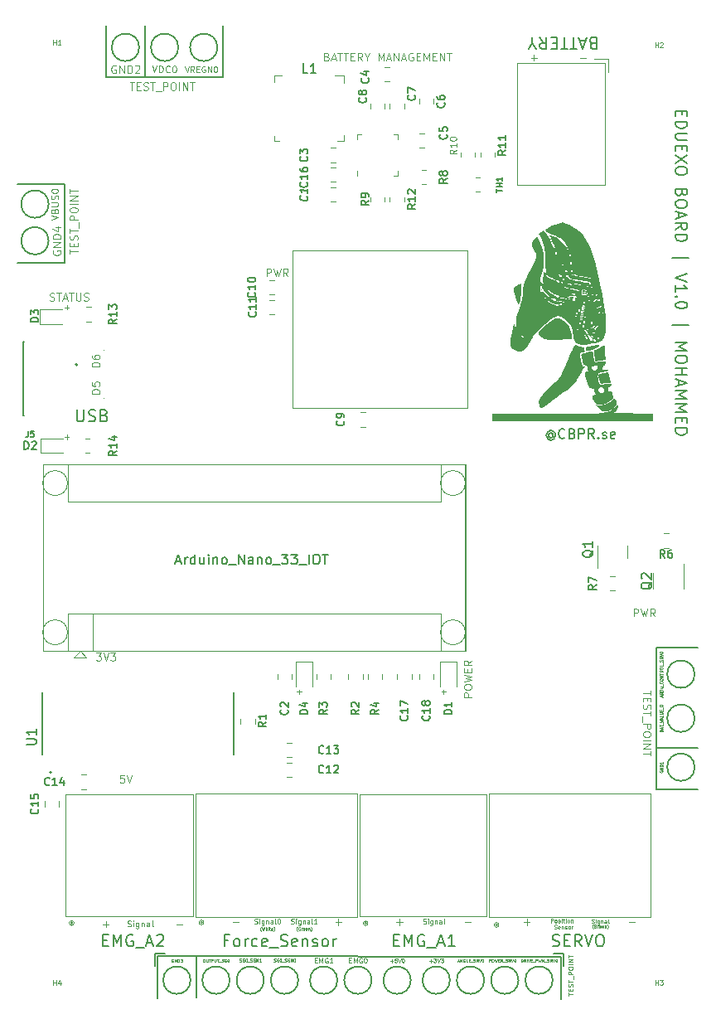
<source format=gbr>
%TF.GenerationSoftware,KiCad,Pcbnew,(6.0.5)*%
%TF.CreationDate,2023-05-26T17:46:03+02:00*%
%TF.ProjectId,EDUEXO-custom-PCB,45445545-584f-42d6-9375-73746f6d2d50,rev?*%
%TF.SameCoordinates,Original*%
%TF.FileFunction,Legend,Top*%
%TF.FilePolarity,Positive*%
%FSLAX46Y46*%
G04 Gerber Fmt 4.6, Leading zero omitted, Abs format (unit mm)*
G04 Created by KiCad (PCBNEW (6.0.5)) date 2023-05-26 17:46:03*
%MOMM*%
%LPD*%
G01*
G04 APERTURE LIST*
%ADD10C,0.150000*%
%ADD11C,0.100000*%
%ADD12C,0.180000*%
%ADD13C,0.060000*%
%ADD14C,0.080000*%
%ADD15C,0.030000*%
%ADD16C,0.075000*%
%ADD17C,0.070000*%
%ADD18C,0.050000*%
%ADD19C,0.125000*%
%ADD20C,0.120000*%
%ADD21C,0.127000*%
%ADD22C,0.200000*%
G04 APERTURE END LIST*
D10*
X186250000Y-100254000D02*
X186250000Y-105500000D01*
X234750000Y-163750000D02*
X230500000Y-163750000D01*
X186250000Y-105500000D02*
X174250000Y-105500000D01*
X230500000Y-174000000D02*
X234750000Y-174000000D01*
X230500000Y-178250000D02*
X234750000Y-178250000D01*
X180258000Y-195000000D02*
X179242000Y-195000000D01*
X170000000Y-124500000D02*
X170000000Y-116500000D01*
X170000000Y-116500000D02*
X165250000Y-116500000D01*
X230500000Y-163750000D02*
X230500000Y-178250000D01*
X179242000Y-195000000D02*
X179242000Y-196270000D01*
X221000000Y-195000000D02*
X219984000Y-195000000D01*
X178250000Y-105500000D02*
X178250000Y-100250000D01*
X183500000Y-195250000D02*
X183500000Y-199500000D01*
X220750000Y-195339000D02*
X179500000Y-195250000D01*
X179500000Y-195250000D02*
X179500000Y-199572000D01*
X174250000Y-105500000D02*
X174250000Y-100254000D01*
X220750000Y-199661000D02*
X220750000Y-195339000D01*
X221000000Y-196270000D02*
X221000000Y-195000000D01*
X165250000Y-124500000D02*
X170000000Y-124500000D01*
X224000000Y-102085714D02*
X223828571Y-102028571D01*
X223771428Y-101971428D01*
X223714285Y-101857142D01*
X223714285Y-101685714D01*
X223771428Y-101571428D01*
X223828571Y-101514285D01*
X223942857Y-101457142D01*
X224400000Y-101457142D01*
X224400000Y-102657142D01*
X224000000Y-102657142D01*
X223885714Y-102600000D01*
X223828571Y-102542857D01*
X223771428Y-102428571D01*
X223771428Y-102314285D01*
X223828571Y-102200000D01*
X223885714Y-102142857D01*
X224000000Y-102085714D01*
X224400000Y-102085714D01*
X223257142Y-101800000D02*
X222685714Y-101800000D01*
X223371428Y-101457142D02*
X222971428Y-102657142D01*
X222571428Y-101457142D01*
X222342857Y-102657142D02*
X221657142Y-102657142D01*
X222000000Y-101457142D02*
X222000000Y-102657142D01*
X221428571Y-102657142D02*
X220742857Y-102657142D01*
X221085714Y-101457142D02*
X221085714Y-102657142D01*
X220342857Y-102085714D02*
X219942857Y-102085714D01*
X219771428Y-101457142D02*
X220342857Y-101457142D01*
X220342857Y-102657142D01*
X219771428Y-102657142D01*
X218571428Y-101457142D02*
X218971428Y-102028571D01*
X219257142Y-101457142D02*
X219257142Y-102657142D01*
X218800000Y-102657142D01*
X218685714Y-102600000D01*
X218628571Y-102542857D01*
X218571428Y-102428571D01*
X218571428Y-102257142D01*
X218628571Y-102142857D01*
X218685714Y-102085714D01*
X218800000Y-102028571D01*
X219257142Y-102028571D01*
X217828571Y-102028571D02*
X217828571Y-101457142D01*
X218228571Y-102657142D02*
X217828571Y-102028571D01*
X217428571Y-102657142D01*
D11*
X170021428Y-129042857D02*
X170478571Y-129042857D01*
X170250000Y-129271428D02*
X170250000Y-128814285D01*
X197695238Y-191807142D02*
X198304761Y-191807142D01*
X198000000Y-192111904D02*
X198000000Y-191502380D01*
X228183333Y-160611904D02*
X228183333Y-159811904D01*
X228488095Y-159811904D01*
X228564285Y-159850000D01*
X228602380Y-159888095D01*
X228640476Y-159964285D01*
X228640476Y-160078571D01*
X228602380Y-160154761D01*
X228564285Y-160192857D01*
X228488095Y-160230952D01*
X228183333Y-160230952D01*
X228907142Y-159811904D02*
X229097619Y-160611904D01*
X229250000Y-160040476D01*
X229402380Y-160611904D01*
X229592857Y-159811904D01*
X230354761Y-160611904D02*
X230088095Y-160230952D01*
X229897619Y-160611904D02*
X229897619Y-159811904D01*
X230202380Y-159811904D01*
X230278571Y-159850000D01*
X230316666Y-159888095D01*
X230354761Y-159964285D01*
X230354761Y-160078571D01*
X230316666Y-160154761D01*
X230278571Y-160192857D01*
X230202380Y-160230952D01*
X229897619Y-160230952D01*
X187195238Y-191807142D02*
X187804761Y-191807142D01*
X168519047Y-128323809D02*
X168633333Y-128361904D01*
X168823809Y-128361904D01*
X168900000Y-128323809D01*
X168938095Y-128285714D01*
X168976190Y-128209523D01*
X168976190Y-128133333D01*
X168938095Y-128057142D01*
X168900000Y-128019047D01*
X168823809Y-127980952D01*
X168671428Y-127942857D01*
X168595238Y-127904761D01*
X168557142Y-127866666D01*
X168519047Y-127790476D01*
X168519047Y-127714285D01*
X168557142Y-127638095D01*
X168595238Y-127600000D01*
X168671428Y-127561904D01*
X168861904Y-127561904D01*
X168976190Y-127600000D01*
X169204761Y-127561904D02*
X169661904Y-127561904D01*
X169433333Y-128361904D02*
X169433333Y-127561904D01*
X169890476Y-128133333D02*
X170271428Y-128133333D01*
X169814285Y-128361904D02*
X170080952Y-127561904D01*
X170347619Y-128361904D01*
X170500000Y-127561904D02*
X170957142Y-127561904D01*
X170728571Y-128361904D02*
X170728571Y-127561904D01*
X171223809Y-127561904D02*
X171223809Y-128209523D01*
X171261904Y-128285714D01*
X171300000Y-128323809D01*
X171376190Y-128361904D01*
X171528571Y-128361904D01*
X171604761Y-128323809D01*
X171642857Y-128285714D01*
X171680952Y-128209523D01*
X171680952Y-127561904D01*
X172023809Y-128323809D02*
X172138095Y-128361904D01*
X172328571Y-128361904D01*
X172404761Y-128323809D01*
X172442857Y-128285714D01*
X172480952Y-128209523D01*
X172480952Y-128133333D01*
X172442857Y-128057142D01*
X172404761Y-128019047D01*
X172328571Y-127980952D01*
X172176190Y-127942857D01*
X172100000Y-127904761D01*
X172061904Y-127866666D01*
X172023809Y-127790476D01*
X172023809Y-127714285D01*
X172061904Y-127638095D01*
X172100000Y-127600000D01*
X172176190Y-127561904D01*
X172366666Y-127561904D01*
X172480952Y-127600000D01*
X229938095Y-168185714D02*
X229938095Y-168642857D01*
X229138095Y-168414285D02*
X229938095Y-168414285D01*
X229557142Y-168909523D02*
X229557142Y-169176190D01*
X229138095Y-169290476D02*
X229138095Y-168909523D01*
X229938095Y-168909523D01*
X229938095Y-169290476D01*
X229176190Y-169595238D02*
X229138095Y-169709523D01*
X229138095Y-169900000D01*
X229176190Y-169976190D01*
X229214285Y-170014285D01*
X229290476Y-170052380D01*
X229366666Y-170052380D01*
X229442857Y-170014285D01*
X229480952Y-169976190D01*
X229519047Y-169900000D01*
X229557142Y-169747619D01*
X229595238Y-169671428D01*
X229633333Y-169633333D01*
X229709523Y-169595238D01*
X229785714Y-169595238D01*
X229861904Y-169633333D01*
X229900000Y-169671428D01*
X229938095Y-169747619D01*
X229938095Y-169938095D01*
X229900000Y-170052380D01*
X229938095Y-170280952D02*
X229938095Y-170738095D01*
X229138095Y-170509523D02*
X229938095Y-170509523D01*
X229061904Y-170814285D02*
X229061904Y-171423809D01*
X229138095Y-171614285D02*
X229938095Y-171614285D01*
X229938095Y-171919047D01*
X229900000Y-171995238D01*
X229861904Y-172033333D01*
X229785714Y-172071428D01*
X229671428Y-172071428D01*
X229595238Y-172033333D01*
X229557142Y-171995238D01*
X229519047Y-171919047D01*
X229519047Y-171614285D01*
X229938095Y-172566666D02*
X229938095Y-172719047D01*
X229900000Y-172795238D01*
X229823809Y-172871428D01*
X229671428Y-172909523D01*
X229404761Y-172909523D01*
X229252380Y-172871428D01*
X229176190Y-172795238D01*
X229138095Y-172719047D01*
X229138095Y-172566666D01*
X229176190Y-172490476D01*
X229252380Y-172414285D01*
X229404761Y-172376190D01*
X229671428Y-172376190D01*
X229823809Y-172414285D01*
X229900000Y-172490476D01*
X229938095Y-172566666D01*
X229138095Y-173252380D02*
X229938095Y-173252380D01*
X229138095Y-173633333D02*
X229938095Y-173633333D01*
X229138095Y-174090476D01*
X229938095Y-174090476D01*
X229938095Y-174357142D02*
X229938095Y-174814285D01*
X229138095Y-174585714D02*
X229938095Y-174585714D01*
D10*
X186742857Y-193664285D02*
X186342857Y-193664285D01*
X186342857Y-194292857D02*
X186342857Y-193092857D01*
X186914285Y-193092857D01*
X187542857Y-194292857D02*
X187428571Y-194235714D01*
X187371428Y-194178571D01*
X187314285Y-194064285D01*
X187314285Y-193721428D01*
X187371428Y-193607142D01*
X187428571Y-193550000D01*
X187542857Y-193492857D01*
X187714285Y-193492857D01*
X187828571Y-193550000D01*
X187885714Y-193607142D01*
X187942857Y-193721428D01*
X187942857Y-194064285D01*
X187885714Y-194178571D01*
X187828571Y-194235714D01*
X187714285Y-194292857D01*
X187542857Y-194292857D01*
X188457142Y-194292857D02*
X188457142Y-193492857D01*
X188457142Y-193721428D02*
X188514285Y-193607142D01*
X188571428Y-193550000D01*
X188685714Y-193492857D01*
X188800000Y-193492857D01*
X189714285Y-194235714D02*
X189600000Y-194292857D01*
X189371428Y-194292857D01*
X189257142Y-194235714D01*
X189200000Y-194178571D01*
X189142857Y-194064285D01*
X189142857Y-193721428D01*
X189200000Y-193607142D01*
X189257142Y-193550000D01*
X189371428Y-193492857D01*
X189600000Y-193492857D01*
X189714285Y-193550000D01*
X190685714Y-194235714D02*
X190571428Y-194292857D01*
X190342857Y-194292857D01*
X190228571Y-194235714D01*
X190171428Y-194121428D01*
X190171428Y-193664285D01*
X190228571Y-193550000D01*
X190342857Y-193492857D01*
X190571428Y-193492857D01*
X190685714Y-193550000D01*
X190742857Y-193664285D01*
X190742857Y-193778571D01*
X190171428Y-193892857D01*
X190971428Y-194407142D02*
X191885714Y-194407142D01*
X192114285Y-194235714D02*
X192285714Y-194292857D01*
X192571428Y-194292857D01*
X192685714Y-194235714D01*
X192742857Y-194178571D01*
X192800000Y-194064285D01*
X192800000Y-193950000D01*
X192742857Y-193835714D01*
X192685714Y-193778571D01*
X192571428Y-193721428D01*
X192342857Y-193664285D01*
X192228571Y-193607142D01*
X192171428Y-193550000D01*
X192114285Y-193435714D01*
X192114285Y-193321428D01*
X192171428Y-193207142D01*
X192228571Y-193150000D01*
X192342857Y-193092857D01*
X192628571Y-193092857D01*
X192800000Y-193150000D01*
X193771428Y-194235714D02*
X193657142Y-194292857D01*
X193428571Y-194292857D01*
X193314285Y-194235714D01*
X193257142Y-194121428D01*
X193257142Y-193664285D01*
X193314285Y-193550000D01*
X193428571Y-193492857D01*
X193657142Y-193492857D01*
X193771428Y-193550000D01*
X193828571Y-193664285D01*
X193828571Y-193778571D01*
X193257142Y-193892857D01*
X194342857Y-193492857D02*
X194342857Y-194292857D01*
X194342857Y-193607142D02*
X194400000Y-193550000D01*
X194514285Y-193492857D01*
X194685714Y-193492857D01*
X194800000Y-193550000D01*
X194857142Y-193664285D01*
X194857142Y-194292857D01*
X195371428Y-194235714D02*
X195485714Y-194292857D01*
X195714285Y-194292857D01*
X195828571Y-194235714D01*
X195885714Y-194121428D01*
X195885714Y-194064285D01*
X195828571Y-193950000D01*
X195714285Y-193892857D01*
X195542857Y-193892857D01*
X195428571Y-193835714D01*
X195371428Y-193721428D01*
X195371428Y-193664285D01*
X195428571Y-193550000D01*
X195542857Y-193492857D01*
X195714285Y-193492857D01*
X195828571Y-193550000D01*
X196571428Y-194292857D02*
X196457142Y-194235714D01*
X196400000Y-194178571D01*
X196342857Y-194064285D01*
X196342857Y-193721428D01*
X196400000Y-193607142D01*
X196457142Y-193550000D01*
X196571428Y-193492857D01*
X196742857Y-193492857D01*
X196857142Y-193550000D01*
X196914285Y-193607142D01*
X196971428Y-193721428D01*
X196971428Y-194064285D01*
X196914285Y-194178571D01*
X196857142Y-194235714D01*
X196742857Y-194292857D01*
X196571428Y-194292857D01*
X197485714Y-194292857D02*
X197485714Y-193492857D01*
X197485714Y-193721428D02*
X197542857Y-193607142D01*
X197600000Y-193550000D01*
X197714285Y-193492857D01*
X197828571Y-193492857D01*
D11*
X222695238Y-103557142D02*
X223304761Y-103557142D01*
X211611904Y-168847619D02*
X210811904Y-168847619D01*
X210811904Y-168542857D01*
X210850000Y-168466666D01*
X210888095Y-168428571D01*
X210964285Y-168390476D01*
X211078571Y-168390476D01*
X211154761Y-168428571D01*
X211192857Y-168466666D01*
X211230952Y-168542857D01*
X211230952Y-168847619D01*
X210811904Y-167895238D02*
X210811904Y-167742857D01*
X210850000Y-167666666D01*
X210926190Y-167590476D01*
X211078571Y-167552380D01*
X211345238Y-167552380D01*
X211497619Y-167590476D01*
X211573809Y-167666666D01*
X211611904Y-167742857D01*
X211611904Y-167895238D01*
X211573809Y-167971428D01*
X211497619Y-168047619D01*
X211345238Y-168085714D01*
X211078571Y-168085714D01*
X210926190Y-168047619D01*
X210850000Y-167971428D01*
X210811904Y-167895238D01*
X210811904Y-167285714D02*
X211611904Y-167095238D01*
X211040476Y-166942857D01*
X211611904Y-166790476D01*
X210811904Y-166600000D01*
X211192857Y-166295238D02*
X211192857Y-166028571D01*
X211611904Y-165914285D02*
X211611904Y-166295238D01*
X210811904Y-166295238D01*
X210811904Y-165914285D01*
X211611904Y-165114285D02*
X211230952Y-165380952D01*
X211611904Y-165571428D02*
X210811904Y-165571428D01*
X210811904Y-165266666D01*
X210850000Y-165190476D01*
X210888095Y-165152380D01*
X210964285Y-165114285D01*
X211078571Y-165114285D01*
X211154761Y-165152380D01*
X211192857Y-165190476D01*
X211230952Y-165266666D01*
X211230952Y-165571428D01*
D12*
X219892857Y-141976190D02*
X219845238Y-141928571D01*
X219750000Y-141880952D01*
X219654761Y-141880952D01*
X219559523Y-141928571D01*
X219511904Y-141976190D01*
X219464285Y-142071428D01*
X219464285Y-142166666D01*
X219511904Y-142261904D01*
X219559523Y-142309523D01*
X219654761Y-142357142D01*
X219750000Y-142357142D01*
X219845238Y-142309523D01*
X219892857Y-142261904D01*
X219892857Y-141880952D02*
X219892857Y-142261904D01*
X219940476Y-142309523D01*
X219988095Y-142309523D01*
X220083333Y-142261904D01*
X220130952Y-142166666D01*
X220130952Y-141928571D01*
X220035714Y-141785714D01*
X219892857Y-141690476D01*
X219702380Y-141642857D01*
X219511904Y-141690476D01*
X219369047Y-141785714D01*
X219273809Y-141928571D01*
X219226190Y-142119047D01*
X219273809Y-142309523D01*
X219369047Y-142452380D01*
X219511904Y-142547619D01*
X219702380Y-142595238D01*
X219892857Y-142547619D01*
X220035714Y-142452380D01*
X221130952Y-142357142D02*
X221083333Y-142404761D01*
X220940476Y-142452380D01*
X220845238Y-142452380D01*
X220702380Y-142404761D01*
X220607142Y-142309523D01*
X220559523Y-142214285D01*
X220511904Y-142023809D01*
X220511904Y-141880952D01*
X220559523Y-141690476D01*
X220607142Y-141595238D01*
X220702380Y-141500000D01*
X220845238Y-141452380D01*
X220940476Y-141452380D01*
X221083333Y-141500000D01*
X221130952Y-141547619D01*
X221892857Y-141928571D02*
X222035714Y-141976190D01*
X222083333Y-142023809D01*
X222130952Y-142119047D01*
X222130952Y-142261904D01*
X222083333Y-142357142D01*
X222035714Y-142404761D01*
X221940476Y-142452380D01*
X221559523Y-142452380D01*
X221559523Y-141452380D01*
X221892857Y-141452380D01*
X221988095Y-141500000D01*
X222035714Y-141547619D01*
X222083333Y-141642857D01*
X222083333Y-141738095D01*
X222035714Y-141833333D01*
X221988095Y-141880952D01*
X221892857Y-141928571D01*
X221559523Y-141928571D01*
X222559523Y-142452380D02*
X222559523Y-141452380D01*
X222940476Y-141452380D01*
X223035714Y-141500000D01*
X223083333Y-141547619D01*
X223130952Y-141642857D01*
X223130952Y-141785714D01*
X223083333Y-141880952D01*
X223035714Y-141928571D01*
X222940476Y-141976190D01*
X222559523Y-141976190D01*
X224130952Y-142452380D02*
X223797619Y-141976190D01*
X223559523Y-142452380D02*
X223559523Y-141452380D01*
X223940476Y-141452380D01*
X224035714Y-141500000D01*
X224083333Y-141547619D01*
X224130952Y-141642857D01*
X224130952Y-141785714D01*
X224083333Y-141880952D01*
X224035714Y-141928571D01*
X223940476Y-141976190D01*
X223559523Y-141976190D01*
X224559523Y-142357142D02*
X224607142Y-142404761D01*
X224559523Y-142452380D01*
X224511904Y-142404761D01*
X224559523Y-142357142D01*
X224559523Y-142452380D01*
X224988095Y-142404761D02*
X225083333Y-142452380D01*
X225273809Y-142452380D01*
X225369047Y-142404761D01*
X225416666Y-142309523D01*
X225416666Y-142261904D01*
X225369047Y-142166666D01*
X225273809Y-142119047D01*
X225130952Y-142119047D01*
X225035714Y-142071428D01*
X224988095Y-141976190D01*
X224988095Y-141928571D01*
X225035714Y-141833333D01*
X225130952Y-141785714D01*
X225273809Y-141785714D01*
X225369047Y-141833333D01*
X226226190Y-142404761D02*
X226130952Y-142452380D01*
X225940476Y-142452380D01*
X225845238Y-142404761D01*
X225797619Y-142309523D01*
X225797619Y-141928571D01*
X225845238Y-141833333D01*
X225940476Y-141785714D01*
X226130952Y-141785714D01*
X226226190Y-141833333D01*
X226273809Y-141928571D01*
X226273809Y-142023809D01*
X225797619Y-142119047D01*
D11*
X189440476Y-191952380D02*
X189511904Y-191976190D01*
X189630952Y-191976190D01*
X189678571Y-191952380D01*
X189702380Y-191928571D01*
X189726190Y-191880952D01*
X189726190Y-191833333D01*
X189702380Y-191785714D01*
X189678571Y-191761904D01*
X189630952Y-191738095D01*
X189535714Y-191714285D01*
X189488095Y-191690476D01*
X189464285Y-191666666D01*
X189440476Y-191619047D01*
X189440476Y-191571428D01*
X189464285Y-191523809D01*
X189488095Y-191500000D01*
X189535714Y-191476190D01*
X189654761Y-191476190D01*
X189726190Y-191500000D01*
X189940476Y-191976190D02*
X189940476Y-191642857D01*
X189940476Y-191476190D02*
X189916666Y-191500000D01*
X189940476Y-191523809D01*
X189964285Y-191500000D01*
X189940476Y-191476190D01*
X189940476Y-191523809D01*
X190392857Y-191642857D02*
X190392857Y-192047619D01*
X190369047Y-192095238D01*
X190345238Y-192119047D01*
X190297619Y-192142857D01*
X190226190Y-192142857D01*
X190178571Y-192119047D01*
X190392857Y-191952380D02*
X190345238Y-191976190D01*
X190250000Y-191976190D01*
X190202380Y-191952380D01*
X190178571Y-191928571D01*
X190154761Y-191880952D01*
X190154761Y-191738095D01*
X190178571Y-191690476D01*
X190202380Y-191666666D01*
X190250000Y-191642857D01*
X190345238Y-191642857D01*
X190392857Y-191666666D01*
X190630952Y-191642857D02*
X190630952Y-191976190D01*
X190630952Y-191690476D02*
X190654761Y-191666666D01*
X190702380Y-191642857D01*
X190773809Y-191642857D01*
X190821428Y-191666666D01*
X190845238Y-191714285D01*
X190845238Y-191976190D01*
X191297619Y-191976190D02*
X191297619Y-191714285D01*
X191273809Y-191666666D01*
X191226190Y-191642857D01*
X191130952Y-191642857D01*
X191083333Y-191666666D01*
X191297619Y-191952380D02*
X191250000Y-191976190D01*
X191130952Y-191976190D01*
X191083333Y-191952380D01*
X191059523Y-191904761D01*
X191059523Y-191857142D01*
X191083333Y-191809523D01*
X191130952Y-191785714D01*
X191250000Y-191785714D01*
X191297619Y-191761904D01*
X191607142Y-191976190D02*
X191559523Y-191952380D01*
X191535714Y-191904761D01*
X191535714Y-191476190D01*
X191892857Y-191476190D02*
X191940476Y-191476190D01*
X191988095Y-191500000D01*
X192011904Y-191523809D01*
X192035714Y-191571428D01*
X192059523Y-191666666D01*
X192059523Y-191785714D01*
X192035714Y-191880952D01*
X192011904Y-191928571D01*
X191988095Y-191952380D01*
X191940476Y-191976190D01*
X191892857Y-191976190D01*
X191845238Y-191952380D01*
X191821428Y-191928571D01*
X191797619Y-191880952D01*
X191773809Y-191785714D01*
X191773809Y-191666666D01*
X191797619Y-191571428D01*
X191821428Y-191523809D01*
X191845238Y-191500000D01*
X191892857Y-191476190D01*
D13*
X196828571Y-103442857D02*
X196942857Y-103480952D01*
X196980952Y-103519047D01*
X197019047Y-103595238D01*
X197019047Y-103709523D01*
X196980952Y-103785714D01*
X196942857Y-103823809D01*
X196866666Y-103861904D01*
X196561904Y-103861904D01*
X196561904Y-103061904D01*
X196828571Y-103061904D01*
X196904761Y-103100000D01*
X196942857Y-103138095D01*
X196980952Y-103214285D01*
X196980952Y-103290476D01*
X196942857Y-103366666D01*
X196904761Y-103404761D01*
X196828571Y-103442857D01*
X196561904Y-103442857D01*
X197323809Y-103633333D02*
X197704761Y-103633333D01*
X197247619Y-103861904D02*
X197514285Y-103061904D01*
X197780952Y-103861904D01*
X197933333Y-103061904D02*
X198390476Y-103061904D01*
X198161904Y-103861904D02*
X198161904Y-103061904D01*
X198542857Y-103061904D02*
X199000000Y-103061904D01*
X198771428Y-103861904D02*
X198771428Y-103061904D01*
X199266666Y-103442857D02*
X199533333Y-103442857D01*
X199647619Y-103861904D02*
X199266666Y-103861904D01*
X199266666Y-103061904D01*
X199647619Y-103061904D01*
X200447619Y-103861904D02*
X200180952Y-103480952D01*
X199990476Y-103861904D02*
X199990476Y-103061904D01*
X200295238Y-103061904D01*
X200371428Y-103100000D01*
X200409523Y-103138095D01*
X200447619Y-103214285D01*
X200447619Y-103328571D01*
X200409523Y-103404761D01*
X200371428Y-103442857D01*
X200295238Y-103480952D01*
X199990476Y-103480952D01*
X200942857Y-103480952D02*
X200942857Y-103861904D01*
X200676190Y-103061904D02*
X200942857Y-103480952D01*
X201209523Y-103061904D01*
X202085714Y-103861904D02*
X202085714Y-103061904D01*
X202352380Y-103633333D01*
X202619047Y-103061904D01*
X202619047Y-103861904D01*
X202961904Y-103633333D02*
X203342857Y-103633333D01*
X202885714Y-103861904D02*
X203152380Y-103061904D01*
X203419047Y-103861904D01*
X203685714Y-103861904D02*
X203685714Y-103061904D01*
X204142857Y-103861904D01*
X204142857Y-103061904D01*
X204485714Y-103633333D02*
X204866666Y-103633333D01*
X204409523Y-103861904D02*
X204676190Y-103061904D01*
X204942857Y-103861904D01*
X205628571Y-103100000D02*
X205552380Y-103061904D01*
X205438095Y-103061904D01*
X205323809Y-103100000D01*
X205247619Y-103176190D01*
X205209523Y-103252380D01*
X205171428Y-103404761D01*
X205171428Y-103519047D01*
X205209523Y-103671428D01*
X205247619Y-103747619D01*
X205323809Y-103823809D01*
X205438095Y-103861904D01*
X205514285Y-103861904D01*
X205628571Y-103823809D01*
X205666666Y-103785714D01*
X205666666Y-103519047D01*
X205514285Y-103519047D01*
X206009523Y-103442857D02*
X206276190Y-103442857D01*
X206390476Y-103861904D02*
X206009523Y-103861904D01*
X206009523Y-103061904D01*
X206390476Y-103061904D01*
X206733333Y-103861904D02*
X206733333Y-103061904D01*
X207000000Y-103633333D01*
X207266666Y-103061904D01*
X207266666Y-103861904D01*
X207647619Y-103442857D02*
X207914285Y-103442857D01*
X208028571Y-103861904D02*
X207647619Y-103861904D01*
X207647619Y-103061904D01*
X208028571Y-103061904D01*
X208371428Y-103861904D02*
X208371428Y-103061904D01*
X208828571Y-103861904D01*
X208828571Y-103061904D01*
X209095238Y-103061904D02*
X209552380Y-103061904D01*
X209323809Y-103861904D02*
X209323809Y-103061904D01*
D11*
X176097619Y-176811904D02*
X175716666Y-176811904D01*
X175678571Y-177192857D01*
X175716666Y-177154761D01*
X175792857Y-177116666D01*
X175983333Y-177116666D01*
X176059523Y-177154761D01*
X176097619Y-177192857D01*
X176135714Y-177269047D01*
X176135714Y-177459523D01*
X176097619Y-177535714D01*
X176059523Y-177573809D01*
X175983333Y-177611904D01*
X175792857Y-177611904D01*
X175716666Y-177573809D01*
X175678571Y-177535714D01*
X176364285Y-176811904D02*
X176630952Y-177611904D01*
X176897619Y-176811904D01*
D10*
X171290714Y-139495107D02*
X171290714Y-140466535D01*
X171347857Y-140580821D01*
X171405000Y-140637964D01*
X171519285Y-140695107D01*
X171747857Y-140695107D01*
X171862142Y-140637964D01*
X171919285Y-140580821D01*
X171976428Y-140466535D01*
X171976428Y-139495107D01*
X172490714Y-140637964D02*
X172662142Y-140695107D01*
X172947857Y-140695107D01*
X173062142Y-140637964D01*
X173119285Y-140580821D01*
X173176428Y-140466535D01*
X173176428Y-140352250D01*
X173119285Y-140237964D01*
X173062142Y-140180821D01*
X172947857Y-140123678D01*
X172719285Y-140066535D01*
X172605000Y-140009392D01*
X172547857Y-139952250D01*
X172490714Y-139837964D01*
X172490714Y-139723678D01*
X172547857Y-139609392D01*
X172605000Y-139552250D01*
X172719285Y-139495107D01*
X173005000Y-139495107D01*
X173176428Y-139552250D01*
X174090714Y-140066535D02*
X174262142Y-140123678D01*
X174319285Y-140180821D01*
X174376428Y-140295107D01*
X174376428Y-140466535D01*
X174319285Y-140580821D01*
X174262142Y-140637964D01*
X174147857Y-140695107D01*
X173690714Y-140695107D01*
X173690714Y-139495107D01*
X174090714Y-139495107D01*
X174205000Y-139552250D01*
X174262142Y-139609392D01*
X174319285Y-139723678D01*
X174319285Y-139837964D01*
X174262142Y-139952250D01*
X174205000Y-140009392D01*
X174090714Y-140066535D01*
X173690714Y-140066535D01*
D11*
X208521428Y-168292857D02*
X208978571Y-168292857D01*
X208750000Y-168521428D02*
X208750000Y-168064285D01*
X173259523Y-164311904D02*
X173754761Y-164311904D01*
X173488095Y-164616666D01*
X173602380Y-164616666D01*
X173678571Y-164654761D01*
X173716666Y-164692857D01*
X173754761Y-164769047D01*
X173754761Y-164959523D01*
X173716666Y-165035714D01*
X173678571Y-165073809D01*
X173602380Y-165111904D01*
X173373809Y-165111904D01*
X173297619Y-165073809D01*
X173259523Y-165035714D01*
X173983333Y-164311904D02*
X174250000Y-165111904D01*
X174516666Y-164311904D01*
X174707142Y-164311904D02*
X175202380Y-164311904D01*
X174935714Y-164616666D01*
X175050000Y-164616666D01*
X175126190Y-164654761D01*
X175164285Y-164692857D01*
X175202380Y-164769047D01*
X175202380Y-164959523D01*
X175164285Y-165035714D01*
X175126190Y-165073809D01*
X175050000Y-165111904D01*
X174821428Y-165111904D01*
X174745238Y-165073809D01*
X174707142Y-165035714D01*
X203945238Y-191807142D02*
X204554761Y-191807142D01*
X204250000Y-192111904D02*
X204250000Y-191502380D01*
D10*
X219871428Y-194235714D02*
X220042857Y-194292857D01*
X220328571Y-194292857D01*
X220442857Y-194235714D01*
X220500000Y-194178571D01*
X220557142Y-194064285D01*
X220557142Y-193950000D01*
X220500000Y-193835714D01*
X220442857Y-193778571D01*
X220328571Y-193721428D01*
X220100000Y-193664285D01*
X219985714Y-193607142D01*
X219928571Y-193550000D01*
X219871428Y-193435714D01*
X219871428Y-193321428D01*
X219928571Y-193207142D01*
X219985714Y-193150000D01*
X220100000Y-193092857D01*
X220385714Y-193092857D01*
X220557142Y-193150000D01*
X221071428Y-193664285D02*
X221471428Y-193664285D01*
X221642857Y-194292857D02*
X221071428Y-194292857D01*
X221071428Y-193092857D01*
X221642857Y-193092857D01*
X222842857Y-194292857D02*
X222442857Y-193721428D01*
X222157142Y-194292857D02*
X222157142Y-193092857D01*
X222614285Y-193092857D01*
X222728571Y-193150000D01*
X222785714Y-193207142D01*
X222842857Y-193321428D01*
X222842857Y-193492857D01*
X222785714Y-193607142D01*
X222728571Y-193664285D01*
X222614285Y-193721428D01*
X222157142Y-193721428D01*
X223185714Y-193092857D02*
X223585714Y-194292857D01*
X223985714Y-193092857D01*
X224614285Y-193092857D02*
X224842857Y-193092857D01*
X224957142Y-193150000D01*
X225071428Y-193264285D01*
X225128571Y-193492857D01*
X225128571Y-193892857D01*
X225071428Y-194121428D01*
X224957142Y-194235714D01*
X224842857Y-194292857D01*
X224614285Y-194292857D01*
X224500000Y-194235714D01*
X224385714Y-194121428D01*
X224328571Y-193892857D01*
X224328571Y-193492857D01*
X224385714Y-193264285D01*
X224500000Y-193150000D01*
X224614285Y-193092857D01*
D11*
X173945238Y-192057142D02*
X174554761Y-192057142D01*
X174250000Y-192361904D02*
X174250000Y-191752380D01*
X181445238Y-192057142D02*
X182054761Y-192057142D01*
D10*
X203664285Y-193664285D02*
X204064285Y-193664285D01*
X204235714Y-194292857D02*
X203664285Y-194292857D01*
X203664285Y-193092857D01*
X204235714Y-193092857D01*
X204750000Y-194292857D02*
X204750000Y-193092857D01*
X205150000Y-193950000D01*
X205550000Y-193092857D01*
X205550000Y-194292857D01*
X206750000Y-193150000D02*
X206635714Y-193092857D01*
X206464285Y-193092857D01*
X206292857Y-193150000D01*
X206178571Y-193264285D01*
X206121428Y-193378571D01*
X206064285Y-193607142D01*
X206064285Y-193778571D01*
X206121428Y-194007142D01*
X206178571Y-194121428D01*
X206292857Y-194235714D01*
X206464285Y-194292857D01*
X206578571Y-194292857D01*
X206750000Y-194235714D01*
X206807142Y-194178571D01*
X206807142Y-193778571D01*
X206578571Y-193778571D01*
X207035714Y-194407142D02*
X207950000Y-194407142D01*
X208178571Y-193950000D02*
X208750000Y-193950000D01*
X208064285Y-194292857D02*
X208464285Y-193092857D01*
X208864285Y-194292857D01*
X209892857Y-194292857D02*
X209207142Y-194292857D01*
X209550000Y-194292857D02*
X209550000Y-193092857D01*
X209435714Y-193264285D01*
X209321428Y-193378571D01*
X209207142Y-193435714D01*
D14*
X221476190Y-199321428D02*
X221476190Y-199035714D01*
X221976190Y-199178571D02*
X221476190Y-199178571D01*
X221714285Y-198869047D02*
X221714285Y-198702380D01*
X221976190Y-198630952D02*
X221976190Y-198869047D01*
X221476190Y-198869047D01*
X221476190Y-198630952D01*
X221952380Y-198440476D02*
X221976190Y-198369047D01*
X221976190Y-198250000D01*
X221952380Y-198202380D01*
X221928571Y-198178571D01*
X221880952Y-198154761D01*
X221833333Y-198154761D01*
X221785714Y-198178571D01*
X221761904Y-198202380D01*
X221738095Y-198250000D01*
X221714285Y-198345238D01*
X221690476Y-198392857D01*
X221666666Y-198416666D01*
X221619047Y-198440476D01*
X221571428Y-198440476D01*
X221523809Y-198416666D01*
X221500000Y-198392857D01*
X221476190Y-198345238D01*
X221476190Y-198226190D01*
X221500000Y-198154761D01*
X221476190Y-198011904D02*
X221476190Y-197726190D01*
X221976190Y-197869047D02*
X221476190Y-197869047D01*
X222023809Y-197678571D02*
X222023809Y-197297619D01*
X221976190Y-197178571D02*
X221476190Y-197178571D01*
X221476190Y-196988095D01*
X221500000Y-196940476D01*
X221523809Y-196916666D01*
X221571428Y-196892857D01*
X221642857Y-196892857D01*
X221690476Y-196916666D01*
X221714285Y-196940476D01*
X221738095Y-196988095D01*
X221738095Y-197178571D01*
X221476190Y-196583333D02*
X221476190Y-196488095D01*
X221500000Y-196440476D01*
X221547619Y-196392857D01*
X221642857Y-196369047D01*
X221809523Y-196369047D01*
X221904761Y-196392857D01*
X221952380Y-196440476D01*
X221976190Y-196488095D01*
X221976190Y-196583333D01*
X221952380Y-196630952D01*
X221904761Y-196678571D01*
X221809523Y-196702380D01*
X221642857Y-196702380D01*
X221547619Y-196678571D01*
X221500000Y-196630952D01*
X221476190Y-196583333D01*
X221976190Y-196154761D02*
X221476190Y-196154761D01*
X221976190Y-195916666D02*
X221476190Y-195916666D01*
X221976190Y-195630952D01*
X221476190Y-195630952D01*
X221476190Y-195464285D02*
X221476190Y-195178571D01*
X221976190Y-195321428D02*
X221476190Y-195321428D01*
D11*
X210945238Y-191807142D02*
X211554761Y-191807142D01*
X190683333Y-125861904D02*
X190683333Y-125061904D01*
X190988095Y-125061904D01*
X191064285Y-125100000D01*
X191102380Y-125138095D01*
X191140476Y-125214285D01*
X191140476Y-125328571D01*
X191102380Y-125404761D01*
X191064285Y-125442857D01*
X190988095Y-125480952D01*
X190683333Y-125480952D01*
X191407142Y-125061904D02*
X191597619Y-125861904D01*
X191750000Y-125290476D01*
X191902380Y-125861904D01*
X192092857Y-125061904D01*
X192854761Y-125861904D02*
X192588095Y-125480952D01*
X192397619Y-125861904D02*
X192397619Y-125061904D01*
X192702380Y-125061904D01*
X192778571Y-125100000D01*
X192816666Y-125138095D01*
X192854761Y-125214285D01*
X192854761Y-125328571D01*
X192816666Y-125404761D01*
X192778571Y-125442857D01*
X192702380Y-125480952D01*
X192397619Y-125480952D01*
D15*
X224035714Y-192500000D02*
X224021428Y-192485714D01*
X223992857Y-192442857D01*
X223978571Y-192414285D01*
X223964285Y-192371428D01*
X223950000Y-192300000D01*
X223950000Y-192242857D01*
X223964285Y-192171428D01*
X223978571Y-192128571D01*
X223992857Y-192100000D01*
X224021428Y-192057142D01*
X224035714Y-192042857D01*
X224250000Y-192228571D02*
X224292857Y-192242857D01*
X224307142Y-192257142D01*
X224321428Y-192285714D01*
X224321428Y-192328571D01*
X224307142Y-192357142D01*
X224292857Y-192371428D01*
X224264285Y-192385714D01*
X224150000Y-192385714D01*
X224150000Y-192085714D01*
X224250000Y-192085714D01*
X224278571Y-192100000D01*
X224292857Y-192114285D01*
X224307142Y-192142857D01*
X224307142Y-192171428D01*
X224292857Y-192200000D01*
X224278571Y-192214285D01*
X224250000Y-192228571D01*
X224150000Y-192228571D01*
X224450000Y-192385714D02*
X224450000Y-192185714D01*
X224450000Y-192242857D02*
X224464285Y-192214285D01*
X224478571Y-192200000D01*
X224507142Y-192185714D01*
X224535714Y-192185714D01*
X224678571Y-192385714D02*
X224650000Y-192371428D01*
X224635714Y-192357142D01*
X224621428Y-192328571D01*
X224621428Y-192242857D01*
X224635714Y-192214285D01*
X224650000Y-192200000D01*
X224678571Y-192185714D01*
X224721428Y-192185714D01*
X224750000Y-192200000D01*
X224764285Y-192214285D01*
X224778571Y-192242857D01*
X224778571Y-192328571D01*
X224764285Y-192357142D01*
X224750000Y-192371428D01*
X224721428Y-192385714D01*
X224678571Y-192385714D01*
X224878571Y-192185714D02*
X224935714Y-192385714D01*
X224992857Y-192242857D01*
X225050000Y-192385714D01*
X225107142Y-192185714D01*
X225221428Y-192185714D02*
X225221428Y-192385714D01*
X225221428Y-192214285D02*
X225235714Y-192200000D01*
X225264285Y-192185714D01*
X225307142Y-192185714D01*
X225335714Y-192200000D01*
X225350000Y-192228571D01*
X225350000Y-192385714D01*
X225464285Y-192500000D02*
X225478571Y-192485714D01*
X225507142Y-192442857D01*
X225521428Y-192414285D01*
X225535714Y-192371428D01*
X225550000Y-192300000D01*
X225550000Y-192242857D01*
X225535714Y-192171428D01*
X225521428Y-192128571D01*
X225507142Y-192100000D01*
X225478571Y-192057142D01*
X225464285Y-192042857D01*
D11*
X206678571Y-191952380D02*
X206750000Y-191976190D01*
X206869047Y-191976190D01*
X206916666Y-191952380D01*
X206940476Y-191928571D01*
X206964285Y-191880952D01*
X206964285Y-191833333D01*
X206940476Y-191785714D01*
X206916666Y-191761904D01*
X206869047Y-191738095D01*
X206773809Y-191714285D01*
X206726190Y-191690476D01*
X206702380Y-191666666D01*
X206678571Y-191619047D01*
X206678571Y-191571428D01*
X206702380Y-191523809D01*
X206726190Y-191500000D01*
X206773809Y-191476190D01*
X206892857Y-191476190D01*
X206964285Y-191500000D01*
X207178571Y-191976190D02*
X207178571Y-191642857D01*
X207178571Y-191476190D02*
X207154761Y-191500000D01*
X207178571Y-191523809D01*
X207202380Y-191500000D01*
X207178571Y-191476190D01*
X207178571Y-191523809D01*
X207630952Y-191642857D02*
X207630952Y-192047619D01*
X207607142Y-192095238D01*
X207583333Y-192119047D01*
X207535714Y-192142857D01*
X207464285Y-192142857D01*
X207416666Y-192119047D01*
X207630952Y-191952380D02*
X207583333Y-191976190D01*
X207488095Y-191976190D01*
X207440476Y-191952380D01*
X207416666Y-191928571D01*
X207392857Y-191880952D01*
X207392857Y-191738095D01*
X207416666Y-191690476D01*
X207440476Y-191666666D01*
X207488095Y-191642857D01*
X207583333Y-191642857D01*
X207630952Y-191666666D01*
X207869047Y-191642857D02*
X207869047Y-191976190D01*
X207869047Y-191690476D02*
X207892857Y-191666666D01*
X207940476Y-191642857D01*
X208011904Y-191642857D01*
X208059523Y-191666666D01*
X208083333Y-191714285D01*
X208083333Y-191976190D01*
X208535714Y-191976190D02*
X208535714Y-191714285D01*
X208511904Y-191666666D01*
X208464285Y-191642857D01*
X208369047Y-191642857D01*
X208321428Y-191666666D01*
X208535714Y-191952380D02*
X208488095Y-191976190D01*
X208369047Y-191976190D01*
X208321428Y-191952380D01*
X208297619Y-191904761D01*
X208297619Y-191857142D01*
X208321428Y-191809523D01*
X208369047Y-191785714D01*
X208488095Y-191785714D01*
X208535714Y-191761904D01*
X208845238Y-191976190D02*
X208797619Y-191952380D01*
X208773809Y-191904761D01*
X208773809Y-191476190D01*
D16*
X176464285Y-192242857D02*
X176550000Y-192271428D01*
X176692857Y-192271428D01*
X176750000Y-192242857D01*
X176778571Y-192214285D01*
X176807142Y-192157142D01*
X176807142Y-192100000D01*
X176778571Y-192042857D01*
X176750000Y-192014285D01*
X176692857Y-191985714D01*
X176578571Y-191957142D01*
X176521428Y-191928571D01*
X176492857Y-191900000D01*
X176464285Y-191842857D01*
X176464285Y-191785714D01*
X176492857Y-191728571D01*
X176521428Y-191700000D01*
X176578571Y-191671428D01*
X176721428Y-191671428D01*
X176807142Y-191700000D01*
X177064285Y-192271428D02*
X177064285Y-191871428D01*
X177064285Y-191671428D02*
X177035714Y-191700000D01*
X177064285Y-191728571D01*
X177092857Y-191700000D01*
X177064285Y-191671428D01*
X177064285Y-191728571D01*
X177607142Y-191871428D02*
X177607142Y-192357142D01*
X177578571Y-192414285D01*
X177550000Y-192442857D01*
X177492857Y-192471428D01*
X177407142Y-192471428D01*
X177350000Y-192442857D01*
X177607142Y-192242857D02*
X177550000Y-192271428D01*
X177435714Y-192271428D01*
X177378571Y-192242857D01*
X177350000Y-192214285D01*
X177321428Y-192157142D01*
X177321428Y-191985714D01*
X177350000Y-191928571D01*
X177378571Y-191900000D01*
X177435714Y-191871428D01*
X177550000Y-191871428D01*
X177607142Y-191900000D01*
X177892857Y-191871428D02*
X177892857Y-192271428D01*
X177892857Y-191928571D02*
X177921428Y-191900000D01*
X177978571Y-191871428D01*
X178064285Y-191871428D01*
X178121428Y-191900000D01*
X178150000Y-191957142D01*
X178150000Y-192271428D01*
X178692857Y-192271428D02*
X178692857Y-191957142D01*
X178664285Y-191900000D01*
X178607142Y-191871428D01*
X178492857Y-191871428D01*
X178435714Y-191900000D01*
X178692857Y-192242857D02*
X178635714Y-192271428D01*
X178492857Y-192271428D01*
X178435714Y-192242857D01*
X178407142Y-192185714D01*
X178407142Y-192128571D01*
X178435714Y-192071428D01*
X178492857Y-192042857D01*
X178635714Y-192042857D01*
X178692857Y-192014285D01*
X179064285Y-192271428D02*
X179007142Y-192242857D01*
X178978571Y-192185714D01*
X178978571Y-191671428D01*
D15*
X190114285Y-192750000D02*
X190100000Y-192735714D01*
X190071428Y-192692857D01*
X190057142Y-192664285D01*
X190042857Y-192621428D01*
X190028571Y-192550000D01*
X190028571Y-192492857D01*
X190042857Y-192421428D01*
X190057142Y-192378571D01*
X190071428Y-192350000D01*
X190100000Y-192307142D01*
X190114285Y-192292857D01*
X190200000Y-192335714D02*
X190271428Y-192635714D01*
X190328571Y-192421428D01*
X190385714Y-192635714D01*
X190457142Y-192335714D01*
X190571428Y-192635714D02*
X190571428Y-192335714D01*
X190700000Y-192635714D02*
X190700000Y-192478571D01*
X190685714Y-192450000D01*
X190657142Y-192435714D01*
X190614285Y-192435714D01*
X190585714Y-192450000D01*
X190571428Y-192464285D01*
X190842857Y-192635714D02*
X190842857Y-192435714D01*
X190842857Y-192335714D02*
X190828571Y-192350000D01*
X190842857Y-192364285D01*
X190857142Y-192350000D01*
X190842857Y-192335714D01*
X190842857Y-192364285D01*
X190942857Y-192435714D02*
X191057142Y-192435714D01*
X190985714Y-192335714D02*
X190985714Y-192592857D01*
X191000000Y-192621428D01*
X191028571Y-192635714D01*
X191057142Y-192635714D01*
X191271428Y-192621428D02*
X191242857Y-192635714D01*
X191185714Y-192635714D01*
X191157142Y-192621428D01*
X191142857Y-192592857D01*
X191142857Y-192478571D01*
X191157142Y-192450000D01*
X191185714Y-192435714D01*
X191242857Y-192435714D01*
X191271428Y-192450000D01*
X191285714Y-192478571D01*
X191285714Y-192507142D01*
X191142857Y-192535714D01*
X191385714Y-192750000D02*
X191400000Y-192735714D01*
X191428571Y-192692857D01*
X191442857Y-192664285D01*
X191457142Y-192621428D01*
X191471428Y-192550000D01*
X191471428Y-192492857D01*
X191457142Y-192421428D01*
X191442857Y-192378571D01*
X191428571Y-192350000D01*
X191400000Y-192307142D01*
X191385714Y-192292857D01*
D10*
X233085714Y-108985714D02*
X233085714Y-109385714D01*
X232457142Y-109557142D02*
X232457142Y-108985714D01*
X233657142Y-108985714D01*
X233657142Y-109557142D01*
X232457142Y-110071428D02*
X233657142Y-110071428D01*
X233657142Y-110357142D01*
X233600000Y-110528571D01*
X233485714Y-110642857D01*
X233371428Y-110700000D01*
X233142857Y-110757142D01*
X232971428Y-110757142D01*
X232742857Y-110700000D01*
X232628571Y-110642857D01*
X232514285Y-110528571D01*
X232457142Y-110357142D01*
X232457142Y-110071428D01*
X233657142Y-111271428D02*
X232685714Y-111271428D01*
X232571428Y-111328571D01*
X232514285Y-111385714D01*
X232457142Y-111500000D01*
X232457142Y-111728571D01*
X232514285Y-111842857D01*
X232571428Y-111900000D01*
X232685714Y-111957142D01*
X233657142Y-111957142D01*
X233085714Y-112528571D02*
X233085714Y-112928571D01*
X232457142Y-113100000D02*
X232457142Y-112528571D01*
X233657142Y-112528571D01*
X233657142Y-113100000D01*
X233657142Y-113500000D02*
X232457142Y-114300000D01*
X233657142Y-114300000D02*
X232457142Y-113500000D01*
X233657142Y-114985714D02*
X233657142Y-115214285D01*
X233600000Y-115328571D01*
X233485714Y-115442857D01*
X233257142Y-115500000D01*
X232857142Y-115500000D01*
X232628571Y-115442857D01*
X232514285Y-115328571D01*
X232457142Y-115214285D01*
X232457142Y-114985714D01*
X232514285Y-114871428D01*
X232628571Y-114757142D01*
X232857142Y-114700000D01*
X233257142Y-114700000D01*
X233485714Y-114757142D01*
X233600000Y-114871428D01*
X233657142Y-114985714D01*
X233085714Y-117328571D02*
X233028571Y-117500000D01*
X232971428Y-117557142D01*
X232857142Y-117614285D01*
X232685714Y-117614285D01*
X232571428Y-117557142D01*
X232514285Y-117500000D01*
X232457142Y-117385714D01*
X232457142Y-116928571D01*
X233657142Y-116928571D01*
X233657142Y-117328571D01*
X233600000Y-117442857D01*
X233542857Y-117500000D01*
X233428571Y-117557142D01*
X233314285Y-117557142D01*
X233200000Y-117500000D01*
X233142857Y-117442857D01*
X233085714Y-117328571D01*
X233085714Y-116928571D01*
X233657142Y-118357142D02*
X233657142Y-118585714D01*
X233600000Y-118700000D01*
X233485714Y-118814285D01*
X233257142Y-118871428D01*
X232857142Y-118871428D01*
X232628571Y-118814285D01*
X232514285Y-118700000D01*
X232457142Y-118585714D01*
X232457142Y-118357142D01*
X232514285Y-118242857D01*
X232628571Y-118128571D01*
X232857142Y-118071428D01*
X233257142Y-118071428D01*
X233485714Y-118128571D01*
X233600000Y-118242857D01*
X233657142Y-118357142D01*
X232800000Y-119328571D02*
X232800000Y-119900000D01*
X232457142Y-119214285D02*
X233657142Y-119614285D01*
X232457142Y-120014285D01*
X232457142Y-121100000D02*
X233028571Y-120700000D01*
X232457142Y-120414285D02*
X233657142Y-120414285D01*
X233657142Y-120871428D01*
X233600000Y-120985714D01*
X233542857Y-121042857D01*
X233428571Y-121100000D01*
X233257142Y-121100000D01*
X233142857Y-121042857D01*
X233085714Y-120985714D01*
X233028571Y-120871428D01*
X233028571Y-120414285D01*
X232457142Y-121614285D02*
X233657142Y-121614285D01*
X233657142Y-121900000D01*
X233600000Y-122071428D01*
X233485714Y-122185714D01*
X233371428Y-122242857D01*
X233142857Y-122300000D01*
X232971428Y-122300000D01*
X232742857Y-122242857D01*
X232628571Y-122185714D01*
X232514285Y-122071428D01*
X232457142Y-121900000D01*
X232457142Y-121614285D01*
X232057142Y-124014285D02*
X233771428Y-124014285D01*
X233657142Y-125614285D02*
X232457142Y-126014285D01*
X233657142Y-126414285D01*
X232457142Y-127442857D02*
X232457142Y-126757142D01*
X232457142Y-127100000D02*
X233657142Y-127100000D01*
X233485714Y-126985714D01*
X233371428Y-126871428D01*
X233314285Y-126757142D01*
X232571428Y-127957142D02*
X232514285Y-128014285D01*
X232457142Y-127957142D01*
X232514285Y-127900000D01*
X232571428Y-127957142D01*
X232457142Y-127957142D01*
X233657142Y-128757142D02*
X233657142Y-128871428D01*
X233600000Y-128985714D01*
X233542857Y-129042857D01*
X233428571Y-129100000D01*
X233200000Y-129157142D01*
X232914285Y-129157142D01*
X232685714Y-129100000D01*
X232571428Y-129042857D01*
X232514285Y-128985714D01*
X232457142Y-128871428D01*
X232457142Y-128757142D01*
X232514285Y-128642857D01*
X232571428Y-128585714D01*
X232685714Y-128528571D01*
X232914285Y-128471428D01*
X233200000Y-128471428D01*
X233428571Y-128528571D01*
X233542857Y-128585714D01*
X233600000Y-128642857D01*
X233657142Y-128757142D01*
X232057142Y-130871428D02*
X233771428Y-130871428D01*
X232457142Y-132642857D02*
X233657142Y-132642857D01*
X232800000Y-133042857D01*
X233657142Y-133442857D01*
X232457142Y-133442857D01*
X233657142Y-134242857D02*
X233657142Y-134471428D01*
X233600000Y-134585714D01*
X233485714Y-134700000D01*
X233257142Y-134757142D01*
X232857142Y-134757142D01*
X232628571Y-134700000D01*
X232514285Y-134585714D01*
X232457142Y-134471428D01*
X232457142Y-134242857D01*
X232514285Y-134128571D01*
X232628571Y-134014285D01*
X232857142Y-133957142D01*
X233257142Y-133957142D01*
X233485714Y-134014285D01*
X233600000Y-134128571D01*
X233657142Y-134242857D01*
X232457142Y-135271428D02*
X233657142Y-135271428D01*
X233085714Y-135271428D02*
X233085714Y-135957142D01*
X232457142Y-135957142D02*
X233657142Y-135957142D01*
X232800000Y-136471428D02*
X232800000Y-137042857D01*
X232457142Y-136357142D02*
X233657142Y-136757142D01*
X232457142Y-137157142D01*
X232457142Y-137557142D02*
X233657142Y-137557142D01*
X232800000Y-137957142D01*
X233657142Y-138357142D01*
X232457142Y-138357142D01*
X232457142Y-138928571D02*
X233657142Y-138928571D01*
X232800000Y-139328571D01*
X233657142Y-139728571D01*
X232457142Y-139728571D01*
X233085714Y-140300000D02*
X233085714Y-140700000D01*
X232457142Y-140871428D02*
X232457142Y-140300000D01*
X233657142Y-140300000D01*
X233657142Y-140871428D01*
X232457142Y-141385714D02*
X233657142Y-141385714D01*
X233657142Y-141671428D01*
X233600000Y-141842857D01*
X233485714Y-141957142D01*
X233371428Y-142014285D01*
X233142857Y-142071428D01*
X232971428Y-142071428D01*
X232742857Y-142014285D01*
X232628571Y-141957142D01*
X232514285Y-141842857D01*
X232457142Y-141671428D01*
X232457142Y-141385714D01*
D11*
X227695238Y-191807142D02*
X228304761Y-191807142D01*
X170021428Y-142292857D02*
X170478571Y-142292857D01*
X170250000Y-142521428D02*
X170250000Y-142064285D01*
X193190476Y-191952380D02*
X193261904Y-191976190D01*
X193380952Y-191976190D01*
X193428571Y-191952380D01*
X193452380Y-191928571D01*
X193476190Y-191880952D01*
X193476190Y-191833333D01*
X193452380Y-191785714D01*
X193428571Y-191761904D01*
X193380952Y-191738095D01*
X193285714Y-191714285D01*
X193238095Y-191690476D01*
X193214285Y-191666666D01*
X193190476Y-191619047D01*
X193190476Y-191571428D01*
X193214285Y-191523809D01*
X193238095Y-191500000D01*
X193285714Y-191476190D01*
X193404761Y-191476190D01*
X193476190Y-191500000D01*
X193690476Y-191976190D02*
X193690476Y-191642857D01*
X193690476Y-191476190D02*
X193666666Y-191500000D01*
X193690476Y-191523809D01*
X193714285Y-191500000D01*
X193690476Y-191476190D01*
X193690476Y-191523809D01*
X194142857Y-191642857D02*
X194142857Y-192047619D01*
X194119047Y-192095238D01*
X194095238Y-192119047D01*
X194047619Y-192142857D01*
X193976190Y-192142857D01*
X193928571Y-192119047D01*
X194142857Y-191952380D02*
X194095238Y-191976190D01*
X194000000Y-191976190D01*
X193952380Y-191952380D01*
X193928571Y-191928571D01*
X193904761Y-191880952D01*
X193904761Y-191738095D01*
X193928571Y-191690476D01*
X193952380Y-191666666D01*
X194000000Y-191642857D01*
X194095238Y-191642857D01*
X194142857Y-191666666D01*
X194380952Y-191642857D02*
X194380952Y-191976190D01*
X194380952Y-191690476D02*
X194404761Y-191666666D01*
X194452380Y-191642857D01*
X194523809Y-191642857D01*
X194571428Y-191666666D01*
X194595238Y-191714285D01*
X194595238Y-191976190D01*
X195047619Y-191976190D02*
X195047619Y-191714285D01*
X195023809Y-191666666D01*
X194976190Y-191642857D01*
X194880952Y-191642857D01*
X194833333Y-191666666D01*
X195047619Y-191952380D02*
X195000000Y-191976190D01*
X194880952Y-191976190D01*
X194833333Y-191952380D01*
X194809523Y-191904761D01*
X194809523Y-191857142D01*
X194833333Y-191809523D01*
X194880952Y-191785714D01*
X195000000Y-191785714D01*
X195047619Y-191761904D01*
X195357142Y-191976190D02*
X195309523Y-191952380D01*
X195285714Y-191904761D01*
X195285714Y-191476190D01*
X195809523Y-191976190D02*
X195523809Y-191976190D01*
X195666666Y-191976190D02*
X195666666Y-191476190D01*
X195619047Y-191547619D01*
X195571428Y-191595238D01*
X195523809Y-191619047D01*
X216945238Y-191807142D02*
X217554761Y-191807142D01*
X217250000Y-192111904D02*
X217250000Y-191502380D01*
X176685714Y-106061904D02*
X177142857Y-106061904D01*
X176914285Y-106861904D02*
X176914285Y-106061904D01*
X177409523Y-106442857D02*
X177676190Y-106442857D01*
X177790476Y-106861904D02*
X177409523Y-106861904D01*
X177409523Y-106061904D01*
X177790476Y-106061904D01*
X178095238Y-106823809D02*
X178209523Y-106861904D01*
X178400000Y-106861904D01*
X178476190Y-106823809D01*
X178514285Y-106785714D01*
X178552380Y-106709523D01*
X178552380Y-106633333D01*
X178514285Y-106557142D01*
X178476190Y-106519047D01*
X178400000Y-106480952D01*
X178247619Y-106442857D01*
X178171428Y-106404761D01*
X178133333Y-106366666D01*
X178095238Y-106290476D01*
X178095238Y-106214285D01*
X178133333Y-106138095D01*
X178171428Y-106100000D01*
X178247619Y-106061904D01*
X178438095Y-106061904D01*
X178552380Y-106100000D01*
X178780952Y-106061904D02*
X179238095Y-106061904D01*
X179009523Y-106861904D02*
X179009523Y-106061904D01*
X179314285Y-106938095D02*
X179923809Y-106938095D01*
X180114285Y-106861904D02*
X180114285Y-106061904D01*
X180419047Y-106061904D01*
X180495238Y-106100000D01*
X180533333Y-106138095D01*
X180571428Y-106214285D01*
X180571428Y-106328571D01*
X180533333Y-106404761D01*
X180495238Y-106442857D01*
X180419047Y-106480952D01*
X180114285Y-106480952D01*
X181066666Y-106061904D02*
X181219047Y-106061904D01*
X181295238Y-106100000D01*
X181371428Y-106176190D01*
X181409523Y-106328571D01*
X181409523Y-106595238D01*
X181371428Y-106747619D01*
X181295238Y-106823809D01*
X181219047Y-106861904D01*
X181066666Y-106861904D01*
X180990476Y-106823809D01*
X180914285Y-106747619D01*
X180876190Y-106595238D01*
X180876190Y-106328571D01*
X180914285Y-106176190D01*
X180990476Y-106100000D01*
X181066666Y-106061904D01*
X181752380Y-106861904D02*
X181752380Y-106061904D01*
X182133333Y-106861904D02*
X182133333Y-106061904D01*
X182590476Y-106861904D01*
X182590476Y-106061904D01*
X182857142Y-106061904D02*
X183314285Y-106061904D01*
X183085714Y-106861904D02*
X183085714Y-106061904D01*
D10*
X173914285Y-193664285D02*
X174314285Y-193664285D01*
X174485714Y-194292857D02*
X173914285Y-194292857D01*
X173914285Y-193092857D01*
X174485714Y-193092857D01*
X175000000Y-194292857D02*
X175000000Y-193092857D01*
X175400000Y-193950000D01*
X175800000Y-193092857D01*
X175800000Y-194292857D01*
X177000000Y-193150000D02*
X176885714Y-193092857D01*
X176714285Y-193092857D01*
X176542857Y-193150000D01*
X176428571Y-193264285D01*
X176371428Y-193378571D01*
X176314285Y-193607142D01*
X176314285Y-193778571D01*
X176371428Y-194007142D01*
X176428571Y-194121428D01*
X176542857Y-194235714D01*
X176714285Y-194292857D01*
X176828571Y-194292857D01*
X177000000Y-194235714D01*
X177057142Y-194178571D01*
X177057142Y-193778571D01*
X176828571Y-193778571D01*
X177285714Y-194407142D02*
X178200000Y-194407142D01*
X178428571Y-193950000D02*
X179000000Y-193950000D01*
X178314285Y-194292857D02*
X178714285Y-193092857D01*
X179114285Y-194292857D01*
X179457142Y-193207142D02*
X179514285Y-193150000D01*
X179628571Y-193092857D01*
X179914285Y-193092857D01*
X180028571Y-193150000D01*
X180085714Y-193207142D01*
X180142857Y-193321428D01*
X180142857Y-193435714D01*
X180085714Y-193607142D01*
X179400000Y-194292857D01*
X180142857Y-194292857D01*
D11*
X193771428Y-168292857D02*
X194228571Y-168292857D01*
X194000000Y-168521428D02*
X194000000Y-168064285D01*
D17*
X219733333Y-191858952D02*
X219733333Y-191458952D01*
X219885714Y-191458952D01*
X219923809Y-191478000D01*
X219942857Y-191497047D01*
X219961904Y-191535142D01*
X219961904Y-191592285D01*
X219942857Y-191630380D01*
X219923809Y-191649428D01*
X219885714Y-191668476D01*
X219733333Y-191668476D01*
X220190476Y-191858952D02*
X220152380Y-191839904D01*
X220133333Y-191820857D01*
X220114285Y-191782761D01*
X220114285Y-191668476D01*
X220133333Y-191630380D01*
X220152380Y-191611333D01*
X220190476Y-191592285D01*
X220247619Y-191592285D01*
X220285714Y-191611333D01*
X220304761Y-191630380D01*
X220323809Y-191668476D01*
X220323809Y-191782761D01*
X220304761Y-191820857D01*
X220285714Y-191839904D01*
X220247619Y-191858952D01*
X220190476Y-191858952D01*
X220476190Y-191839904D02*
X220514285Y-191858952D01*
X220590476Y-191858952D01*
X220628571Y-191839904D01*
X220647619Y-191801809D01*
X220647619Y-191782761D01*
X220628571Y-191744666D01*
X220590476Y-191725619D01*
X220533333Y-191725619D01*
X220495238Y-191706571D01*
X220476190Y-191668476D01*
X220476190Y-191649428D01*
X220495238Y-191611333D01*
X220533333Y-191592285D01*
X220590476Y-191592285D01*
X220628571Y-191611333D01*
X220819047Y-191858952D02*
X220819047Y-191592285D01*
X220819047Y-191458952D02*
X220800000Y-191478000D01*
X220819047Y-191497047D01*
X220838095Y-191478000D01*
X220819047Y-191458952D01*
X220819047Y-191497047D01*
X220952380Y-191592285D02*
X221104761Y-191592285D01*
X221009523Y-191458952D02*
X221009523Y-191801809D01*
X221028571Y-191839904D01*
X221066666Y-191858952D01*
X221104761Y-191858952D01*
X221238095Y-191858952D02*
X221238095Y-191592285D01*
X221238095Y-191458952D02*
X221219047Y-191478000D01*
X221238095Y-191497047D01*
X221257142Y-191478000D01*
X221238095Y-191458952D01*
X221238095Y-191497047D01*
X221485714Y-191858952D02*
X221447619Y-191839904D01*
X221428571Y-191820857D01*
X221409523Y-191782761D01*
X221409523Y-191668476D01*
X221428571Y-191630380D01*
X221447619Y-191611333D01*
X221485714Y-191592285D01*
X221542857Y-191592285D01*
X221580952Y-191611333D01*
X221600000Y-191630380D01*
X221619047Y-191668476D01*
X221619047Y-191782761D01*
X221600000Y-191820857D01*
X221580952Y-191839904D01*
X221542857Y-191858952D01*
X221485714Y-191858952D01*
X221790476Y-191592285D02*
X221790476Y-191858952D01*
X221790476Y-191630380D02*
X221809523Y-191611333D01*
X221847619Y-191592285D01*
X221904761Y-191592285D01*
X221942857Y-191611333D01*
X221961904Y-191649428D01*
X221961904Y-191858952D01*
X220066666Y-192483904D02*
X220123809Y-192502952D01*
X220219047Y-192502952D01*
X220257142Y-192483904D01*
X220276190Y-192464857D01*
X220295238Y-192426761D01*
X220295238Y-192388666D01*
X220276190Y-192350571D01*
X220257142Y-192331523D01*
X220219047Y-192312476D01*
X220142857Y-192293428D01*
X220104761Y-192274380D01*
X220085714Y-192255333D01*
X220066666Y-192217238D01*
X220066666Y-192179142D01*
X220085714Y-192141047D01*
X220104761Y-192122000D01*
X220142857Y-192102952D01*
X220238095Y-192102952D01*
X220295238Y-192122000D01*
X220619047Y-192483904D02*
X220580952Y-192502952D01*
X220504761Y-192502952D01*
X220466666Y-192483904D01*
X220447619Y-192445809D01*
X220447619Y-192293428D01*
X220466666Y-192255333D01*
X220504761Y-192236285D01*
X220580952Y-192236285D01*
X220619047Y-192255333D01*
X220638095Y-192293428D01*
X220638095Y-192331523D01*
X220447619Y-192369619D01*
X220809523Y-192236285D02*
X220809523Y-192502952D01*
X220809523Y-192274380D02*
X220828571Y-192255333D01*
X220866666Y-192236285D01*
X220923809Y-192236285D01*
X220961904Y-192255333D01*
X220980952Y-192293428D01*
X220980952Y-192502952D01*
X221152380Y-192483904D02*
X221190476Y-192502952D01*
X221266666Y-192502952D01*
X221304761Y-192483904D01*
X221323809Y-192445809D01*
X221323809Y-192426761D01*
X221304761Y-192388666D01*
X221266666Y-192369619D01*
X221209523Y-192369619D01*
X221171428Y-192350571D01*
X221152380Y-192312476D01*
X221152380Y-192293428D01*
X221171428Y-192255333D01*
X221209523Y-192236285D01*
X221266666Y-192236285D01*
X221304761Y-192255333D01*
X221552380Y-192502952D02*
X221514285Y-192483904D01*
X221495238Y-192464857D01*
X221476190Y-192426761D01*
X221476190Y-192312476D01*
X221495238Y-192274380D01*
X221514285Y-192255333D01*
X221552380Y-192236285D01*
X221609523Y-192236285D01*
X221647619Y-192255333D01*
X221666666Y-192274380D01*
X221685714Y-192312476D01*
X221685714Y-192426761D01*
X221666666Y-192464857D01*
X221647619Y-192483904D01*
X221609523Y-192502952D01*
X221552380Y-192502952D01*
X221857142Y-192502952D02*
X221857142Y-192236285D01*
X221857142Y-192312476D02*
X221876190Y-192274380D01*
X221895238Y-192255333D01*
X221933333Y-192236285D01*
X221971428Y-192236285D01*
D11*
X217695238Y-103557142D02*
X218304761Y-103557142D01*
X218000000Y-103861904D02*
X218000000Y-103252380D01*
D15*
X193821428Y-192750000D02*
X193807142Y-192735714D01*
X193778571Y-192692857D01*
X193764285Y-192664285D01*
X193750000Y-192621428D01*
X193735714Y-192550000D01*
X193735714Y-192492857D01*
X193750000Y-192421428D01*
X193764285Y-192378571D01*
X193778571Y-192350000D01*
X193807142Y-192307142D01*
X193821428Y-192292857D01*
X194092857Y-192350000D02*
X194064285Y-192335714D01*
X194021428Y-192335714D01*
X193978571Y-192350000D01*
X193950000Y-192378571D01*
X193935714Y-192407142D01*
X193921428Y-192464285D01*
X193921428Y-192507142D01*
X193935714Y-192564285D01*
X193950000Y-192592857D01*
X193978571Y-192621428D01*
X194021428Y-192635714D01*
X194050000Y-192635714D01*
X194092857Y-192621428D01*
X194107142Y-192607142D01*
X194107142Y-192507142D01*
X194050000Y-192507142D01*
X194235714Y-192635714D02*
X194235714Y-192435714D01*
X194235714Y-192492857D02*
X194250000Y-192464285D01*
X194264285Y-192450000D01*
X194292857Y-192435714D01*
X194321428Y-192435714D01*
X194535714Y-192621428D02*
X194507142Y-192635714D01*
X194450000Y-192635714D01*
X194421428Y-192621428D01*
X194407142Y-192592857D01*
X194407142Y-192478571D01*
X194421428Y-192450000D01*
X194450000Y-192435714D01*
X194507142Y-192435714D01*
X194535714Y-192450000D01*
X194550000Y-192478571D01*
X194550000Y-192507142D01*
X194407142Y-192535714D01*
X194792857Y-192621428D02*
X194764285Y-192635714D01*
X194707142Y-192635714D01*
X194678571Y-192621428D01*
X194664285Y-192592857D01*
X194664285Y-192478571D01*
X194678571Y-192450000D01*
X194707142Y-192435714D01*
X194764285Y-192435714D01*
X194792857Y-192450000D01*
X194807142Y-192478571D01*
X194807142Y-192507142D01*
X194664285Y-192535714D01*
X194935714Y-192435714D02*
X194935714Y-192635714D01*
X194935714Y-192464285D02*
X194950000Y-192450000D01*
X194978571Y-192435714D01*
X195021428Y-192435714D01*
X195050000Y-192450000D01*
X195064285Y-192478571D01*
X195064285Y-192635714D01*
X195178571Y-192750000D02*
X195192857Y-192735714D01*
X195221428Y-192692857D01*
X195235714Y-192664285D01*
X195250000Y-192621428D01*
X195264285Y-192550000D01*
X195264285Y-192492857D01*
X195250000Y-192421428D01*
X195235714Y-192378571D01*
X195221428Y-192350000D01*
X195192857Y-192307142D01*
X195178571Y-192292857D01*
D18*
X223892857Y-191911904D02*
X223950000Y-191930952D01*
X224045238Y-191930952D01*
X224083333Y-191911904D01*
X224102380Y-191892857D01*
X224121428Y-191854761D01*
X224121428Y-191816666D01*
X224102380Y-191778571D01*
X224083333Y-191759523D01*
X224045238Y-191740476D01*
X223969047Y-191721428D01*
X223930952Y-191702380D01*
X223911904Y-191683333D01*
X223892857Y-191645238D01*
X223892857Y-191607142D01*
X223911904Y-191569047D01*
X223930952Y-191550000D01*
X223969047Y-191530952D01*
X224064285Y-191530952D01*
X224121428Y-191550000D01*
X224292857Y-191930952D02*
X224292857Y-191664285D01*
X224292857Y-191530952D02*
X224273809Y-191550000D01*
X224292857Y-191569047D01*
X224311904Y-191550000D01*
X224292857Y-191530952D01*
X224292857Y-191569047D01*
X224654761Y-191664285D02*
X224654761Y-191988095D01*
X224635714Y-192026190D01*
X224616666Y-192045238D01*
X224578571Y-192064285D01*
X224521428Y-192064285D01*
X224483333Y-192045238D01*
X224654761Y-191911904D02*
X224616666Y-191930952D01*
X224540476Y-191930952D01*
X224502380Y-191911904D01*
X224483333Y-191892857D01*
X224464285Y-191854761D01*
X224464285Y-191740476D01*
X224483333Y-191702380D01*
X224502380Y-191683333D01*
X224540476Y-191664285D01*
X224616666Y-191664285D01*
X224654761Y-191683333D01*
X224845238Y-191664285D02*
X224845238Y-191930952D01*
X224845238Y-191702380D02*
X224864285Y-191683333D01*
X224902380Y-191664285D01*
X224959523Y-191664285D01*
X224997619Y-191683333D01*
X225016666Y-191721428D01*
X225016666Y-191930952D01*
X225378571Y-191930952D02*
X225378571Y-191721428D01*
X225359523Y-191683333D01*
X225321428Y-191664285D01*
X225245238Y-191664285D01*
X225207142Y-191683333D01*
X225378571Y-191911904D02*
X225340476Y-191930952D01*
X225245238Y-191930952D01*
X225207142Y-191911904D01*
X225188095Y-191873809D01*
X225188095Y-191835714D01*
X225207142Y-191797619D01*
X225245238Y-191778571D01*
X225340476Y-191778571D01*
X225378571Y-191759523D01*
X225626190Y-191930952D02*
X225588095Y-191911904D01*
X225569047Y-191873809D01*
X225569047Y-191530952D01*
D11*
X170561904Y-123564285D02*
X170561904Y-123107142D01*
X171361904Y-123335714D02*
X170561904Y-123335714D01*
X170942857Y-122840476D02*
X170942857Y-122573809D01*
X171361904Y-122459523D02*
X171361904Y-122840476D01*
X170561904Y-122840476D01*
X170561904Y-122459523D01*
X171323809Y-122154761D02*
X171361904Y-122040476D01*
X171361904Y-121850000D01*
X171323809Y-121773809D01*
X171285714Y-121735714D01*
X171209523Y-121697619D01*
X171133333Y-121697619D01*
X171057142Y-121735714D01*
X171019047Y-121773809D01*
X170980952Y-121850000D01*
X170942857Y-122002380D01*
X170904761Y-122078571D01*
X170866666Y-122116666D01*
X170790476Y-122154761D01*
X170714285Y-122154761D01*
X170638095Y-122116666D01*
X170600000Y-122078571D01*
X170561904Y-122002380D01*
X170561904Y-121811904D01*
X170600000Y-121697619D01*
X170561904Y-121469047D02*
X170561904Y-121011904D01*
X171361904Y-121240476D02*
X170561904Y-121240476D01*
X171438095Y-120935714D02*
X171438095Y-120326190D01*
X171361904Y-120135714D02*
X170561904Y-120135714D01*
X170561904Y-119830952D01*
X170600000Y-119754761D01*
X170638095Y-119716666D01*
X170714285Y-119678571D01*
X170828571Y-119678571D01*
X170904761Y-119716666D01*
X170942857Y-119754761D01*
X170980952Y-119830952D01*
X170980952Y-120135714D01*
X170561904Y-119183333D02*
X170561904Y-119030952D01*
X170600000Y-118954761D01*
X170676190Y-118878571D01*
X170828571Y-118840476D01*
X171095238Y-118840476D01*
X171247619Y-118878571D01*
X171323809Y-118954761D01*
X171361904Y-119030952D01*
X171361904Y-119183333D01*
X171323809Y-119259523D01*
X171247619Y-119335714D01*
X171095238Y-119373809D01*
X170828571Y-119373809D01*
X170676190Y-119335714D01*
X170600000Y-119259523D01*
X170561904Y-119183333D01*
X171361904Y-118497619D02*
X170561904Y-118497619D01*
X171361904Y-118116666D02*
X170561904Y-118116666D01*
X171361904Y-117659523D01*
X170561904Y-117659523D01*
X170561904Y-117392857D02*
X170561904Y-116935714D01*
X171361904Y-117164285D02*
X170561904Y-117164285D01*
D10*
%TO.C,U1*%
X166117380Y-173686904D02*
X166926904Y-173686904D01*
X167022142Y-173639285D01*
X167069761Y-173591666D01*
X167117380Y-173496428D01*
X167117380Y-173305952D01*
X167069761Y-173210714D01*
X167022142Y-173163095D01*
X166926904Y-173115476D01*
X166117380Y-173115476D01*
X167117380Y-172115476D02*
X167117380Y-172686904D01*
X167117380Y-172401190D02*
X166117380Y-172401190D01*
X166260238Y-172496428D01*
X166355476Y-172591666D01*
X166403095Y-172686904D01*
D16*
%TO.C,GND3*%
X181128571Y-195600000D02*
X181100000Y-195585714D01*
X181057142Y-195585714D01*
X181014285Y-195600000D01*
X180985714Y-195628571D01*
X180971428Y-195657142D01*
X180957142Y-195714285D01*
X180957142Y-195757142D01*
X180971428Y-195814285D01*
X180985714Y-195842857D01*
X181014285Y-195871428D01*
X181057142Y-195885714D01*
X181085714Y-195885714D01*
X181128571Y-195871428D01*
X181142857Y-195857142D01*
X181142857Y-195757142D01*
X181085714Y-195757142D01*
X181271428Y-195885714D02*
X181271428Y-195585714D01*
X181442857Y-195885714D01*
X181442857Y-195585714D01*
X181585714Y-195885714D02*
X181585714Y-195585714D01*
X181657142Y-195585714D01*
X181700000Y-195600000D01*
X181728571Y-195628571D01*
X181742857Y-195657142D01*
X181757142Y-195714285D01*
X181757142Y-195757142D01*
X181742857Y-195814285D01*
X181728571Y-195842857D01*
X181700000Y-195871428D01*
X181657142Y-195885714D01*
X181585714Y-195885714D01*
X181857142Y-195585714D02*
X182042857Y-195585714D01*
X181942857Y-195700000D01*
X181985714Y-195700000D01*
X182014285Y-195714285D01*
X182028571Y-195728571D01*
X182042857Y-195757142D01*
X182042857Y-195828571D01*
X182028571Y-195857142D01*
X182014285Y-195871428D01*
X181985714Y-195885714D01*
X181900000Y-195885714D01*
X181871428Y-195871428D01*
X181857142Y-195857142D01*
D10*
%TO.C,C11*%
X189535714Y-129514285D02*
X189573809Y-129552380D01*
X189611904Y-129666666D01*
X189611904Y-129742857D01*
X189573809Y-129857142D01*
X189497619Y-129933333D01*
X189421428Y-129971428D01*
X189269047Y-130009523D01*
X189154761Y-130009523D01*
X189002380Y-129971428D01*
X188926190Y-129933333D01*
X188850000Y-129857142D01*
X188811904Y-129742857D01*
X188811904Y-129666666D01*
X188850000Y-129552380D01*
X188888095Y-129514285D01*
X189611904Y-128752380D02*
X189611904Y-129209523D01*
X189611904Y-128980952D02*
X188811904Y-128980952D01*
X188926190Y-129057142D01*
X189002380Y-129133333D01*
X189040476Y-129209523D01*
X189611904Y-127990476D02*
X189611904Y-128447619D01*
X189611904Y-128219047D02*
X188811904Y-128219047D01*
X188926190Y-128295238D01*
X189002380Y-128371428D01*
X189040476Y-128447619D01*
D16*
%TO.C,POWER_SRV0*%
X213378571Y-195885714D02*
X213378571Y-195585714D01*
X213492857Y-195585714D01*
X213521428Y-195600000D01*
X213535714Y-195614285D01*
X213550000Y-195642857D01*
X213550000Y-195685714D01*
X213535714Y-195714285D01*
X213521428Y-195728571D01*
X213492857Y-195742857D01*
X213378571Y-195742857D01*
X213735714Y-195585714D02*
X213792857Y-195585714D01*
X213821428Y-195600000D01*
X213850000Y-195628571D01*
X213864285Y-195685714D01*
X213864285Y-195785714D01*
X213850000Y-195842857D01*
X213821428Y-195871428D01*
X213792857Y-195885714D01*
X213735714Y-195885714D01*
X213707142Y-195871428D01*
X213678571Y-195842857D01*
X213664285Y-195785714D01*
X213664285Y-195685714D01*
X213678571Y-195628571D01*
X213707142Y-195600000D01*
X213735714Y-195585714D01*
X213964285Y-195585714D02*
X214035714Y-195885714D01*
X214092857Y-195671428D01*
X214150000Y-195885714D01*
X214221428Y-195585714D01*
X214335714Y-195728571D02*
X214435714Y-195728571D01*
X214478571Y-195885714D02*
X214335714Y-195885714D01*
X214335714Y-195585714D01*
X214478571Y-195585714D01*
X214778571Y-195885714D02*
X214678571Y-195742857D01*
X214607142Y-195885714D02*
X214607142Y-195585714D01*
X214721428Y-195585714D01*
X214750000Y-195600000D01*
X214764285Y-195614285D01*
X214778571Y-195642857D01*
X214778571Y-195685714D01*
X214764285Y-195714285D01*
X214750000Y-195728571D01*
X214721428Y-195742857D01*
X214607142Y-195742857D01*
X214835714Y-195914285D02*
X215064285Y-195914285D01*
X215121428Y-195871428D02*
X215164285Y-195885714D01*
X215235714Y-195885714D01*
X215264285Y-195871428D01*
X215278571Y-195857142D01*
X215292857Y-195828571D01*
X215292857Y-195800000D01*
X215278571Y-195771428D01*
X215264285Y-195757142D01*
X215235714Y-195742857D01*
X215178571Y-195728571D01*
X215150000Y-195714285D01*
X215135714Y-195700000D01*
X215121428Y-195671428D01*
X215121428Y-195642857D01*
X215135714Y-195614285D01*
X215150000Y-195600000D01*
X215178571Y-195585714D01*
X215250000Y-195585714D01*
X215292857Y-195600000D01*
X215592857Y-195885714D02*
X215492857Y-195742857D01*
X215421428Y-195885714D02*
X215421428Y-195585714D01*
X215535714Y-195585714D01*
X215564285Y-195600000D01*
X215578571Y-195614285D01*
X215592857Y-195642857D01*
X215592857Y-195685714D01*
X215578571Y-195714285D01*
X215564285Y-195728571D01*
X215535714Y-195742857D01*
X215421428Y-195742857D01*
X215678571Y-195585714D02*
X215778571Y-195885714D01*
X215878571Y-195585714D01*
X216035714Y-195585714D02*
X216064285Y-195585714D01*
X216092857Y-195600000D01*
X216107142Y-195614285D01*
X216121428Y-195642857D01*
X216135714Y-195700000D01*
X216135714Y-195771428D01*
X216121428Y-195828571D01*
X216107142Y-195857142D01*
X216092857Y-195871428D01*
X216064285Y-195885714D01*
X216035714Y-195885714D01*
X216007142Y-195871428D01*
X215992857Y-195857142D01*
X215978571Y-195828571D01*
X215964285Y-195771428D01*
X215964285Y-195700000D01*
X215978571Y-195642857D01*
X215992857Y-195614285D01*
X216007142Y-195600000D01*
X216035714Y-195585714D01*
D11*
%TO.C,+5V0*%
X203295238Y-195778571D02*
X203600000Y-195778571D01*
X203447619Y-195930952D02*
X203447619Y-195626190D01*
X203980952Y-195530952D02*
X203790476Y-195530952D01*
X203771428Y-195721428D01*
X203790476Y-195702380D01*
X203828571Y-195683333D01*
X203923809Y-195683333D01*
X203961904Y-195702380D01*
X203980952Y-195721428D01*
X204000000Y-195759523D01*
X204000000Y-195854761D01*
X203980952Y-195892857D01*
X203961904Y-195911904D01*
X203923809Y-195930952D01*
X203828571Y-195930952D01*
X203790476Y-195911904D01*
X203771428Y-195892857D01*
X204114285Y-195530952D02*
X204247619Y-195930952D01*
X204380952Y-195530952D01*
X204590476Y-195530952D02*
X204628571Y-195530952D01*
X204666666Y-195550000D01*
X204685714Y-195569047D01*
X204704761Y-195607142D01*
X204723809Y-195683333D01*
X204723809Y-195778571D01*
X204704761Y-195854761D01*
X204685714Y-195892857D01*
X204666666Y-195911904D01*
X204628571Y-195930952D01*
X204590476Y-195930952D01*
X204552380Y-195911904D01*
X204533333Y-195892857D01*
X204514285Y-195854761D01*
X204495238Y-195778571D01*
X204495238Y-195683333D01*
X204514285Y-195607142D01*
X204533333Y-195569047D01*
X204552380Y-195550000D01*
X204590476Y-195530952D01*
%TO.C,VREGN0*%
X182328571Y-104421428D02*
X182528571Y-105021428D01*
X182728571Y-104421428D01*
X183271428Y-105021428D02*
X183071428Y-104735714D01*
X182928571Y-105021428D02*
X182928571Y-104421428D01*
X183157142Y-104421428D01*
X183214285Y-104450000D01*
X183242857Y-104478571D01*
X183271428Y-104535714D01*
X183271428Y-104621428D01*
X183242857Y-104678571D01*
X183214285Y-104707142D01*
X183157142Y-104735714D01*
X182928571Y-104735714D01*
X183528571Y-104707142D02*
X183728571Y-104707142D01*
X183814285Y-105021428D02*
X183528571Y-105021428D01*
X183528571Y-104421428D01*
X183814285Y-104421428D01*
X184385714Y-104450000D02*
X184328571Y-104421428D01*
X184242857Y-104421428D01*
X184157142Y-104450000D01*
X184100000Y-104507142D01*
X184071428Y-104564285D01*
X184042857Y-104678571D01*
X184042857Y-104764285D01*
X184071428Y-104878571D01*
X184100000Y-104935714D01*
X184157142Y-104992857D01*
X184242857Y-105021428D01*
X184300000Y-105021428D01*
X184385714Y-104992857D01*
X184414285Y-104964285D01*
X184414285Y-104764285D01*
X184300000Y-104764285D01*
X184671428Y-105021428D02*
X184671428Y-104421428D01*
X185014285Y-105021428D01*
X185014285Y-104421428D01*
X185414285Y-104421428D02*
X185471428Y-104421428D01*
X185528571Y-104450000D01*
X185557142Y-104478571D01*
X185585714Y-104535714D01*
X185614285Y-104650000D01*
X185614285Y-104792857D01*
X185585714Y-104907142D01*
X185557142Y-104964285D01*
X185528571Y-104992857D01*
X185471428Y-105021428D01*
X185414285Y-105021428D01*
X185357142Y-104992857D01*
X185328571Y-104964285D01*
X185300000Y-104907142D01*
X185271428Y-104792857D01*
X185271428Y-104650000D01*
X185300000Y-104535714D01*
X185328571Y-104478571D01*
X185357142Y-104450000D01*
X185414285Y-104421428D01*
D10*
%TO.C,C15*%
X167285714Y-180264285D02*
X167323809Y-180302380D01*
X167361904Y-180416666D01*
X167361904Y-180492857D01*
X167323809Y-180607142D01*
X167247619Y-180683333D01*
X167171428Y-180721428D01*
X167019047Y-180759523D01*
X166904761Y-180759523D01*
X166752380Y-180721428D01*
X166676190Y-180683333D01*
X166600000Y-180607142D01*
X166561904Y-180492857D01*
X166561904Y-180416666D01*
X166600000Y-180302380D01*
X166638095Y-180264285D01*
X167361904Y-179502380D02*
X167361904Y-179959523D01*
X167361904Y-179730952D02*
X166561904Y-179730952D01*
X166676190Y-179807142D01*
X166752380Y-179883333D01*
X166790476Y-179959523D01*
X166561904Y-178778571D02*
X166561904Y-179159523D01*
X166942857Y-179197619D01*
X166904761Y-179159523D01*
X166866666Y-179083333D01*
X166866666Y-178892857D01*
X166904761Y-178816666D01*
X166942857Y-178778571D01*
X167019047Y-178740476D01*
X167209523Y-178740476D01*
X167285714Y-178778571D01*
X167323809Y-178816666D01*
X167361904Y-178892857D01*
X167361904Y-179083333D01*
X167323809Y-179159523D01*
X167285714Y-179197619D01*
D19*
%TO.C,H1*%
X168869047Y-102226190D02*
X168869047Y-101726190D01*
X168869047Y-101964285D02*
X169154761Y-101964285D01*
X169154761Y-102226190D02*
X169154761Y-101726190D01*
X169654761Y-102226190D02*
X169369047Y-102226190D01*
X169511904Y-102226190D02*
X169511904Y-101726190D01*
X169464285Y-101797619D01*
X169416666Y-101845238D01*
X169369047Y-101869047D01*
%TO.C,EMG0*%
X199119047Y-195714285D02*
X199285714Y-195714285D01*
X199357142Y-195976190D02*
X199119047Y-195976190D01*
X199119047Y-195476190D01*
X199357142Y-195476190D01*
X199571428Y-195976190D02*
X199571428Y-195476190D01*
X199738095Y-195833333D01*
X199904761Y-195476190D01*
X199904761Y-195976190D01*
X200404761Y-195500000D02*
X200357142Y-195476190D01*
X200285714Y-195476190D01*
X200214285Y-195500000D01*
X200166666Y-195547619D01*
X200142857Y-195595238D01*
X200119047Y-195690476D01*
X200119047Y-195761904D01*
X200142857Y-195857142D01*
X200166666Y-195904761D01*
X200214285Y-195952380D01*
X200285714Y-195976190D01*
X200333333Y-195976190D01*
X200404761Y-195952380D01*
X200428571Y-195928571D01*
X200428571Y-195761904D01*
X200333333Y-195761904D01*
X200738095Y-195476190D02*
X200785714Y-195476190D01*
X200833333Y-195500000D01*
X200857142Y-195523809D01*
X200880952Y-195571428D01*
X200904761Y-195666666D01*
X200904761Y-195785714D01*
X200880952Y-195880952D01*
X200857142Y-195928571D01*
X200833333Y-195952380D01*
X200785714Y-195976190D01*
X200738095Y-195976190D01*
X200690476Y-195952380D01*
X200666666Y-195928571D01*
X200642857Y-195880952D01*
X200619047Y-195785714D01*
X200619047Y-195666666D01*
X200642857Y-195571428D01*
X200666666Y-195523809D01*
X200690476Y-195500000D01*
X200738095Y-195476190D01*
D10*
%TO.C,R8*%
X209111904Y-115883333D02*
X208730952Y-116150000D01*
X209111904Y-116340476D02*
X208311904Y-116340476D01*
X208311904Y-116035714D01*
X208350000Y-115959523D01*
X208388095Y-115921428D01*
X208464285Y-115883333D01*
X208578571Y-115883333D01*
X208654761Y-115921428D01*
X208692857Y-115959523D01*
X208730952Y-116035714D01*
X208730952Y-116340476D01*
X208654761Y-115426190D02*
X208616666Y-115502380D01*
X208578571Y-115540476D01*
X208502380Y-115578571D01*
X208464285Y-115578571D01*
X208388095Y-115540476D01*
X208350000Y-115502380D01*
X208311904Y-115426190D01*
X208311904Y-115273809D01*
X208350000Y-115197619D01*
X208388095Y-115159523D01*
X208464285Y-115121428D01*
X208502380Y-115121428D01*
X208578571Y-115159523D01*
X208616666Y-115197619D01*
X208654761Y-115273809D01*
X208654761Y-115426190D01*
X208692857Y-115502380D01*
X208730952Y-115540476D01*
X208807142Y-115578571D01*
X208959523Y-115578571D01*
X209035714Y-115540476D01*
X209073809Y-115502380D01*
X209111904Y-115426190D01*
X209111904Y-115273809D01*
X209073809Y-115197619D01*
X209035714Y-115159523D01*
X208959523Y-115121428D01*
X208807142Y-115121428D01*
X208730952Y-115159523D01*
X208692857Y-115197619D01*
X208654761Y-115273809D01*
%TO.C,C7*%
X205785714Y-107383333D02*
X205823809Y-107421428D01*
X205861904Y-107535714D01*
X205861904Y-107611904D01*
X205823809Y-107726190D01*
X205747619Y-107802380D01*
X205671428Y-107840476D01*
X205519047Y-107878571D01*
X205404761Y-107878571D01*
X205252380Y-107840476D01*
X205176190Y-107802380D01*
X205100000Y-107726190D01*
X205061904Y-107611904D01*
X205061904Y-107535714D01*
X205100000Y-107421428D01*
X205138095Y-107383333D01*
X205061904Y-107116666D02*
X205061904Y-106583333D01*
X205861904Y-106926190D01*
%TO.C,R2*%
X200111904Y-170133333D02*
X199730952Y-170400000D01*
X200111904Y-170590476D02*
X199311904Y-170590476D01*
X199311904Y-170285714D01*
X199350000Y-170209523D01*
X199388095Y-170171428D01*
X199464285Y-170133333D01*
X199578571Y-170133333D01*
X199654761Y-170171428D01*
X199692857Y-170209523D01*
X199730952Y-170285714D01*
X199730952Y-170590476D01*
X199388095Y-169828571D02*
X199350000Y-169790476D01*
X199311904Y-169714285D01*
X199311904Y-169523809D01*
X199350000Y-169447619D01*
X199388095Y-169409523D01*
X199464285Y-169371428D01*
X199540476Y-169371428D01*
X199654761Y-169409523D01*
X200111904Y-169866666D01*
X200111904Y-169371428D01*
D11*
%TO.C,D6*%
X173611904Y-135090476D02*
X172811904Y-135090476D01*
X172811904Y-134900000D01*
X172850000Y-134785714D01*
X172926190Y-134709523D01*
X173002380Y-134671428D01*
X173154761Y-134633333D01*
X173269047Y-134633333D01*
X173421428Y-134671428D01*
X173497619Y-134709523D01*
X173573809Y-134785714D01*
X173611904Y-134900000D01*
X173611904Y-135090476D01*
X172811904Y-133947619D02*
X172811904Y-134100000D01*
X172850000Y-134176190D01*
X172888095Y-134214285D01*
X173002380Y-134290476D01*
X173154761Y-134328571D01*
X173459523Y-134328571D01*
X173535714Y-134290476D01*
X173573809Y-134252380D01*
X173611904Y-134176190D01*
X173611904Y-134023809D01*
X173573809Y-133947619D01*
X173535714Y-133909523D01*
X173459523Y-133871428D01*
X173269047Y-133871428D01*
X173192857Y-133909523D01*
X173154761Y-133947619D01*
X173116666Y-134023809D01*
X173116666Y-134176190D01*
X173154761Y-134252380D01*
X173192857Y-134290476D01*
X173269047Y-134328571D01*
D10*
%TO.C,D4*%
X194861904Y-170590476D02*
X194061904Y-170590476D01*
X194061904Y-170400000D01*
X194100000Y-170285714D01*
X194176190Y-170209523D01*
X194252380Y-170171428D01*
X194404761Y-170133333D01*
X194519047Y-170133333D01*
X194671428Y-170171428D01*
X194747619Y-170209523D01*
X194823809Y-170285714D01*
X194861904Y-170400000D01*
X194861904Y-170590476D01*
X194328571Y-169447619D02*
X194861904Y-169447619D01*
X194023809Y-169638095D02*
X194595238Y-169828571D01*
X194595238Y-169333333D01*
%TO.C,C4*%
X201035714Y-105633333D02*
X201073809Y-105671428D01*
X201111904Y-105785714D01*
X201111904Y-105861904D01*
X201073809Y-105976190D01*
X200997619Y-106052380D01*
X200921428Y-106090476D01*
X200769047Y-106128571D01*
X200654761Y-106128571D01*
X200502380Y-106090476D01*
X200426190Y-106052380D01*
X200350000Y-105976190D01*
X200311904Y-105861904D01*
X200311904Y-105785714D01*
X200350000Y-105671428D01*
X200388095Y-105633333D01*
X200578571Y-104947619D02*
X201111904Y-104947619D01*
X200273809Y-105138095D02*
X200845238Y-105328571D01*
X200845238Y-104833333D01*
%TO.C,A1*%
X181419714Y-154976666D02*
X181895904Y-154976666D01*
X181324476Y-155262380D02*
X181657809Y-154262380D01*
X181991142Y-155262380D01*
X182324476Y-155262380D02*
X182324476Y-154595714D01*
X182324476Y-154786190D02*
X182372095Y-154690952D01*
X182419714Y-154643333D01*
X182514952Y-154595714D01*
X182610190Y-154595714D01*
X183372095Y-155262380D02*
X183372095Y-154262380D01*
X183372095Y-155214761D02*
X183276857Y-155262380D01*
X183086380Y-155262380D01*
X182991142Y-155214761D01*
X182943523Y-155167142D01*
X182895904Y-155071904D01*
X182895904Y-154786190D01*
X182943523Y-154690952D01*
X182991142Y-154643333D01*
X183086380Y-154595714D01*
X183276857Y-154595714D01*
X183372095Y-154643333D01*
X184276857Y-154595714D02*
X184276857Y-155262380D01*
X183848285Y-154595714D02*
X183848285Y-155119523D01*
X183895904Y-155214761D01*
X183991142Y-155262380D01*
X184134000Y-155262380D01*
X184229238Y-155214761D01*
X184276857Y-155167142D01*
X184753047Y-155262380D02*
X184753047Y-154595714D01*
X184753047Y-154262380D02*
X184705428Y-154310000D01*
X184753047Y-154357619D01*
X184800666Y-154310000D01*
X184753047Y-154262380D01*
X184753047Y-154357619D01*
X185229238Y-154595714D02*
X185229238Y-155262380D01*
X185229238Y-154690952D02*
X185276857Y-154643333D01*
X185372095Y-154595714D01*
X185514952Y-154595714D01*
X185610190Y-154643333D01*
X185657809Y-154738571D01*
X185657809Y-155262380D01*
X186276857Y-155262380D02*
X186181619Y-155214761D01*
X186134000Y-155167142D01*
X186086380Y-155071904D01*
X186086380Y-154786190D01*
X186134000Y-154690952D01*
X186181619Y-154643333D01*
X186276857Y-154595714D01*
X186419714Y-154595714D01*
X186514952Y-154643333D01*
X186562571Y-154690952D01*
X186610190Y-154786190D01*
X186610190Y-155071904D01*
X186562571Y-155167142D01*
X186514952Y-155214761D01*
X186419714Y-155262380D01*
X186276857Y-155262380D01*
X186800666Y-155357619D02*
X187562571Y-155357619D01*
X187800666Y-155262380D02*
X187800666Y-154262380D01*
X188372095Y-155262380D01*
X188372095Y-154262380D01*
X189276857Y-155262380D02*
X189276857Y-154738571D01*
X189229238Y-154643333D01*
X189134000Y-154595714D01*
X188943523Y-154595714D01*
X188848285Y-154643333D01*
X189276857Y-155214761D02*
X189181619Y-155262380D01*
X188943523Y-155262380D01*
X188848285Y-155214761D01*
X188800666Y-155119523D01*
X188800666Y-155024285D01*
X188848285Y-154929047D01*
X188943523Y-154881428D01*
X189181619Y-154881428D01*
X189276857Y-154833809D01*
X189753047Y-154595714D02*
X189753047Y-155262380D01*
X189753047Y-154690952D02*
X189800666Y-154643333D01*
X189895904Y-154595714D01*
X190038761Y-154595714D01*
X190134000Y-154643333D01*
X190181619Y-154738571D01*
X190181619Y-155262380D01*
X190800666Y-155262380D02*
X190705428Y-155214761D01*
X190657809Y-155167142D01*
X190610190Y-155071904D01*
X190610190Y-154786190D01*
X190657809Y-154690952D01*
X190705428Y-154643333D01*
X190800666Y-154595714D01*
X190943523Y-154595714D01*
X191038761Y-154643333D01*
X191086380Y-154690952D01*
X191134000Y-154786190D01*
X191134000Y-155071904D01*
X191086380Y-155167142D01*
X191038761Y-155214761D01*
X190943523Y-155262380D01*
X190800666Y-155262380D01*
X191324476Y-155357619D02*
X192086380Y-155357619D01*
X192229238Y-154262380D02*
X192848285Y-154262380D01*
X192514952Y-154643333D01*
X192657809Y-154643333D01*
X192753047Y-154690952D01*
X192800666Y-154738571D01*
X192848285Y-154833809D01*
X192848285Y-155071904D01*
X192800666Y-155167142D01*
X192753047Y-155214761D01*
X192657809Y-155262380D01*
X192372095Y-155262380D01*
X192276857Y-155214761D01*
X192229238Y-155167142D01*
X193181619Y-154262380D02*
X193800666Y-154262380D01*
X193467333Y-154643333D01*
X193610190Y-154643333D01*
X193705428Y-154690952D01*
X193753047Y-154738571D01*
X193800666Y-154833809D01*
X193800666Y-155071904D01*
X193753047Y-155167142D01*
X193705428Y-155214761D01*
X193610190Y-155262380D01*
X193324476Y-155262380D01*
X193229238Y-155214761D01*
X193181619Y-155167142D01*
X193991142Y-155357619D02*
X194753047Y-155357619D01*
X194991142Y-155262380D02*
X194991142Y-154262380D01*
X195657809Y-154262380D02*
X195848285Y-154262380D01*
X195943523Y-154310000D01*
X196038761Y-154405238D01*
X196086380Y-154595714D01*
X196086380Y-154929047D01*
X196038761Y-155119523D01*
X195943523Y-155214761D01*
X195848285Y-155262380D01*
X195657809Y-155262380D01*
X195562571Y-155214761D01*
X195467333Y-155119523D01*
X195419714Y-154929047D01*
X195419714Y-154595714D01*
X195467333Y-154405238D01*
X195562571Y-154310000D01*
X195657809Y-154262380D01*
X196372095Y-154262380D02*
X196943523Y-154262380D01*
X196657809Y-155262380D02*
X196657809Y-154262380D01*
D19*
%TO.C,H4*%
X168869047Y-198226190D02*
X168869047Y-197726190D01*
X168869047Y-197964285D02*
X169154761Y-197964285D01*
X169154761Y-198226190D02*
X169154761Y-197726190D01*
X169607142Y-197892857D02*
X169607142Y-198226190D01*
X169488095Y-197702380D02*
X169369047Y-198059523D01*
X169678571Y-198059523D01*
D10*
%TO.C,R9*%
X201111904Y-118133333D02*
X200730952Y-118400000D01*
X201111904Y-118590476D02*
X200311904Y-118590476D01*
X200311904Y-118285714D01*
X200350000Y-118209523D01*
X200388095Y-118171428D01*
X200464285Y-118133333D01*
X200578571Y-118133333D01*
X200654761Y-118171428D01*
X200692857Y-118209523D01*
X200730952Y-118285714D01*
X200730952Y-118590476D01*
X201111904Y-117752380D02*
X201111904Y-117600000D01*
X201073809Y-117523809D01*
X201035714Y-117485714D01*
X200921428Y-117409523D01*
X200769047Y-117371428D01*
X200464285Y-117371428D01*
X200388095Y-117409523D01*
X200350000Y-117447619D01*
X200311904Y-117523809D01*
X200311904Y-117676190D01*
X200350000Y-117752380D01*
X200388095Y-117790476D01*
X200464285Y-117828571D01*
X200654761Y-117828571D01*
X200730952Y-117790476D01*
X200769047Y-117752380D01*
X200807142Y-117676190D01*
X200807142Y-117523809D01*
X200769047Y-117447619D01*
X200730952Y-117409523D01*
X200654761Y-117371428D01*
%TO.C,C16*%
X194785714Y-116264285D02*
X194823809Y-116302380D01*
X194861904Y-116416666D01*
X194861904Y-116492857D01*
X194823809Y-116607142D01*
X194747619Y-116683333D01*
X194671428Y-116721428D01*
X194519047Y-116759523D01*
X194404761Y-116759523D01*
X194252380Y-116721428D01*
X194176190Y-116683333D01*
X194100000Y-116607142D01*
X194061904Y-116492857D01*
X194061904Y-116416666D01*
X194100000Y-116302380D01*
X194138095Y-116264285D01*
X194861904Y-115502380D02*
X194861904Y-115959523D01*
X194861904Y-115730952D02*
X194061904Y-115730952D01*
X194176190Y-115807142D01*
X194252380Y-115883333D01*
X194290476Y-115959523D01*
X194061904Y-114816666D02*
X194061904Y-114969047D01*
X194100000Y-115045238D01*
X194138095Y-115083333D01*
X194252380Y-115159523D01*
X194404761Y-115197619D01*
X194709523Y-115197619D01*
X194785714Y-115159523D01*
X194823809Y-115121428D01*
X194861904Y-115045238D01*
X194861904Y-114892857D01*
X194823809Y-114816666D01*
X194785714Y-114778571D01*
X194709523Y-114740476D01*
X194519047Y-114740476D01*
X194442857Y-114778571D01*
X194404761Y-114816666D01*
X194366666Y-114892857D01*
X194366666Y-115045238D01*
X194404761Y-115121428D01*
X194442857Y-115159523D01*
X194519047Y-115197619D01*
D19*
%TO.C,H3*%
X230369047Y-198226190D02*
X230369047Y-197726190D01*
X230369047Y-197964285D02*
X230654761Y-197964285D01*
X230654761Y-198226190D02*
X230654761Y-197726190D01*
X230845238Y-197726190D02*
X231154761Y-197726190D01*
X230988095Y-197916666D01*
X231059523Y-197916666D01*
X231107142Y-197940476D01*
X231130952Y-197964285D01*
X231154761Y-198011904D01*
X231154761Y-198130952D01*
X231130952Y-198178571D01*
X231107142Y-198202380D01*
X231059523Y-198226190D01*
X230916666Y-198226190D01*
X230869047Y-198202380D01*
X230845238Y-198178571D01*
D10*
%TO.C,C6*%
X208785714Y-108133333D02*
X208823809Y-108171428D01*
X208861904Y-108285714D01*
X208861904Y-108361904D01*
X208823809Y-108476190D01*
X208747619Y-108552380D01*
X208671428Y-108590476D01*
X208519047Y-108628571D01*
X208404761Y-108628571D01*
X208252380Y-108590476D01*
X208176190Y-108552380D01*
X208100000Y-108476190D01*
X208061904Y-108361904D01*
X208061904Y-108285714D01*
X208100000Y-108171428D01*
X208138095Y-108133333D01*
X208061904Y-107447619D02*
X208061904Y-107600000D01*
X208100000Y-107676190D01*
X208138095Y-107714285D01*
X208252380Y-107790476D01*
X208404761Y-107828571D01*
X208709523Y-107828571D01*
X208785714Y-107790476D01*
X208823809Y-107752380D01*
X208861904Y-107676190D01*
X208861904Y-107523809D01*
X208823809Y-107447619D01*
X208785714Y-107409523D01*
X208709523Y-107371428D01*
X208519047Y-107371428D01*
X208442857Y-107409523D01*
X208404761Y-107447619D01*
X208366666Y-107523809D01*
X208366666Y-107676190D01*
X208404761Y-107752380D01*
X208442857Y-107790476D01*
X208519047Y-107828571D01*
D19*
%TO.C,R10*%
X210066666Y-112950000D02*
X209733333Y-113183333D01*
X210066666Y-113350000D02*
X209366666Y-113350000D01*
X209366666Y-113083333D01*
X209400000Y-113016666D01*
X209433333Y-112983333D01*
X209500000Y-112950000D01*
X209600000Y-112950000D01*
X209666666Y-112983333D01*
X209700000Y-113016666D01*
X209733333Y-113083333D01*
X209733333Y-113350000D01*
X210066666Y-112283333D02*
X210066666Y-112683333D01*
X210066666Y-112483333D02*
X209366666Y-112483333D01*
X209466666Y-112550000D01*
X209533333Y-112616666D01*
X209566666Y-112683333D01*
X209366666Y-111850000D02*
X209366666Y-111783333D01*
X209400000Y-111716666D01*
X209433333Y-111683333D01*
X209500000Y-111650000D01*
X209633333Y-111616666D01*
X209800000Y-111616666D01*
X209933333Y-111650000D01*
X210000000Y-111683333D01*
X210033333Y-111716666D01*
X210066666Y-111783333D01*
X210066666Y-111850000D01*
X210033333Y-111916666D01*
X210000000Y-111950000D01*
X209933333Y-111983333D01*
X209800000Y-112016666D01*
X209633333Y-112016666D01*
X209500000Y-111983333D01*
X209433333Y-111950000D01*
X209400000Y-111916666D01*
X209366666Y-111850000D01*
D10*
%TO.C,R14*%
X175361904Y-143694285D02*
X174980952Y-143960952D01*
X175361904Y-144151428D02*
X174561904Y-144151428D01*
X174561904Y-143846666D01*
X174600000Y-143770476D01*
X174638095Y-143732380D01*
X174714285Y-143694285D01*
X174828571Y-143694285D01*
X174904761Y-143732380D01*
X174942857Y-143770476D01*
X174980952Y-143846666D01*
X174980952Y-144151428D01*
X175361904Y-142932380D02*
X175361904Y-143389523D01*
X175361904Y-143160952D02*
X174561904Y-143160952D01*
X174676190Y-143237142D01*
X174752380Y-143313333D01*
X174790476Y-143389523D01*
X174828571Y-142246666D02*
X175361904Y-142246666D01*
X174523809Y-142437142D02*
X175095238Y-142627619D01*
X175095238Y-142132380D01*
%TO.C,R6*%
X231366666Y-154611904D02*
X231100000Y-154230952D01*
X230909523Y-154611904D02*
X230909523Y-153811904D01*
X231214285Y-153811904D01*
X231290476Y-153850000D01*
X231328571Y-153888095D01*
X231366666Y-153964285D01*
X231366666Y-154078571D01*
X231328571Y-154154761D01*
X231290476Y-154192857D01*
X231214285Y-154230952D01*
X230909523Y-154230952D01*
X232052380Y-153811904D02*
X231900000Y-153811904D01*
X231823809Y-153850000D01*
X231785714Y-153888095D01*
X231709523Y-154002380D01*
X231671428Y-154154761D01*
X231671428Y-154459523D01*
X231709523Y-154535714D01*
X231747619Y-154573809D01*
X231823809Y-154611904D01*
X231976190Y-154611904D01*
X232052380Y-154573809D01*
X232090476Y-154535714D01*
X232128571Y-154459523D01*
X232128571Y-154269047D01*
X232090476Y-154192857D01*
X232052380Y-154154761D01*
X231976190Y-154116666D01*
X231823809Y-154116666D01*
X231747619Y-154154761D01*
X231709523Y-154192857D01*
X231671428Y-154269047D01*
%TO.C,C13*%
X196485714Y-174535714D02*
X196447619Y-174573809D01*
X196333333Y-174611904D01*
X196257142Y-174611904D01*
X196142857Y-174573809D01*
X196066666Y-174497619D01*
X196028571Y-174421428D01*
X195990476Y-174269047D01*
X195990476Y-174154761D01*
X196028571Y-174002380D01*
X196066666Y-173926190D01*
X196142857Y-173850000D01*
X196257142Y-173811904D01*
X196333333Y-173811904D01*
X196447619Y-173850000D01*
X196485714Y-173888095D01*
X197247619Y-174611904D02*
X196790476Y-174611904D01*
X197019047Y-174611904D02*
X197019047Y-173811904D01*
X196942857Y-173926190D01*
X196866666Y-174002380D01*
X196790476Y-174040476D01*
X197514285Y-173811904D02*
X198009523Y-173811904D01*
X197742857Y-174116666D01*
X197857142Y-174116666D01*
X197933333Y-174154761D01*
X197971428Y-174192857D01*
X198009523Y-174269047D01*
X198009523Y-174459523D01*
X197971428Y-174535714D01*
X197933333Y-174573809D01*
X197857142Y-174611904D01*
X197628571Y-174611904D01*
X197552380Y-174573809D01*
X197514285Y-174535714D01*
D16*
%TO.C,DRIVE_PWM_SRV0*%
X216650000Y-195885714D02*
X216650000Y-195585714D01*
X216721428Y-195585714D01*
X216764285Y-195600000D01*
X216792857Y-195628571D01*
X216807142Y-195657142D01*
X216821428Y-195714285D01*
X216821428Y-195757142D01*
X216807142Y-195814285D01*
X216792857Y-195842857D01*
X216764285Y-195871428D01*
X216721428Y-195885714D01*
X216650000Y-195885714D01*
X217121428Y-195885714D02*
X217021428Y-195742857D01*
X216950000Y-195885714D02*
X216950000Y-195585714D01*
X217064285Y-195585714D01*
X217092857Y-195600000D01*
X217107142Y-195614285D01*
X217121428Y-195642857D01*
X217121428Y-195685714D01*
X217107142Y-195714285D01*
X217092857Y-195728571D01*
X217064285Y-195742857D01*
X216950000Y-195742857D01*
X217250000Y-195885714D02*
X217250000Y-195585714D01*
X217350000Y-195585714D02*
X217450000Y-195885714D01*
X217550000Y-195585714D01*
X217650000Y-195728571D02*
X217750000Y-195728571D01*
X217792857Y-195885714D02*
X217650000Y-195885714D01*
X217650000Y-195585714D01*
X217792857Y-195585714D01*
X217850000Y-195914285D02*
X218078571Y-195914285D01*
X218150000Y-195885714D02*
X218150000Y-195585714D01*
X218264285Y-195585714D01*
X218292857Y-195600000D01*
X218307142Y-195614285D01*
X218321428Y-195642857D01*
X218321428Y-195685714D01*
X218307142Y-195714285D01*
X218292857Y-195728571D01*
X218264285Y-195742857D01*
X218150000Y-195742857D01*
X218421428Y-195585714D02*
X218492857Y-195885714D01*
X218550000Y-195671428D01*
X218607142Y-195885714D01*
X218678571Y-195585714D01*
X218792857Y-195885714D02*
X218792857Y-195585714D01*
X218892857Y-195800000D01*
X218992857Y-195585714D01*
X218992857Y-195885714D01*
X219064285Y-195914285D02*
X219292857Y-195914285D01*
X219350000Y-195871428D02*
X219392857Y-195885714D01*
X219464285Y-195885714D01*
X219492857Y-195871428D01*
X219507142Y-195857142D01*
X219521428Y-195828571D01*
X219521428Y-195800000D01*
X219507142Y-195771428D01*
X219492857Y-195757142D01*
X219464285Y-195742857D01*
X219407142Y-195728571D01*
X219378571Y-195714285D01*
X219364285Y-195700000D01*
X219350000Y-195671428D01*
X219350000Y-195642857D01*
X219364285Y-195614285D01*
X219378571Y-195600000D01*
X219407142Y-195585714D01*
X219478571Y-195585714D01*
X219521428Y-195600000D01*
X219821428Y-195885714D02*
X219721428Y-195742857D01*
X219650000Y-195885714D02*
X219650000Y-195585714D01*
X219764285Y-195585714D01*
X219792857Y-195600000D01*
X219807142Y-195614285D01*
X219821428Y-195642857D01*
X219821428Y-195685714D01*
X219807142Y-195714285D01*
X219792857Y-195728571D01*
X219764285Y-195742857D01*
X219650000Y-195742857D01*
X219907142Y-195585714D02*
X220007142Y-195885714D01*
X220107142Y-195585714D01*
X220264285Y-195585714D02*
X220292857Y-195585714D01*
X220321428Y-195600000D01*
X220335714Y-195614285D01*
X220350000Y-195642857D01*
X220364285Y-195700000D01*
X220364285Y-195771428D01*
X220350000Y-195828571D01*
X220335714Y-195857142D01*
X220321428Y-195871428D01*
X220292857Y-195885714D01*
X220264285Y-195885714D01*
X220235714Y-195871428D01*
X220221428Y-195857142D01*
X220207142Y-195828571D01*
X220192857Y-195771428D01*
X220192857Y-195700000D01*
X220207142Y-195642857D01*
X220221428Y-195614285D01*
X220235714Y-195600000D01*
X220264285Y-195585714D01*
%TO.C,ARDu_CONTROL_SRV0*%
X231050000Y-168807142D02*
X231050000Y-168664285D01*
X231135714Y-168835714D02*
X230835714Y-168735714D01*
X231135714Y-168635714D01*
X231135714Y-168364285D02*
X230992857Y-168464285D01*
X231135714Y-168535714D02*
X230835714Y-168535714D01*
X230835714Y-168421428D01*
X230850000Y-168392857D01*
X230864285Y-168378571D01*
X230892857Y-168364285D01*
X230935714Y-168364285D01*
X230964285Y-168378571D01*
X230978571Y-168392857D01*
X230992857Y-168421428D01*
X230992857Y-168535714D01*
X231135714Y-168235714D02*
X230835714Y-168235714D01*
X230835714Y-168164285D01*
X230850000Y-168121428D01*
X230878571Y-168092857D01*
X230907142Y-168078571D01*
X230964285Y-168064285D01*
X231007142Y-168064285D01*
X231064285Y-168078571D01*
X231092857Y-168092857D01*
X231121428Y-168121428D01*
X231135714Y-168164285D01*
X231135714Y-168235714D01*
X230935714Y-167807142D02*
X231135714Y-167807142D01*
X230935714Y-167935714D02*
X231092857Y-167935714D01*
X231121428Y-167921428D01*
X231135714Y-167892857D01*
X231135714Y-167850000D01*
X231121428Y-167821428D01*
X231107142Y-167807142D01*
X231164285Y-167735714D02*
X231164285Y-167507142D01*
X231107142Y-167264285D02*
X231121428Y-167278571D01*
X231135714Y-167321428D01*
X231135714Y-167350000D01*
X231121428Y-167392857D01*
X231092857Y-167421428D01*
X231064285Y-167435714D01*
X231007142Y-167450000D01*
X230964285Y-167450000D01*
X230907142Y-167435714D01*
X230878571Y-167421428D01*
X230850000Y-167392857D01*
X230835714Y-167350000D01*
X230835714Y-167321428D01*
X230850000Y-167278571D01*
X230864285Y-167264285D01*
X230835714Y-167078571D02*
X230835714Y-167021428D01*
X230850000Y-166992857D01*
X230878571Y-166964285D01*
X230935714Y-166950000D01*
X231035714Y-166950000D01*
X231092857Y-166964285D01*
X231121428Y-166992857D01*
X231135714Y-167021428D01*
X231135714Y-167078571D01*
X231121428Y-167107142D01*
X231092857Y-167135714D01*
X231035714Y-167150000D01*
X230935714Y-167150000D01*
X230878571Y-167135714D01*
X230850000Y-167107142D01*
X230835714Y-167078571D01*
X231135714Y-166821428D02*
X230835714Y-166821428D01*
X231135714Y-166650000D01*
X230835714Y-166650000D01*
X230835714Y-166550000D02*
X230835714Y-166378571D01*
X231135714Y-166464285D02*
X230835714Y-166464285D01*
X231135714Y-166107142D02*
X230992857Y-166207142D01*
X231135714Y-166278571D02*
X230835714Y-166278571D01*
X230835714Y-166164285D01*
X230850000Y-166135714D01*
X230864285Y-166121428D01*
X230892857Y-166107142D01*
X230935714Y-166107142D01*
X230964285Y-166121428D01*
X230978571Y-166135714D01*
X230992857Y-166164285D01*
X230992857Y-166278571D01*
X230835714Y-165921428D02*
X230835714Y-165864285D01*
X230850000Y-165835714D01*
X230878571Y-165807142D01*
X230935714Y-165792857D01*
X231035714Y-165792857D01*
X231092857Y-165807142D01*
X231121428Y-165835714D01*
X231135714Y-165864285D01*
X231135714Y-165921428D01*
X231121428Y-165950000D01*
X231092857Y-165978571D01*
X231035714Y-165992857D01*
X230935714Y-165992857D01*
X230878571Y-165978571D01*
X230850000Y-165950000D01*
X230835714Y-165921428D01*
X231135714Y-165521428D02*
X231135714Y-165664285D01*
X230835714Y-165664285D01*
X231164285Y-165492857D02*
X231164285Y-165264285D01*
X231121428Y-165207142D02*
X231135714Y-165164285D01*
X231135714Y-165092857D01*
X231121428Y-165064285D01*
X231107142Y-165050000D01*
X231078571Y-165035714D01*
X231050000Y-165035714D01*
X231021428Y-165050000D01*
X231007142Y-165064285D01*
X230992857Y-165092857D01*
X230978571Y-165150000D01*
X230964285Y-165178571D01*
X230950000Y-165192857D01*
X230921428Y-165207142D01*
X230892857Y-165207142D01*
X230864285Y-165192857D01*
X230850000Y-165178571D01*
X230835714Y-165150000D01*
X230835714Y-165078571D01*
X230850000Y-165035714D01*
X231135714Y-164735714D02*
X230992857Y-164835714D01*
X231135714Y-164907142D02*
X230835714Y-164907142D01*
X230835714Y-164792857D01*
X230850000Y-164764285D01*
X230864285Y-164750000D01*
X230892857Y-164735714D01*
X230935714Y-164735714D01*
X230964285Y-164750000D01*
X230978571Y-164764285D01*
X230992857Y-164792857D01*
X230992857Y-164907142D01*
X230835714Y-164650000D02*
X231135714Y-164550000D01*
X230835714Y-164450000D01*
X230835714Y-164292857D02*
X230835714Y-164264285D01*
X230850000Y-164235714D01*
X230864285Y-164221428D01*
X230892857Y-164207142D01*
X230950000Y-164192857D01*
X231021428Y-164192857D01*
X231078571Y-164207142D01*
X231107142Y-164221428D01*
X231121428Y-164235714D01*
X231135714Y-164264285D01*
X231135714Y-164292857D01*
X231121428Y-164321428D01*
X231107142Y-164335714D01*
X231078571Y-164350000D01*
X231021428Y-164364285D01*
X230950000Y-164364285D01*
X230892857Y-164350000D01*
X230864285Y-164335714D01*
X230850000Y-164321428D01*
X230835714Y-164292857D01*
%TO.C,SG0_SGN1*%
X187914285Y-195839428D02*
X187957142Y-195853714D01*
X188028571Y-195853714D01*
X188057142Y-195839428D01*
X188071428Y-195825142D01*
X188085714Y-195796571D01*
X188085714Y-195768000D01*
X188071428Y-195739428D01*
X188057142Y-195725142D01*
X188028571Y-195710857D01*
X187971428Y-195696571D01*
X187942857Y-195682285D01*
X187928571Y-195668000D01*
X187914285Y-195639428D01*
X187914285Y-195610857D01*
X187928571Y-195582285D01*
X187942857Y-195568000D01*
X187971428Y-195553714D01*
X188042857Y-195553714D01*
X188085714Y-195568000D01*
X188371428Y-195568000D02*
X188342857Y-195553714D01*
X188300000Y-195553714D01*
X188257142Y-195568000D01*
X188228571Y-195596571D01*
X188214285Y-195625142D01*
X188200000Y-195682285D01*
X188200000Y-195725142D01*
X188214285Y-195782285D01*
X188228571Y-195810857D01*
X188257142Y-195839428D01*
X188300000Y-195853714D01*
X188328571Y-195853714D01*
X188371428Y-195839428D01*
X188385714Y-195825142D01*
X188385714Y-195725142D01*
X188328571Y-195725142D01*
X188571428Y-195553714D02*
X188600000Y-195553714D01*
X188628571Y-195568000D01*
X188642857Y-195582285D01*
X188657142Y-195610857D01*
X188671428Y-195668000D01*
X188671428Y-195739428D01*
X188657142Y-195796571D01*
X188642857Y-195825142D01*
X188628571Y-195839428D01*
X188600000Y-195853714D01*
X188571428Y-195853714D01*
X188542857Y-195839428D01*
X188528571Y-195825142D01*
X188514285Y-195796571D01*
X188500000Y-195739428D01*
X188500000Y-195668000D01*
X188514285Y-195610857D01*
X188528571Y-195582285D01*
X188542857Y-195568000D01*
X188571428Y-195553714D01*
X188728571Y-195882285D02*
X188957142Y-195882285D01*
X189014285Y-195839428D02*
X189057142Y-195853714D01*
X189128571Y-195853714D01*
X189157142Y-195839428D01*
X189171428Y-195825142D01*
X189185714Y-195796571D01*
X189185714Y-195768000D01*
X189171428Y-195739428D01*
X189157142Y-195725142D01*
X189128571Y-195710857D01*
X189071428Y-195696571D01*
X189042857Y-195682285D01*
X189028571Y-195668000D01*
X189014285Y-195639428D01*
X189014285Y-195610857D01*
X189028571Y-195582285D01*
X189042857Y-195568000D01*
X189071428Y-195553714D01*
X189142857Y-195553714D01*
X189185714Y-195568000D01*
X189471428Y-195568000D02*
X189442857Y-195553714D01*
X189400000Y-195553714D01*
X189357142Y-195568000D01*
X189328571Y-195596571D01*
X189314285Y-195625142D01*
X189300000Y-195682285D01*
X189300000Y-195725142D01*
X189314285Y-195782285D01*
X189328571Y-195810857D01*
X189357142Y-195839428D01*
X189400000Y-195853714D01*
X189428571Y-195853714D01*
X189471428Y-195839428D01*
X189485714Y-195825142D01*
X189485714Y-195725142D01*
X189428571Y-195725142D01*
X189614285Y-195853714D02*
X189614285Y-195553714D01*
X189785714Y-195853714D01*
X189785714Y-195553714D01*
X190085714Y-195853714D02*
X189914285Y-195853714D01*
X190000000Y-195853714D02*
X190000000Y-195553714D01*
X189971428Y-195596571D01*
X189942857Y-195625142D01*
X189914285Y-195639428D01*
%TO.C,BAT_VALUE_0*%
X230978571Y-172264285D02*
X230992857Y-172221428D01*
X231007142Y-172207142D01*
X231035714Y-172192857D01*
X231078571Y-172192857D01*
X231107142Y-172207142D01*
X231121428Y-172221428D01*
X231135714Y-172250000D01*
X231135714Y-172364285D01*
X230835714Y-172364285D01*
X230835714Y-172264285D01*
X230850000Y-172235714D01*
X230864285Y-172221428D01*
X230892857Y-172207142D01*
X230921428Y-172207142D01*
X230950000Y-172221428D01*
X230964285Y-172235714D01*
X230978571Y-172264285D01*
X230978571Y-172364285D01*
X231050000Y-172078571D02*
X231050000Y-171935714D01*
X231135714Y-172107142D02*
X230835714Y-172007142D01*
X231135714Y-171907142D01*
X230835714Y-171850000D02*
X230835714Y-171678571D01*
X231135714Y-171764285D02*
X230835714Y-171764285D01*
X231164285Y-171650000D02*
X231164285Y-171421428D01*
X230835714Y-171392857D02*
X231135714Y-171292857D01*
X230835714Y-171192857D01*
X231050000Y-171107142D02*
X231050000Y-170964285D01*
X231135714Y-171135714D02*
X230835714Y-171035714D01*
X231135714Y-170935714D01*
X231135714Y-170692857D02*
X231135714Y-170835714D01*
X230835714Y-170835714D01*
X230835714Y-170592857D02*
X231078571Y-170592857D01*
X231107142Y-170578571D01*
X231121428Y-170564285D01*
X231135714Y-170535714D01*
X231135714Y-170478571D01*
X231121428Y-170450000D01*
X231107142Y-170435714D01*
X231078571Y-170421428D01*
X230835714Y-170421428D01*
X230978571Y-170278571D02*
X230978571Y-170178571D01*
X231135714Y-170135714D02*
X231135714Y-170278571D01*
X230835714Y-170278571D01*
X230835714Y-170135714D01*
X231164285Y-170078571D02*
X231164285Y-169850000D01*
X230835714Y-169721428D02*
X230835714Y-169692857D01*
X230850000Y-169664285D01*
X230864285Y-169650000D01*
X230892857Y-169635714D01*
X230950000Y-169621428D01*
X231021428Y-169621428D01*
X231078571Y-169635714D01*
X231107142Y-169650000D01*
X231121428Y-169664285D01*
X231135714Y-169692857D01*
X231135714Y-169721428D01*
X231121428Y-169750000D01*
X231107142Y-169764285D01*
X231078571Y-169778571D01*
X231021428Y-169792857D01*
X230950000Y-169792857D01*
X230892857Y-169778571D01*
X230864285Y-169764285D01*
X230850000Y-169750000D01*
X230835714Y-169721428D01*
D10*
%TO.C,C5*%
X209035714Y-111383333D02*
X209073809Y-111421428D01*
X209111904Y-111535714D01*
X209111904Y-111611904D01*
X209073809Y-111726190D01*
X208997619Y-111802380D01*
X208921428Y-111840476D01*
X208769047Y-111878571D01*
X208654761Y-111878571D01*
X208502380Y-111840476D01*
X208426190Y-111802380D01*
X208350000Y-111726190D01*
X208311904Y-111611904D01*
X208311904Y-111535714D01*
X208350000Y-111421428D01*
X208388095Y-111383333D01*
X208311904Y-110659523D02*
X208311904Y-111040476D01*
X208692857Y-111078571D01*
X208654761Y-111040476D01*
X208616666Y-110964285D01*
X208616666Y-110773809D01*
X208654761Y-110697619D01*
X208692857Y-110659523D01*
X208769047Y-110621428D01*
X208959523Y-110621428D01*
X209035714Y-110659523D01*
X209073809Y-110697619D01*
X209111904Y-110773809D01*
X209111904Y-110964285D01*
X209073809Y-111040476D01*
X209035714Y-111078571D01*
D19*
%TO.C,EMG1*%
X195619047Y-195714285D02*
X195785714Y-195714285D01*
X195857142Y-195976190D02*
X195619047Y-195976190D01*
X195619047Y-195476190D01*
X195857142Y-195476190D01*
X196071428Y-195976190D02*
X196071428Y-195476190D01*
X196238095Y-195833333D01*
X196404761Y-195476190D01*
X196404761Y-195976190D01*
X196904761Y-195500000D02*
X196857142Y-195476190D01*
X196785714Y-195476190D01*
X196714285Y-195500000D01*
X196666666Y-195547619D01*
X196642857Y-195595238D01*
X196619047Y-195690476D01*
X196619047Y-195761904D01*
X196642857Y-195857142D01*
X196666666Y-195904761D01*
X196714285Y-195952380D01*
X196785714Y-195976190D01*
X196833333Y-195976190D01*
X196904761Y-195952380D01*
X196928571Y-195928571D01*
X196928571Y-195761904D01*
X196833333Y-195761904D01*
X197404761Y-195976190D02*
X197119047Y-195976190D01*
X197261904Y-195976190D02*
X197261904Y-195476190D01*
X197214285Y-195547619D01*
X197166666Y-195595238D01*
X197119047Y-195619047D01*
%TO.C,H2*%
X230369047Y-102476190D02*
X230369047Y-101976190D01*
X230369047Y-102214285D02*
X230654761Y-102214285D01*
X230654761Y-102476190D02*
X230654761Y-101976190D01*
X230869047Y-102023809D02*
X230892857Y-102000000D01*
X230940476Y-101976190D01*
X231059523Y-101976190D01*
X231107142Y-102000000D01*
X231130952Y-102023809D01*
X231154761Y-102071428D01*
X231154761Y-102119047D01*
X231130952Y-102190476D01*
X230845238Y-102476190D01*
X231154761Y-102476190D01*
D10*
%TO.C,C12*%
X196485714Y-176535714D02*
X196447619Y-176573809D01*
X196333333Y-176611904D01*
X196257142Y-176611904D01*
X196142857Y-176573809D01*
X196066666Y-176497619D01*
X196028571Y-176421428D01*
X195990476Y-176269047D01*
X195990476Y-176154761D01*
X196028571Y-176002380D01*
X196066666Y-175926190D01*
X196142857Y-175850000D01*
X196257142Y-175811904D01*
X196333333Y-175811904D01*
X196447619Y-175850000D01*
X196485714Y-175888095D01*
X197247619Y-176611904D02*
X196790476Y-176611904D01*
X197019047Y-176611904D02*
X197019047Y-175811904D01*
X196942857Y-175926190D01*
X196866666Y-176002380D01*
X196790476Y-176040476D01*
X197552380Y-175888095D02*
X197590476Y-175850000D01*
X197666666Y-175811904D01*
X197857142Y-175811904D01*
X197933333Y-175850000D01*
X197971428Y-175888095D01*
X198009523Y-175964285D01*
X198009523Y-176040476D01*
X197971428Y-176154761D01*
X197514285Y-176611904D01*
X198009523Y-176611904D01*
D20*
%TO.C,VBUS0*%
X168668666Y-120116666D02*
X169368666Y-119883333D01*
X168668666Y-119650000D01*
X169002000Y-119183333D02*
X169035333Y-119083333D01*
X169068666Y-119050000D01*
X169135333Y-119016666D01*
X169235333Y-119016666D01*
X169302000Y-119050000D01*
X169335333Y-119083333D01*
X169368666Y-119150000D01*
X169368666Y-119416666D01*
X168668666Y-119416666D01*
X168668666Y-119183333D01*
X168702000Y-119116666D01*
X168735333Y-119083333D01*
X168802000Y-119050000D01*
X168868666Y-119050000D01*
X168935333Y-119083333D01*
X168968666Y-119116666D01*
X169002000Y-119183333D01*
X169002000Y-119416666D01*
X168668666Y-118716666D02*
X169235333Y-118716666D01*
X169302000Y-118683333D01*
X169335333Y-118650000D01*
X169368666Y-118583333D01*
X169368666Y-118450000D01*
X169335333Y-118383333D01*
X169302000Y-118350000D01*
X169235333Y-118316666D01*
X168668666Y-118316666D01*
X169335333Y-118016666D02*
X169368666Y-117916666D01*
X169368666Y-117750000D01*
X169335333Y-117683333D01*
X169302000Y-117650000D01*
X169235333Y-117616666D01*
X169168666Y-117616666D01*
X169102000Y-117650000D01*
X169068666Y-117683333D01*
X169035333Y-117750000D01*
X169002000Y-117883333D01*
X168968666Y-117950000D01*
X168935333Y-117983333D01*
X168868666Y-118016666D01*
X168802000Y-118016666D01*
X168735333Y-117983333D01*
X168702000Y-117950000D01*
X168668666Y-117883333D01*
X168668666Y-117716666D01*
X168702000Y-117616666D01*
X168668666Y-117183333D02*
X168668666Y-117116666D01*
X168702000Y-117050000D01*
X168735333Y-117016666D01*
X168802000Y-116983333D01*
X168935333Y-116950000D01*
X169102000Y-116950000D01*
X169235333Y-116983333D01*
X169302000Y-117016666D01*
X169335333Y-117050000D01*
X169368666Y-117116666D01*
X169368666Y-117183333D01*
X169335333Y-117250000D01*
X169302000Y-117283333D01*
X169235333Y-117316666D01*
X169102000Y-117350000D01*
X168935333Y-117350000D01*
X168802000Y-117316666D01*
X168735333Y-117283333D01*
X168702000Y-117250000D01*
X168668666Y-117183333D01*
D10*
%TO.C,C2*%
X192785714Y-170133333D02*
X192823809Y-170171428D01*
X192861904Y-170285714D01*
X192861904Y-170361904D01*
X192823809Y-170476190D01*
X192747619Y-170552380D01*
X192671428Y-170590476D01*
X192519047Y-170628571D01*
X192404761Y-170628571D01*
X192252380Y-170590476D01*
X192176190Y-170552380D01*
X192100000Y-170476190D01*
X192061904Y-170361904D01*
X192061904Y-170285714D01*
X192100000Y-170171428D01*
X192138095Y-170133333D01*
X192138095Y-169828571D02*
X192100000Y-169790476D01*
X192061904Y-169714285D01*
X192061904Y-169523809D01*
X192100000Y-169447619D01*
X192138095Y-169409523D01*
X192214285Y-169371428D01*
X192290476Y-169371428D01*
X192404761Y-169409523D01*
X192861904Y-169866666D01*
X192861904Y-169371428D01*
D20*
%TO.C,GND4*%
X168850000Y-123240476D02*
X168811904Y-123316666D01*
X168811904Y-123430952D01*
X168850000Y-123545238D01*
X168926190Y-123621428D01*
X169002380Y-123659523D01*
X169154761Y-123697619D01*
X169269047Y-123697619D01*
X169421428Y-123659523D01*
X169497619Y-123621428D01*
X169573809Y-123545238D01*
X169611904Y-123430952D01*
X169611904Y-123354761D01*
X169573809Y-123240476D01*
X169535714Y-123202380D01*
X169269047Y-123202380D01*
X169269047Y-123354761D01*
X169611904Y-122859523D02*
X168811904Y-122859523D01*
X169611904Y-122402380D01*
X168811904Y-122402380D01*
X169611904Y-122021428D02*
X168811904Y-122021428D01*
X168811904Y-121830952D01*
X168850000Y-121716666D01*
X168926190Y-121640476D01*
X169002380Y-121602380D01*
X169154761Y-121564285D01*
X169269047Y-121564285D01*
X169421428Y-121602380D01*
X169497619Y-121640476D01*
X169573809Y-121716666D01*
X169611904Y-121830952D01*
X169611904Y-122021428D01*
X169078571Y-120878571D02*
X169611904Y-120878571D01*
X168773809Y-121069047D02*
X169345238Y-121259523D01*
X169345238Y-120764285D01*
D16*
%TO.C,SG0_SGN0*%
X191414285Y-195839428D02*
X191457142Y-195853714D01*
X191528571Y-195853714D01*
X191557142Y-195839428D01*
X191571428Y-195825142D01*
X191585714Y-195796571D01*
X191585714Y-195768000D01*
X191571428Y-195739428D01*
X191557142Y-195725142D01*
X191528571Y-195710857D01*
X191471428Y-195696571D01*
X191442857Y-195682285D01*
X191428571Y-195668000D01*
X191414285Y-195639428D01*
X191414285Y-195610857D01*
X191428571Y-195582285D01*
X191442857Y-195568000D01*
X191471428Y-195553714D01*
X191542857Y-195553714D01*
X191585714Y-195568000D01*
X191871428Y-195568000D02*
X191842857Y-195553714D01*
X191800000Y-195553714D01*
X191757142Y-195568000D01*
X191728571Y-195596571D01*
X191714285Y-195625142D01*
X191700000Y-195682285D01*
X191700000Y-195725142D01*
X191714285Y-195782285D01*
X191728571Y-195810857D01*
X191757142Y-195839428D01*
X191800000Y-195853714D01*
X191828571Y-195853714D01*
X191871428Y-195839428D01*
X191885714Y-195825142D01*
X191885714Y-195725142D01*
X191828571Y-195725142D01*
X192071428Y-195553714D02*
X192100000Y-195553714D01*
X192128571Y-195568000D01*
X192142857Y-195582285D01*
X192157142Y-195610857D01*
X192171428Y-195668000D01*
X192171428Y-195739428D01*
X192157142Y-195796571D01*
X192142857Y-195825142D01*
X192128571Y-195839428D01*
X192100000Y-195853714D01*
X192071428Y-195853714D01*
X192042857Y-195839428D01*
X192028571Y-195825142D01*
X192014285Y-195796571D01*
X192000000Y-195739428D01*
X192000000Y-195668000D01*
X192014285Y-195610857D01*
X192028571Y-195582285D01*
X192042857Y-195568000D01*
X192071428Y-195553714D01*
X192228571Y-195882285D02*
X192457142Y-195882285D01*
X192514285Y-195839428D02*
X192557142Y-195853714D01*
X192628571Y-195853714D01*
X192657142Y-195839428D01*
X192671428Y-195825142D01*
X192685714Y-195796571D01*
X192685714Y-195768000D01*
X192671428Y-195739428D01*
X192657142Y-195725142D01*
X192628571Y-195710857D01*
X192571428Y-195696571D01*
X192542857Y-195682285D01*
X192528571Y-195668000D01*
X192514285Y-195639428D01*
X192514285Y-195610857D01*
X192528571Y-195582285D01*
X192542857Y-195568000D01*
X192571428Y-195553714D01*
X192642857Y-195553714D01*
X192685714Y-195568000D01*
X192971428Y-195568000D02*
X192942857Y-195553714D01*
X192900000Y-195553714D01*
X192857142Y-195568000D01*
X192828571Y-195596571D01*
X192814285Y-195625142D01*
X192800000Y-195682285D01*
X192800000Y-195725142D01*
X192814285Y-195782285D01*
X192828571Y-195810857D01*
X192857142Y-195839428D01*
X192900000Y-195853714D01*
X192928571Y-195853714D01*
X192971428Y-195839428D01*
X192985714Y-195825142D01*
X192985714Y-195725142D01*
X192928571Y-195725142D01*
X193114285Y-195853714D02*
X193114285Y-195553714D01*
X193285714Y-195853714D01*
X193285714Y-195553714D01*
X193485714Y-195553714D02*
X193514285Y-195553714D01*
X193542857Y-195568000D01*
X193557142Y-195582285D01*
X193571428Y-195610857D01*
X193585714Y-195668000D01*
X193585714Y-195739428D01*
X193571428Y-195796571D01*
X193557142Y-195825142D01*
X193542857Y-195839428D01*
X193514285Y-195853714D01*
X193485714Y-195853714D01*
X193457142Y-195839428D01*
X193442857Y-195825142D01*
X193428571Y-195796571D01*
X193414285Y-195739428D01*
X193414285Y-195668000D01*
X193428571Y-195610857D01*
X193442857Y-195582285D01*
X193457142Y-195568000D01*
X193485714Y-195553714D01*
D10*
%TO.C,C1*%
X194785714Y-117699547D02*
X194823809Y-117742404D01*
X194861904Y-117861452D01*
X194861904Y-117937642D01*
X194823809Y-118047166D01*
X194747619Y-118113833D01*
X194671428Y-118142404D01*
X194519047Y-118161452D01*
X194404761Y-118147166D01*
X194252380Y-118090023D01*
X194176190Y-118042404D01*
X194100000Y-117956690D01*
X194061904Y-117837642D01*
X194061904Y-117761452D01*
X194100000Y-117651928D01*
X194138095Y-117618595D01*
X194861904Y-116947166D02*
X194861904Y-117404309D01*
X194861904Y-117175738D02*
X194061904Y-117075738D01*
X194176190Y-117166214D01*
X194252380Y-117251928D01*
X194290476Y-117332880D01*
%TO.C,R3*%
X196861904Y-170133333D02*
X196480952Y-170400000D01*
X196861904Y-170590476D02*
X196061904Y-170590476D01*
X196061904Y-170285714D01*
X196100000Y-170209523D01*
X196138095Y-170171428D01*
X196214285Y-170133333D01*
X196328571Y-170133333D01*
X196404761Y-170171428D01*
X196442857Y-170209523D01*
X196480952Y-170285714D01*
X196480952Y-170590476D01*
X196061904Y-169866666D02*
X196061904Y-169371428D01*
X196366666Y-169638095D01*
X196366666Y-169523809D01*
X196404761Y-169447619D01*
X196442857Y-169409523D01*
X196519047Y-169371428D01*
X196709523Y-169371428D01*
X196785714Y-169409523D01*
X196823809Y-169447619D01*
X196861904Y-169523809D01*
X196861904Y-169752380D01*
X196823809Y-169828571D01*
X196785714Y-169866666D01*
D16*
%TO.C,GND1*%
X230850000Y-176371428D02*
X230835714Y-176400000D01*
X230835714Y-176442857D01*
X230850000Y-176485714D01*
X230878571Y-176514285D01*
X230907142Y-176528571D01*
X230964285Y-176542857D01*
X231007142Y-176542857D01*
X231064285Y-176528571D01*
X231092857Y-176514285D01*
X231121428Y-176485714D01*
X231135714Y-176442857D01*
X231135714Y-176414285D01*
X231121428Y-176371428D01*
X231107142Y-176357142D01*
X231007142Y-176357142D01*
X231007142Y-176414285D01*
X231135714Y-176228571D02*
X230835714Y-176228571D01*
X231135714Y-176057142D01*
X230835714Y-176057142D01*
X231135714Y-175914285D02*
X230835714Y-175914285D01*
X230835714Y-175842857D01*
X230850000Y-175800000D01*
X230878571Y-175771428D01*
X230907142Y-175757142D01*
X230964285Y-175742857D01*
X231007142Y-175742857D01*
X231064285Y-175757142D01*
X231092857Y-175771428D01*
X231121428Y-175800000D01*
X231135714Y-175842857D01*
X231135714Y-175914285D01*
X231135714Y-175457142D02*
X231135714Y-175628571D01*
X231135714Y-175542857D02*
X230835714Y-175542857D01*
X230878571Y-175571428D01*
X230907142Y-175600000D01*
X230921428Y-175628571D01*
D10*
%TO.C,Q2*%
X230047619Y-157095238D02*
X230000000Y-157190476D01*
X229904761Y-157285714D01*
X229761904Y-157428571D01*
X229714285Y-157523809D01*
X229714285Y-157619047D01*
X229952380Y-157571428D02*
X229904761Y-157666666D01*
X229809523Y-157761904D01*
X229619047Y-157809523D01*
X229285714Y-157809523D01*
X229095238Y-157761904D01*
X229000000Y-157666666D01*
X228952380Y-157571428D01*
X228952380Y-157380952D01*
X229000000Y-157285714D01*
X229095238Y-157190476D01*
X229285714Y-157142857D01*
X229619047Y-157142857D01*
X229809523Y-157190476D01*
X229904761Y-157285714D01*
X229952380Y-157380952D01*
X229952380Y-157571428D01*
X229047619Y-156761904D02*
X229000000Y-156714285D01*
X228952380Y-156619047D01*
X228952380Y-156380952D01*
X229000000Y-156285714D01*
X229047619Y-156238095D01*
X229142857Y-156190476D01*
X229238095Y-156190476D01*
X229380952Y-156238095D01*
X229952380Y-156809523D01*
X229952380Y-156190476D01*
%TO.C,C10*%
X189453714Y-127514285D02*
X189491809Y-127552380D01*
X189529904Y-127666666D01*
X189529904Y-127742857D01*
X189491809Y-127857142D01*
X189415619Y-127933333D01*
X189339428Y-127971428D01*
X189187047Y-128009523D01*
X189072761Y-128009523D01*
X188920380Y-127971428D01*
X188844190Y-127933333D01*
X188768000Y-127857142D01*
X188729904Y-127742857D01*
X188729904Y-127666666D01*
X188768000Y-127552380D01*
X188806095Y-127514285D01*
X189529904Y-126752380D02*
X189529904Y-127209523D01*
X189529904Y-126980952D02*
X188729904Y-126980952D01*
X188844190Y-127057142D01*
X188920380Y-127133333D01*
X188958476Y-127209523D01*
X188729904Y-126257142D02*
X188729904Y-126180952D01*
X188768000Y-126104761D01*
X188806095Y-126066666D01*
X188882285Y-126028571D01*
X189034666Y-125990476D01*
X189225142Y-125990476D01*
X189377523Y-126028571D01*
X189453714Y-126066666D01*
X189491809Y-126104761D01*
X189529904Y-126180952D01*
X189529904Y-126257142D01*
X189491809Y-126333333D01*
X189453714Y-126371428D01*
X189377523Y-126409523D01*
X189225142Y-126447619D01*
X189034666Y-126447619D01*
X188882285Y-126409523D01*
X188806095Y-126371428D01*
X188768000Y-126333333D01*
X188729904Y-126257142D01*
D20*
%TO.C,VDC0*%
X178983333Y-104366666D02*
X179216666Y-105066666D01*
X179450000Y-104366666D01*
X179683333Y-105066666D02*
X179683333Y-104366666D01*
X179850000Y-104366666D01*
X179950000Y-104400000D01*
X180016666Y-104466666D01*
X180050000Y-104533333D01*
X180083333Y-104666666D01*
X180083333Y-104766666D01*
X180050000Y-104900000D01*
X180016666Y-104966666D01*
X179950000Y-105033333D01*
X179850000Y-105066666D01*
X179683333Y-105066666D01*
X180783333Y-105000000D02*
X180750000Y-105033333D01*
X180650000Y-105066666D01*
X180583333Y-105066666D01*
X180483333Y-105033333D01*
X180416666Y-104966666D01*
X180383333Y-104900000D01*
X180350000Y-104766666D01*
X180350000Y-104666666D01*
X180383333Y-104533333D01*
X180416666Y-104466666D01*
X180483333Y-104400000D01*
X180583333Y-104366666D01*
X180650000Y-104366666D01*
X180750000Y-104400000D01*
X180783333Y-104433333D01*
X181216666Y-104366666D02*
X181283333Y-104366666D01*
X181350000Y-104400000D01*
X181383333Y-104433333D01*
X181416666Y-104500000D01*
X181450000Y-104633333D01*
X181450000Y-104800000D01*
X181416666Y-104933333D01*
X181383333Y-105000000D01*
X181350000Y-105033333D01*
X181283333Y-105066666D01*
X181216666Y-105066666D01*
X181150000Y-105033333D01*
X181116666Y-105000000D01*
X181083333Y-104933333D01*
X181050000Y-104800000D01*
X181050000Y-104633333D01*
X181083333Y-104500000D01*
X181116666Y-104433333D01*
X181150000Y-104400000D01*
X181216666Y-104366666D01*
D10*
%TO.C,D3*%
X167361904Y-130515476D02*
X166561904Y-130515476D01*
X166561904Y-130325000D01*
X166600000Y-130210714D01*
X166676190Y-130134523D01*
X166752380Y-130096428D01*
X166904761Y-130058333D01*
X167019047Y-130058333D01*
X167171428Y-130096428D01*
X167247619Y-130134523D01*
X167323809Y-130210714D01*
X167361904Y-130325000D01*
X167361904Y-130515476D01*
X166561904Y-129791666D02*
X166561904Y-129296428D01*
X166866666Y-129563095D01*
X166866666Y-129448809D01*
X166904761Y-129372619D01*
X166942857Y-129334523D01*
X167019047Y-129296428D01*
X167209523Y-129296428D01*
X167285714Y-129334523D01*
X167323809Y-129372619D01*
X167361904Y-129448809D01*
X167361904Y-129677380D01*
X167323809Y-129753571D01*
X167285714Y-129791666D01*
%TO.C,R7*%
X224361904Y-157383333D02*
X223980952Y-157650000D01*
X224361904Y-157840476D02*
X223561904Y-157840476D01*
X223561904Y-157535714D01*
X223600000Y-157459523D01*
X223638095Y-157421428D01*
X223714285Y-157383333D01*
X223828571Y-157383333D01*
X223904761Y-157421428D01*
X223942857Y-157459523D01*
X223980952Y-157535714D01*
X223980952Y-157840476D01*
X223561904Y-157116666D02*
X223561904Y-156583333D01*
X224361904Y-156926190D01*
%TO.C,R1*%
X190611904Y-171383333D02*
X190230952Y-171650000D01*
X190611904Y-171840476D02*
X189811904Y-171840476D01*
X189811904Y-171535714D01*
X189850000Y-171459523D01*
X189888095Y-171421428D01*
X189964285Y-171383333D01*
X190078571Y-171383333D01*
X190154761Y-171421428D01*
X190192857Y-171459523D01*
X190230952Y-171535714D01*
X190230952Y-171840476D01*
X190611904Y-170621428D02*
X190611904Y-171078571D01*
X190611904Y-170850000D02*
X189811904Y-170850000D01*
X189926190Y-170926190D01*
X190002380Y-171002380D01*
X190040476Y-171078571D01*
%TO.C,Q1*%
X224047619Y-153845238D02*
X224000000Y-153940476D01*
X223904761Y-154035714D01*
X223761904Y-154178571D01*
X223714285Y-154273809D01*
X223714285Y-154369047D01*
X223952380Y-154321428D02*
X223904761Y-154416666D01*
X223809523Y-154511904D01*
X223619047Y-154559523D01*
X223285714Y-154559523D01*
X223095238Y-154511904D01*
X223000000Y-154416666D01*
X222952380Y-154321428D01*
X222952380Y-154130952D01*
X223000000Y-154035714D01*
X223095238Y-153940476D01*
X223285714Y-153892857D01*
X223619047Y-153892857D01*
X223809523Y-153940476D01*
X223904761Y-154035714D01*
X223952380Y-154130952D01*
X223952380Y-154321428D01*
X223952380Y-152940476D02*
X223952380Y-153511904D01*
X223952380Y-153226190D02*
X222952380Y-153226190D01*
X223095238Y-153321428D01*
X223190476Y-153416666D01*
X223238095Y-153511904D01*
%TO.C,C18*%
X207285714Y-170764285D02*
X207323809Y-170802380D01*
X207361904Y-170916666D01*
X207361904Y-170992857D01*
X207323809Y-171107142D01*
X207247619Y-171183333D01*
X207171428Y-171221428D01*
X207019047Y-171259523D01*
X206904761Y-171259523D01*
X206752380Y-171221428D01*
X206676190Y-171183333D01*
X206600000Y-171107142D01*
X206561904Y-170992857D01*
X206561904Y-170916666D01*
X206600000Y-170802380D01*
X206638095Y-170764285D01*
X207361904Y-170002380D02*
X207361904Y-170459523D01*
X207361904Y-170230952D02*
X206561904Y-170230952D01*
X206676190Y-170307142D01*
X206752380Y-170383333D01*
X206790476Y-170459523D01*
X206904761Y-169545238D02*
X206866666Y-169621428D01*
X206828571Y-169659523D01*
X206752380Y-169697619D01*
X206714285Y-169697619D01*
X206638095Y-169659523D01*
X206600000Y-169621428D01*
X206561904Y-169545238D01*
X206561904Y-169392857D01*
X206600000Y-169316666D01*
X206638095Y-169278571D01*
X206714285Y-169240476D01*
X206752380Y-169240476D01*
X206828571Y-169278571D01*
X206866666Y-169316666D01*
X206904761Y-169392857D01*
X206904761Y-169545238D01*
X206942857Y-169621428D01*
X206980952Y-169659523D01*
X207057142Y-169697619D01*
X207209523Y-169697619D01*
X207285714Y-169659523D01*
X207323809Y-169621428D01*
X207361904Y-169545238D01*
X207361904Y-169392857D01*
X207323809Y-169316666D01*
X207285714Y-169278571D01*
X207209523Y-169240476D01*
X207057142Y-169240476D01*
X206980952Y-169278571D01*
X206942857Y-169316666D01*
X206904761Y-169392857D01*
%TO.C,TH1*%
X214171428Y-117271428D02*
X214171428Y-116928571D01*
X214771428Y-117100000D02*
X214171428Y-117100000D01*
X214771428Y-116728571D02*
X214171428Y-116728571D01*
X214457142Y-116728571D02*
X214457142Y-116385714D01*
X214771428Y-116385714D02*
X214171428Y-116385714D01*
X214771428Y-115785714D02*
X214771428Y-116128571D01*
X214771428Y-115957142D02*
X214171428Y-115957142D01*
X214257142Y-116014285D01*
X214314285Y-116071428D01*
X214342857Y-116128571D01*
%TO.C,C9*%
X198535714Y-140633333D02*
X198573809Y-140671428D01*
X198611904Y-140785714D01*
X198611904Y-140861904D01*
X198573809Y-140976190D01*
X198497619Y-141052380D01*
X198421428Y-141090476D01*
X198269047Y-141128571D01*
X198154761Y-141128571D01*
X198002380Y-141090476D01*
X197926190Y-141052380D01*
X197850000Y-140976190D01*
X197811904Y-140861904D01*
X197811904Y-140785714D01*
X197850000Y-140671428D01*
X197888095Y-140633333D01*
X198611904Y-140252380D02*
X198611904Y-140100000D01*
X198573809Y-140023809D01*
X198535714Y-139985714D01*
X198421428Y-139909523D01*
X198269047Y-139871428D01*
X197964285Y-139871428D01*
X197888095Y-139909523D01*
X197850000Y-139947619D01*
X197811904Y-140023809D01*
X197811904Y-140176190D01*
X197850000Y-140252380D01*
X197888095Y-140290476D01*
X197964285Y-140328571D01*
X198154761Y-140328571D01*
X198230952Y-140290476D01*
X198269047Y-140252380D01*
X198307142Y-140176190D01*
X198307142Y-140023809D01*
X198269047Y-139947619D01*
X198230952Y-139909523D01*
X198154761Y-139871428D01*
%TO.C,C8*%
X200785714Y-107633333D02*
X200823809Y-107671428D01*
X200861904Y-107785714D01*
X200861904Y-107861904D01*
X200823809Y-107976190D01*
X200747619Y-108052380D01*
X200671428Y-108090476D01*
X200519047Y-108128571D01*
X200404761Y-108128571D01*
X200252380Y-108090476D01*
X200176190Y-108052380D01*
X200100000Y-107976190D01*
X200061904Y-107861904D01*
X200061904Y-107785714D01*
X200100000Y-107671428D01*
X200138095Y-107633333D01*
X200404761Y-107176190D02*
X200366666Y-107252380D01*
X200328571Y-107290476D01*
X200252380Y-107328571D01*
X200214285Y-107328571D01*
X200138095Y-107290476D01*
X200100000Y-107252380D01*
X200061904Y-107176190D01*
X200061904Y-107023809D01*
X200100000Y-106947619D01*
X200138095Y-106909523D01*
X200214285Y-106871428D01*
X200252380Y-106871428D01*
X200328571Y-106909523D01*
X200366666Y-106947619D01*
X200404761Y-107023809D01*
X200404761Y-107176190D01*
X200442857Y-107252380D01*
X200480952Y-107290476D01*
X200557142Y-107328571D01*
X200709523Y-107328571D01*
X200785714Y-107290476D01*
X200823809Y-107252380D01*
X200861904Y-107176190D01*
X200861904Y-107023809D01*
X200823809Y-106947619D01*
X200785714Y-106909523D01*
X200709523Y-106871428D01*
X200557142Y-106871428D01*
X200480952Y-106909523D01*
X200442857Y-106947619D01*
X200404761Y-107023809D01*
%TO.C,C14*%
X168485714Y-177785714D02*
X168447619Y-177823809D01*
X168333333Y-177861904D01*
X168257142Y-177861904D01*
X168142857Y-177823809D01*
X168066666Y-177747619D01*
X168028571Y-177671428D01*
X167990476Y-177519047D01*
X167990476Y-177404761D01*
X168028571Y-177252380D01*
X168066666Y-177176190D01*
X168142857Y-177100000D01*
X168257142Y-177061904D01*
X168333333Y-177061904D01*
X168447619Y-177100000D01*
X168485714Y-177138095D01*
X169247619Y-177861904D02*
X168790476Y-177861904D01*
X169019047Y-177861904D02*
X169019047Y-177061904D01*
X168942857Y-177176190D01*
X168866666Y-177252380D01*
X168790476Y-177290476D01*
X169933333Y-177328571D02*
X169933333Y-177861904D01*
X169742857Y-177023809D02*
X169552380Y-177595238D01*
X170047619Y-177595238D01*
D11*
%TO.C,D5*%
X173611904Y-137840476D02*
X172811904Y-137840476D01*
X172811904Y-137650000D01*
X172850000Y-137535714D01*
X172926190Y-137459523D01*
X173002380Y-137421428D01*
X173154761Y-137383333D01*
X173269047Y-137383333D01*
X173421428Y-137421428D01*
X173497619Y-137459523D01*
X173573809Y-137535714D01*
X173611904Y-137650000D01*
X173611904Y-137840476D01*
X172811904Y-136659523D02*
X172811904Y-137040476D01*
X173192857Y-137078571D01*
X173154761Y-137040476D01*
X173116666Y-136964285D01*
X173116666Y-136773809D01*
X173154761Y-136697619D01*
X173192857Y-136659523D01*
X173269047Y-136621428D01*
X173459523Y-136621428D01*
X173535714Y-136659523D01*
X173573809Y-136697619D01*
X173611904Y-136773809D01*
X173611904Y-136964285D01*
X173573809Y-137040476D01*
X173535714Y-137078571D01*
D10*
%TO.C,L1*%
X194858333Y-105138380D02*
X194382142Y-105138380D01*
X194382142Y-104138380D01*
X195715476Y-105138380D02*
X195144047Y-105138380D01*
X195429761Y-105138380D02*
X195429761Y-104138380D01*
X195334523Y-104281238D01*
X195239285Y-104376476D01*
X195144047Y-104424095D01*
%TO.C,D2*%
X165909523Y-143541904D02*
X165909523Y-142741904D01*
X166100000Y-142741904D01*
X166214285Y-142780000D01*
X166290476Y-142856190D01*
X166328571Y-142932380D01*
X166366666Y-143084761D01*
X166366666Y-143199047D01*
X166328571Y-143351428D01*
X166290476Y-143427619D01*
X166214285Y-143503809D01*
X166100000Y-143541904D01*
X165909523Y-143541904D01*
X166671428Y-142818095D02*
X166709523Y-142780000D01*
X166785714Y-142741904D01*
X166976190Y-142741904D01*
X167052380Y-142780000D01*
X167090476Y-142818095D01*
X167128571Y-142894285D01*
X167128571Y-142970476D01*
X167090476Y-143084761D01*
X166633333Y-143541904D01*
X167128571Y-143541904D01*
%TO.C,D1*%
X209611904Y-170590476D02*
X208811904Y-170590476D01*
X208811904Y-170400000D01*
X208850000Y-170285714D01*
X208926190Y-170209523D01*
X209002380Y-170171428D01*
X209154761Y-170133333D01*
X209269047Y-170133333D01*
X209421428Y-170171428D01*
X209497619Y-170209523D01*
X209573809Y-170285714D01*
X209611904Y-170400000D01*
X209611904Y-170590476D01*
X209611904Y-169371428D02*
X209611904Y-169828571D01*
X209611904Y-169600000D02*
X208811904Y-169600000D01*
X208926190Y-169676190D01*
X209002380Y-169752380D01*
X209040476Y-169828571D01*
D16*
%TO.C,OUTPUT_SG0*%
X184228571Y-195585714D02*
X184285714Y-195585714D01*
X184314285Y-195600000D01*
X184342857Y-195628571D01*
X184357142Y-195685714D01*
X184357142Y-195785714D01*
X184342857Y-195842857D01*
X184314285Y-195871428D01*
X184285714Y-195885714D01*
X184228571Y-195885714D01*
X184200000Y-195871428D01*
X184171428Y-195842857D01*
X184157142Y-195785714D01*
X184157142Y-195685714D01*
X184171428Y-195628571D01*
X184200000Y-195600000D01*
X184228571Y-195585714D01*
X184485714Y-195585714D02*
X184485714Y-195828571D01*
X184500000Y-195857142D01*
X184514285Y-195871428D01*
X184542857Y-195885714D01*
X184600000Y-195885714D01*
X184628571Y-195871428D01*
X184642857Y-195857142D01*
X184657142Y-195828571D01*
X184657142Y-195585714D01*
X184757142Y-195585714D02*
X184928571Y-195585714D01*
X184842857Y-195885714D02*
X184842857Y-195585714D01*
X185028571Y-195885714D02*
X185028571Y-195585714D01*
X185142857Y-195585714D01*
X185171428Y-195600000D01*
X185185714Y-195614285D01*
X185200000Y-195642857D01*
X185200000Y-195685714D01*
X185185714Y-195714285D01*
X185171428Y-195728571D01*
X185142857Y-195742857D01*
X185028571Y-195742857D01*
X185328571Y-195585714D02*
X185328571Y-195828571D01*
X185342857Y-195857142D01*
X185357142Y-195871428D01*
X185385714Y-195885714D01*
X185442857Y-195885714D01*
X185471428Y-195871428D01*
X185485714Y-195857142D01*
X185500000Y-195828571D01*
X185500000Y-195585714D01*
X185600000Y-195585714D02*
X185771428Y-195585714D01*
X185685714Y-195885714D02*
X185685714Y-195585714D01*
X185800000Y-195914285D02*
X186028571Y-195914285D01*
X186085714Y-195871428D02*
X186128571Y-195885714D01*
X186200000Y-195885714D01*
X186228571Y-195871428D01*
X186242857Y-195857142D01*
X186257142Y-195828571D01*
X186257142Y-195800000D01*
X186242857Y-195771428D01*
X186228571Y-195757142D01*
X186200000Y-195742857D01*
X186142857Y-195728571D01*
X186114285Y-195714285D01*
X186100000Y-195700000D01*
X186085714Y-195671428D01*
X186085714Y-195642857D01*
X186100000Y-195614285D01*
X186114285Y-195600000D01*
X186142857Y-195585714D01*
X186214285Y-195585714D01*
X186257142Y-195600000D01*
X186542857Y-195600000D02*
X186514285Y-195585714D01*
X186471428Y-195585714D01*
X186428571Y-195600000D01*
X186400000Y-195628571D01*
X186385714Y-195657142D01*
X186371428Y-195714285D01*
X186371428Y-195757142D01*
X186385714Y-195814285D01*
X186400000Y-195842857D01*
X186428571Y-195871428D01*
X186471428Y-195885714D01*
X186500000Y-195885714D01*
X186542857Y-195871428D01*
X186557142Y-195857142D01*
X186557142Y-195757142D01*
X186500000Y-195757142D01*
X186742857Y-195585714D02*
X186771428Y-195585714D01*
X186800000Y-195600000D01*
X186814285Y-195614285D01*
X186828571Y-195642857D01*
X186842857Y-195700000D01*
X186842857Y-195771428D01*
X186828571Y-195828571D01*
X186814285Y-195857142D01*
X186800000Y-195871428D01*
X186771428Y-195885714D01*
X186742857Y-195885714D01*
X186714285Y-195871428D01*
X186700000Y-195857142D01*
X186685714Y-195828571D01*
X186671428Y-195771428D01*
X186671428Y-195700000D01*
X186685714Y-195642857D01*
X186700000Y-195614285D01*
X186714285Y-195600000D01*
X186742857Y-195585714D01*
D11*
%TO.C,+3V3*%
X207295238Y-195778571D02*
X207600000Y-195778571D01*
X207447619Y-195930952D02*
X207447619Y-195626190D01*
X207752380Y-195530952D02*
X208000000Y-195530952D01*
X207866666Y-195683333D01*
X207923809Y-195683333D01*
X207961904Y-195702380D01*
X207980952Y-195721428D01*
X208000000Y-195759523D01*
X208000000Y-195854761D01*
X207980952Y-195892857D01*
X207961904Y-195911904D01*
X207923809Y-195930952D01*
X207809523Y-195930952D01*
X207771428Y-195911904D01*
X207752380Y-195892857D01*
X208114285Y-195530952D02*
X208247619Y-195930952D01*
X208380952Y-195530952D01*
X208476190Y-195530952D02*
X208723809Y-195530952D01*
X208590476Y-195683333D01*
X208647619Y-195683333D01*
X208685714Y-195702380D01*
X208704761Y-195721428D01*
X208723809Y-195759523D01*
X208723809Y-195854761D01*
X208704761Y-195892857D01*
X208685714Y-195911904D01*
X208647619Y-195930952D01*
X208533333Y-195930952D01*
X208495238Y-195911904D01*
X208476190Y-195892857D01*
%TO.C,GND2*%
X175259523Y-104350000D02*
X175183333Y-104311904D01*
X175069047Y-104311904D01*
X174954761Y-104350000D01*
X174878571Y-104426190D01*
X174840476Y-104502380D01*
X174802380Y-104654761D01*
X174802380Y-104769047D01*
X174840476Y-104921428D01*
X174878571Y-104997619D01*
X174954761Y-105073809D01*
X175069047Y-105111904D01*
X175145238Y-105111904D01*
X175259523Y-105073809D01*
X175297619Y-105035714D01*
X175297619Y-104769047D01*
X175145238Y-104769047D01*
X175640476Y-105111904D02*
X175640476Y-104311904D01*
X176097619Y-105111904D01*
X176097619Y-104311904D01*
X176478571Y-105111904D02*
X176478571Y-104311904D01*
X176669047Y-104311904D01*
X176783333Y-104350000D01*
X176859523Y-104426190D01*
X176897619Y-104502380D01*
X176935714Y-104654761D01*
X176935714Y-104769047D01*
X176897619Y-104921428D01*
X176859523Y-104997619D01*
X176783333Y-105073809D01*
X176669047Y-105111904D01*
X176478571Y-105111904D01*
X177240476Y-104388095D02*
X177278571Y-104350000D01*
X177354761Y-104311904D01*
X177545238Y-104311904D01*
X177621428Y-104350000D01*
X177659523Y-104388095D01*
X177697619Y-104464285D01*
X177697619Y-104540476D01*
X177659523Y-104654761D01*
X177202380Y-105111904D01*
X177697619Y-105111904D01*
D10*
%TO.C,C3*%
X194785714Y-113633333D02*
X194823809Y-113671428D01*
X194861904Y-113785714D01*
X194861904Y-113861904D01*
X194823809Y-113976190D01*
X194747619Y-114052380D01*
X194671428Y-114090476D01*
X194519047Y-114128571D01*
X194404761Y-114128571D01*
X194252380Y-114090476D01*
X194176190Y-114052380D01*
X194100000Y-113976190D01*
X194061904Y-113861904D01*
X194061904Y-113785714D01*
X194100000Y-113671428D01*
X194138095Y-113633333D01*
X194061904Y-113366666D02*
X194061904Y-112871428D01*
X194366666Y-113138095D01*
X194366666Y-113023809D01*
X194404761Y-112947619D01*
X194442857Y-112909523D01*
X194519047Y-112871428D01*
X194709523Y-112871428D01*
X194785714Y-112909523D01*
X194823809Y-112947619D01*
X194861904Y-113023809D01*
X194861904Y-113252380D01*
X194823809Y-113328571D01*
X194785714Y-113366666D01*
%TO.C,C17*%
X205035714Y-170764285D02*
X205073809Y-170802380D01*
X205111904Y-170916666D01*
X205111904Y-170992857D01*
X205073809Y-171107142D01*
X204997619Y-171183333D01*
X204921428Y-171221428D01*
X204769047Y-171259523D01*
X204654761Y-171259523D01*
X204502380Y-171221428D01*
X204426190Y-171183333D01*
X204350000Y-171107142D01*
X204311904Y-170992857D01*
X204311904Y-170916666D01*
X204350000Y-170802380D01*
X204388095Y-170764285D01*
X205111904Y-170002380D02*
X205111904Y-170459523D01*
X205111904Y-170230952D02*
X204311904Y-170230952D01*
X204426190Y-170307142D01*
X204502380Y-170383333D01*
X204540476Y-170459523D01*
X204311904Y-169735714D02*
X204311904Y-169202380D01*
X205111904Y-169545238D01*
%TO.C,R4*%
X202111904Y-170133333D02*
X201730952Y-170400000D01*
X202111904Y-170590476D02*
X201311904Y-170590476D01*
X201311904Y-170285714D01*
X201350000Y-170209523D01*
X201388095Y-170171428D01*
X201464285Y-170133333D01*
X201578571Y-170133333D01*
X201654761Y-170171428D01*
X201692857Y-170209523D01*
X201730952Y-170285714D01*
X201730952Y-170590476D01*
X201578571Y-169447619D02*
X202111904Y-169447619D01*
X201273809Y-169638095D02*
X201845238Y-169828571D01*
X201845238Y-169333333D01*
%TO.C,R11*%
X215111904Y-113014285D02*
X214730952Y-113280952D01*
X215111904Y-113471428D02*
X214311904Y-113471428D01*
X214311904Y-113166666D01*
X214350000Y-113090476D01*
X214388095Y-113052380D01*
X214464285Y-113014285D01*
X214578571Y-113014285D01*
X214654761Y-113052380D01*
X214692857Y-113090476D01*
X214730952Y-113166666D01*
X214730952Y-113471428D01*
X215111904Y-112252380D02*
X215111904Y-112709523D01*
X215111904Y-112480952D02*
X214311904Y-112480952D01*
X214426190Y-112557142D01*
X214502380Y-112633333D01*
X214540476Y-112709523D01*
X215111904Y-111490476D02*
X215111904Y-111947619D01*
X215111904Y-111719047D02*
X214311904Y-111719047D01*
X214426190Y-111795238D01*
X214502380Y-111871428D01*
X214540476Y-111947619D01*
%TO.C,J5*%
X166300000Y-141671428D02*
X166300000Y-142100000D01*
X166271428Y-142185714D01*
X166214285Y-142242857D01*
X166128571Y-142271428D01*
X166071428Y-142271428D01*
X166871428Y-141671428D02*
X166585714Y-141671428D01*
X166557142Y-141957142D01*
X166585714Y-141928571D01*
X166642857Y-141900000D01*
X166785714Y-141900000D01*
X166842857Y-141928571D01*
X166871428Y-141957142D01*
X166900000Y-142014285D01*
X166900000Y-142157142D01*
X166871428Y-142214285D01*
X166842857Y-142242857D01*
X166785714Y-142271428D01*
X166642857Y-142271428D01*
X166585714Y-142242857D01*
X166557142Y-142214285D01*
%TO.C,R13*%
X175361904Y-130264285D02*
X174980952Y-130530952D01*
X175361904Y-130721428D02*
X174561904Y-130721428D01*
X174561904Y-130416666D01*
X174600000Y-130340476D01*
X174638095Y-130302380D01*
X174714285Y-130264285D01*
X174828571Y-130264285D01*
X174904761Y-130302380D01*
X174942857Y-130340476D01*
X174980952Y-130416666D01*
X174980952Y-130721428D01*
X175361904Y-129502380D02*
X175361904Y-129959523D01*
X175361904Y-129730952D02*
X174561904Y-129730952D01*
X174676190Y-129807142D01*
X174752380Y-129883333D01*
X174790476Y-129959523D01*
X174561904Y-129235714D02*
X174561904Y-128740476D01*
X174866666Y-129007142D01*
X174866666Y-128892857D01*
X174904761Y-128816666D01*
X174942857Y-128778571D01*
X175019047Y-128740476D01*
X175209523Y-128740476D01*
X175285714Y-128778571D01*
X175323809Y-128816666D01*
X175361904Y-128892857D01*
X175361904Y-129121428D01*
X175323809Y-129197619D01*
X175285714Y-129235714D01*
%TO.C,R12*%
X205861904Y-118514285D02*
X205480952Y-118780952D01*
X205861904Y-118971428D02*
X205061904Y-118971428D01*
X205061904Y-118666666D01*
X205100000Y-118590476D01*
X205138095Y-118552380D01*
X205214285Y-118514285D01*
X205328571Y-118514285D01*
X205404761Y-118552380D01*
X205442857Y-118590476D01*
X205480952Y-118666666D01*
X205480952Y-118971428D01*
X205861904Y-117752380D02*
X205861904Y-118209523D01*
X205861904Y-117980952D02*
X205061904Y-117980952D01*
X205176190Y-118057142D01*
X205252380Y-118133333D01*
X205290476Y-118209523D01*
X205138095Y-117447619D02*
X205100000Y-117409523D01*
X205061904Y-117333333D01*
X205061904Y-117142857D01*
X205100000Y-117066666D01*
X205138095Y-117028571D01*
X205214285Y-116990476D01*
X205290476Y-116990476D01*
X205404761Y-117028571D01*
X205861904Y-117485714D01*
X205861904Y-116990476D01*
D16*
%TO.C,ANGLE_SRV0*%
X210185714Y-195800000D02*
X210328571Y-195800000D01*
X210157142Y-195885714D02*
X210257142Y-195585714D01*
X210357142Y-195885714D01*
X210457142Y-195885714D02*
X210457142Y-195585714D01*
X210628571Y-195885714D01*
X210628571Y-195585714D01*
X210928571Y-195600000D02*
X210900000Y-195585714D01*
X210857142Y-195585714D01*
X210814285Y-195600000D01*
X210785714Y-195628571D01*
X210771428Y-195657142D01*
X210757142Y-195714285D01*
X210757142Y-195757142D01*
X210771428Y-195814285D01*
X210785714Y-195842857D01*
X210814285Y-195871428D01*
X210857142Y-195885714D01*
X210885714Y-195885714D01*
X210928571Y-195871428D01*
X210942857Y-195857142D01*
X210942857Y-195757142D01*
X210885714Y-195757142D01*
X211214285Y-195885714D02*
X211071428Y-195885714D01*
X211071428Y-195585714D01*
X211314285Y-195728571D02*
X211414285Y-195728571D01*
X211457142Y-195885714D02*
X211314285Y-195885714D01*
X211314285Y-195585714D01*
X211457142Y-195585714D01*
X211514285Y-195914285D02*
X211742857Y-195914285D01*
X211800000Y-195871428D02*
X211842857Y-195885714D01*
X211914285Y-195885714D01*
X211942857Y-195871428D01*
X211957142Y-195857142D01*
X211971428Y-195828571D01*
X211971428Y-195800000D01*
X211957142Y-195771428D01*
X211942857Y-195757142D01*
X211914285Y-195742857D01*
X211857142Y-195728571D01*
X211828571Y-195714285D01*
X211814285Y-195700000D01*
X211800000Y-195671428D01*
X211800000Y-195642857D01*
X211814285Y-195614285D01*
X211828571Y-195600000D01*
X211857142Y-195585714D01*
X211928571Y-195585714D01*
X211971428Y-195600000D01*
X212271428Y-195885714D02*
X212171428Y-195742857D01*
X212100000Y-195885714D02*
X212100000Y-195585714D01*
X212214285Y-195585714D01*
X212242857Y-195600000D01*
X212257142Y-195614285D01*
X212271428Y-195642857D01*
X212271428Y-195685714D01*
X212257142Y-195714285D01*
X212242857Y-195728571D01*
X212214285Y-195742857D01*
X212100000Y-195742857D01*
X212357142Y-195585714D02*
X212457142Y-195885714D01*
X212557142Y-195585714D01*
X212714285Y-195585714D02*
X212742857Y-195585714D01*
X212771428Y-195600000D01*
X212785714Y-195614285D01*
X212800000Y-195642857D01*
X212814285Y-195700000D01*
X212814285Y-195771428D01*
X212800000Y-195828571D01*
X212785714Y-195857142D01*
X212771428Y-195871428D01*
X212742857Y-195885714D01*
X212714285Y-195885714D01*
X212685714Y-195871428D01*
X212671428Y-195857142D01*
X212657142Y-195828571D01*
X212642857Y-195771428D01*
X212642857Y-195700000D01*
X212657142Y-195642857D01*
X212671428Y-195614285D01*
X212685714Y-195600000D01*
X212714285Y-195585714D01*
D21*
%TO.C,U1*%
X187275000Y-174675000D02*
X187275000Y-168325000D01*
X167725000Y-174675000D02*
X167725000Y-168325000D01*
D22*
X168710000Y-176535000D02*
G75*
G03*
X168710000Y-176535000I-100000J0D01*
G01*
D10*
%TO.C,GND3*%
X182900000Y-197750000D02*
G75*
G03*
X182900000Y-197750000I-1400000J0D01*
G01*
D20*
%TO.C,C11*%
X191461252Y-128297000D02*
X190938748Y-128297000D01*
X191461252Y-129767000D02*
X190938748Y-129767000D01*
D10*
%TO.C,POWER_SRV0*%
X216400000Y-197750000D02*
G75*
G03*
X216400000Y-197750000I-1400000J0D01*
G01*
%TO.C,+5V0*%
X205400000Y-197750000D02*
G75*
G03*
X205400000Y-197750000I-1400000J0D01*
G01*
%TO.C,VREGN0*%
X185650000Y-102500000D02*
G75*
G03*
X185650000Y-102500000I-1400000J0D01*
G01*
D20*
%TO.C,C15*%
X169485000Y-179488748D02*
X169485000Y-180011252D01*
X168015000Y-179488748D02*
X168015000Y-180011252D01*
D10*
%TO.C,EMG0*%
X201400000Y-197750000D02*
G75*
G03*
X201400000Y-197750000I-1400000J0D01*
G01*
D20*
%TO.C,J4*%
X213380000Y-178730000D02*
X229920000Y-178730000D01*
X229920000Y-178730000D02*
X229920000Y-191270000D01*
X229920000Y-191270000D02*
X213380000Y-191270000D01*
X213380000Y-191270000D02*
X213380000Y-178730000D01*
X214197716Y-192106055D02*
G75*
G03*
X214197716Y-192106055I-36056J0D01*
G01*
X214304838Y-192100000D02*
G75*
G03*
X214304838Y-192100000I-143178J0D01*
G01*
X214403321Y-192110000D02*
G75*
G03*
X214403321Y-192110000I-241661J0D01*
G01*
%TO.C,R8*%
X206977064Y-116485000D02*
X206522936Y-116485000D01*
X206977064Y-115015000D02*
X206522936Y-115015000D01*
%TO.C,C7*%
X204735000Y-108761252D02*
X204735000Y-108238748D01*
X203265000Y-108761252D02*
X203265000Y-108238748D01*
%TO.C,R2*%
X200485000Y-166977064D02*
X200485000Y-166522936D01*
X199015000Y-166977064D02*
X199015000Y-166522936D01*
D11*
%TO.C,D6*%
X174050000Y-133410000D02*
G75*
G03*
X174050000Y-133410000I-50000J0D01*
G01*
D20*
%TO.C,D4*%
X195350000Y-165250000D02*
X193650000Y-165250000D01*
X195350000Y-165250000D02*
X195350000Y-167800000D01*
X193650000Y-165250000D02*
X193650000Y-167800000D01*
%TO.C,C4*%
X202738748Y-104515000D02*
X203261252Y-104515000D01*
X202738748Y-105985000D02*
X203261252Y-105985000D01*
%TO.C,J3*%
X183380000Y-178730000D02*
X199920000Y-178730000D01*
X199920000Y-178730000D02*
X199920000Y-191270000D01*
X199920000Y-191270000D02*
X183380000Y-191270000D01*
X183380000Y-191270000D02*
X183380000Y-178730000D01*
X184253321Y-191860000D02*
G75*
G03*
X184253321Y-191860000I-241661J0D01*
G01*
X184047716Y-191856055D02*
G75*
G03*
X184047716Y-191856055I-36056J0D01*
G01*
X184154838Y-191850000D02*
G75*
G03*
X184154838Y-191850000I-143178J0D01*
G01*
%TO.C,A1*%
X170334000Y-148895000D02*
X170334000Y-145085000D01*
D21*
X210974000Y-164135000D02*
X210974000Y-145085000D01*
D20*
X172239000Y-164770000D02*
X171604000Y-164135000D01*
X167794000Y-164135000D02*
X167794000Y-145085000D01*
X208434000Y-164135000D02*
X210974000Y-164135000D01*
X170334000Y-164135000D02*
X170334000Y-160325000D01*
X208434000Y-148895000D02*
X170334000Y-148895000D01*
X208434000Y-160325000D02*
X208434000Y-164135000D01*
X170334000Y-160325000D02*
X208434000Y-160325000D01*
X171604000Y-164135000D02*
X170969000Y-164770000D01*
X170969000Y-164770000D02*
X172239000Y-164770000D01*
X172874000Y-160325000D02*
X172874000Y-164135000D01*
X167794000Y-145085000D02*
X208434000Y-145085000D01*
X208434000Y-145085000D02*
X208434000Y-148895000D01*
X208434000Y-145085000D02*
X210974000Y-145085000D01*
X170334000Y-164135000D02*
X167794000Y-164135000D01*
X208434000Y-164135000D02*
X170334000Y-164135000D01*
X170334000Y-146990000D02*
G75*
G03*
X170334000Y-146990000I-1270000J0D01*
G01*
X170334000Y-162230000D02*
G75*
G03*
X170334000Y-162230000I-1270000J0D01*
G01*
X210974000Y-162230000D02*
G75*
G03*
X210974000Y-162230000I-1270000J0D01*
G01*
X210974000Y-146990000D02*
G75*
G03*
X210974000Y-146990000I-1270000J0D01*
G01*
%TO.C,J1*%
X200150000Y-191250000D02*
X200150000Y-178750000D01*
X213150000Y-191250000D02*
X200150000Y-191250000D01*
X200150000Y-178750000D02*
X213150000Y-178750000D01*
X213150000Y-178750000D02*
X213150000Y-191250000D01*
X200817716Y-191946055D02*
G75*
G03*
X200817716Y-191946055I-36056J0D01*
G01*
X201023321Y-191950000D02*
G75*
G03*
X201023321Y-191950000I-241661J0D01*
G01*
X200924838Y-191940000D02*
G75*
G03*
X200924838Y-191940000I-143178J0D01*
G01*
%TO.C,R9*%
X201265000Y-118227064D02*
X201265000Y-117772936D01*
X202735000Y-118227064D02*
X202735000Y-117772936D01*
%TO.C,C16*%
X197761252Y-116235000D02*
X197238748Y-116235000D01*
X197761252Y-114765000D02*
X197238748Y-114765000D01*
%TO.C,C6*%
X206265000Y-108261252D02*
X206265000Y-107738748D01*
X207735000Y-108261252D02*
X207735000Y-107738748D01*
%TO.C,R10*%
X210493000Y-113689064D02*
X210493000Y-113234936D01*
X211963000Y-113689064D02*
X211963000Y-113234936D01*
%TO.C,R14*%
X172138936Y-143915000D02*
X172593064Y-143915000D01*
X172138936Y-142445000D02*
X172593064Y-142445000D01*
%TO.C,R6*%
X231727064Y-153597500D02*
X231272936Y-153597500D01*
X231727064Y-152127500D02*
X231272936Y-152127500D01*
%TO.C,C13*%
X192738748Y-173515000D02*
X193261252Y-173515000D01*
X192738748Y-174985000D02*
X193261252Y-174985000D01*
D10*
%TO.C,DRIVE_PWM_SRV0*%
X219900000Y-197750000D02*
G75*
G03*
X219900000Y-197750000I-1400000J0D01*
G01*
%TO.C,ARDu_CONTROL_SRV0*%
X234400000Y-166500000D02*
G75*
G03*
X234400000Y-166500000I-1400000J0D01*
G01*
%TO.C,SG0_SGN1*%
X190400000Y-197750000D02*
G75*
G03*
X190400000Y-197750000I-1400000J0D01*
G01*
D20*
%TO.C,U2*%
X204110000Y-111865000D02*
X204110000Y-111390000D01*
X204110000Y-115610000D02*
X203635000Y-115610000D01*
X199890000Y-111390000D02*
X200365000Y-111390000D01*
X204110000Y-111390000D02*
X203635000Y-111390000D01*
X204110000Y-115135000D02*
X204110000Y-115610000D01*
X199890000Y-111865000D02*
X199890000Y-111390000D01*
X199890000Y-115135000D02*
X199890000Y-115610000D01*
D10*
%TO.C,BAT_VALUE_0*%
X234400000Y-171000000D02*
G75*
G03*
X234400000Y-171000000I-1400000J0D01*
G01*
D20*
%TO.C,C5*%
X206238748Y-112735000D02*
X206761252Y-112735000D01*
X206238748Y-111265000D02*
X206761252Y-111265000D01*
%TO.C,J6*%
X225614000Y-105000000D02*
X225614000Y-103700000D01*
X225614000Y-103700000D02*
X224104000Y-103700000D01*
X225274000Y-116570000D02*
X216274000Y-116570000D01*
X216274000Y-116570000D02*
X216274000Y-104070000D01*
X216274000Y-104070000D02*
X225274000Y-104070000D01*
X225274000Y-104070000D02*
X225274000Y-116570000D01*
D10*
%TO.C,EMG1*%
X197900000Y-197750000D02*
G75*
G03*
X197900000Y-197750000I-1400000J0D01*
G01*
D20*
%TO.C,C12*%
X192738748Y-177017000D02*
X193261252Y-177017000D01*
X192738748Y-175547000D02*
X193261252Y-175547000D01*
D10*
%TO.C,VBUS0*%
X168400000Y-118500000D02*
G75*
G03*
X168400000Y-118500000I-1400000J0D01*
G01*
D20*
%TO.C,C2*%
X193235000Y-166488748D02*
X193235000Y-167011252D01*
X191765000Y-166488748D02*
X191765000Y-167011252D01*
D10*
%TO.C,GND4*%
X168400000Y-122250000D02*
G75*
G03*
X168400000Y-122250000I-1400000J0D01*
G01*
%TO.C,SG0_SGN0*%
X193900000Y-197750000D02*
G75*
G03*
X193900000Y-197750000I-1400000J0D01*
G01*
D20*
%TO.C,C1*%
X197761252Y-118235000D02*
X197238748Y-118235000D01*
X197761252Y-116765000D02*
X197238748Y-116765000D01*
%TO.C,R3*%
X195765000Y-166522936D02*
X195765000Y-166977064D01*
X197235000Y-166522936D02*
X197235000Y-166977064D01*
%TO.C,J2*%
X183150000Y-178750000D02*
X183150000Y-191250000D01*
X183150000Y-191250000D02*
X170150000Y-191250000D01*
X170150000Y-178750000D02*
X183150000Y-178750000D01*
X170150000Y-191250000D02*
X170150000Y-178750000D01*
X170796056Y-191906055D02*
G75*
G03*
X170796056Y-191906055I-36056J0D01*
G01*
X171001661Y-191910000D02*
G75*
G03*
X171001661Y-191910000I-241661J0D01*
G01*
X170903178Y-191900000D02*
G75*
G03*
X170903178Y-191900000I-143178J0D01*
G01*
D10*
%TO.C,GND1*%
X234400000Y-176000000D02*
G75*
G03*
X234400000Y-176000000I-1400000J0D01*
G01*
D20*
%TO.C,Q2*%
X233310000Y-157000000D02*
X233310000Y-157800000D01*
X233310000Y-157000000D02*
X233310000Y-155200000D01*
X230190000Y-157000000D02*
X230190000Y-156200000D01*
X230190000Y-157000000D02*
X230190000Y-157800000D01*
%TO.C,G\u002A\u002A\u002A*%
G36*
X216710688Y-126682129D02*
G01*
X216715358Y-126816895D01*
X216710625Y-127015758D01*
X216697980Y-127257652D01*
X216678914Y-127521514D01*
X216654918Y-127786276D01*
X216627483Y-128030875D01*
X216598100Y-128234244D01*
X216573014Y-128357760D01*
X216509325Y-128591160D01*
X216460045Y-128725995D01*
X216418959Y-128768639D01*
X216379850Y-128725466D01*
X216336505Y-128602852D01*
X216335931Y-128600918D01*
X216285297Y-128445171D01*
X216208914Y-128228070D01*
X216120327Y-127987731D01*
X216085867Y-127897160D01*
X216005672Y-127674967D01*
X215943538Y-127477109D01*
X215908519Y-127333670D01*
X215904000Y-127292925D01*
X215947567Y-127071838D01*
X216081706Y-126897146D01*
X216311578Y-126762629D01*
X216359772Y-126743600D01*
X216525012Y-126684036D01*
X216648411Y-126643723D01*
X216695124Y-126632526D01*
X216710688Y-126682129D01*
G37*
G36*
X222303018Y-129912245D02*
G01*
X222309418Y-129975706D01*
X222303018Y-129983544D01*
X222271228Y-129976203D01*
X222267369Y-129947895D01*
X222286934Y-129903880D01*
X222303018Y-129912245D01*
G37*
G36*
X225198475Y-132986332D02*
G01*
X225213323Y-133001994D01*
X225235461Y-133087929D01*
X225252204Y-133249602D01*
X225260619Y-133455831D01*
X225261076Y-133509800D01*
X225265668Y-133752511D01*
X225277003Y-133987621D01*
X225292731Y-134167855D01*
X225294474Y-134181182D01*
X225327053Y-134418870D01*
X224847256Y-134482751D01*
X224580978Y-134517303D01*
X224403963Y-134537624D01*
X224299673Y-134545096D01*
X224251570Y-134541100D01*
X224242656Y-134533263D01*
X224231694Y-134465196D01*
X224212043Y-134324097D01*
X224187169Y-134137012D01*
X224160541Y-133930984D01*
X224135628Y-133733058D01*
X224115896Y-133570279D01*
X224104813Y-133469691D01*
X224103806Y-133450421D01*
X224151998Y-133428209D01*
X224276214Y-133367991D01*
X224456721Y-133279395D01*
X224639299Y-133189152D01*
X224879508Y-133073382D01*
X225042172Y-133004446D01*
X225143194Y-132977157D01*
X225198475Y-132986332D01*
G37*
G36*
X220752281Y-128735824D02*
G01*
X220744941Y-128767614D01*
X220716632Y-128771474D01*
X220672617Y-128751908D01*
X220680983Y-128735824D01*
X220744444Y-128729425D01*
X220752281Y-128735824D01*
G37*
G36*
X224441965Y-127826772D02*
G01*
X224434625Y-127858562D01*
X224406316Y-127862421D01*
X224362301Y-127842856D01*
X224370667Y-127826772D01*
X224434128Y-127820372D01*
X224441965Y-127826772D01*
G37*
G36*
X224994527Y-129600316D02*
G01*
X224967790Y-129627052D01*
X224941053Y-129600316D01*
X224967790Y-129573579D01*
X224994527Y-129600316D01*
G37*
G36*
X224609722Y-132878192D02*
G01*
X224614343Y-132942855D01*
X224610394Y-132982526D01*
X224592309Y-133056689D01*
X224544501Y-133116169D01*
X224446972Y-133174325D01*
X224279722Y-133244518D01*
X224138948Y-133297466D01*
X223912935Y-133377979D01*
X223704944Y-133446893D01*
X223549703Y-133492872D01*
X223513725Y-133501561D01*
X223400444Y-133517644D01*
X223344415Y-133484062D01*
X223312697Y-133375366D01*
X223306149Y-133341187D01*
X223299052Y-133176598D01*
X223363524Y-133084757D01*
X223512258Y-133050512D01*
X223550737Y-133049271D01*
X223666723Y-133035069D01*
X223848702Y-132999218D01*
X224059737Y-132949100D01*
X224085474Y-132942421D01*
X224327445Y-132880609D01*
X224483795Y-132848408D01*
X224572047Y-132847156D01*
X224609722Y-132878192D01*
G37*
G36*
X224725604Y-128277429D02*
G01*
X224727158Y-128290210D01*
X224686466Y-128342130D01*
X224673685Y-128343684D01*
X224621765Y-128302992D01*
X224620211Y-128290210D01*
X224660903Y-128238291D01*
X224673685Y-128236737D01*
X224725604Y-128277429D01*
G37*
G36*
X223906672Y-130622339D02*
G01*
X223898316Y-130643052D01*
X223850264Y-130694065D01*
X223841687Y-130696526D01*
X223818719Y-130655154D01*
X223818106Y-130643052D01*
X223859214Y-130591634D01*
X223874735Y-130589579D01*
X223906672Y-130622339D01*
G37*
G36*
X223976973Y-131111534D02*
G01*
X223978527Y-131124316D01*
X223937835Y-131176235D01*
X223925053Y-131177789D01*
X223873133Y-131137097D01*
X223871579Y-131124316D01*
X223912272Y-131072396D01*
X223925053Y-131070842D01*
X223976973Y-131111534D01*
G37*
G36*
X218791579Y-127247474D02*
G01*
X218764843Y-127274210D01*
X218738106Y-127247474D01*
X218764843Y-127220737D01*
X218791579Y-127247474D01*
G37*
G36*
X222934383Y-127490387D02*
G01*
X223069021Y-127490387D01*
X223106237Y-127560517D01*
X223183658Y-127582180D01*
X223246635Y-127529551D01*
X223256632Y-127484381D01*
X223212182Y-127412045D01*
X223163053Y-127391338D01*
X223087987Y-127414285D01*
X223069021Y-127490387D01*
X222934383Y-127490387D01*
X222935912Y-127428670D01*
X222952081Y-127381158D01*
X222962527Y-127381158D01*
X222982092Y-127425173D01*
X222998176Y-127416807D01*
X223004576Y-127353346D01*
X222998176Y-127345509D01*
X222966386Y-127352849D01*
X222962527Y-127381158D01*
X222952081Y-127381158D01*
X222979121Y-127301699D01*
X223053131Y-127227793D01*
X223085998Y-127221555D01*
X223107085Y-127242432D01*
X223069474Y-127274210D01*
X223032691Y-127312216D01*
X223087930Y-127330051D01*
X223136316Y-127333549D01*
X223300052Y-127345008D01*
X223385541Y-127366362D01*
X223421438Y-127410592D01*
X223433267Y-127468071D01*
X223408110Y-127597574D01*
X223315165Y-127697951D01*
X223187598Y-127753154D01*
X223058570Y-127747135D01*
X222977483Y-127688631D01*
X222949716Y-127615818D01*
X222962594Y-127615818D01*
X222998176Y-127666351D01*
X223095750Y-127701208D01*
X223225643Y-127686761D01*
X223329427Y-127630301D01*
X223334711Y-127624358D01*
X223377891Y-127510116D01*
X223374198Y-127450569D01*
X223354719Y-127399534D01*
X223344626Y-127449824D01*
X223343046Y-127476415D01*
X223295963Y-127595203D01*
X223190495Y-127640948D01*
X223062391Y-127603039D01*
X222980361Y-127576939D01*
X222962594Y-127615818D01*
X222949716Y-127615818D01*
X222932401Y-127570412D01*
X222934383Y-127490387D01*
G37*
G36*
X222409965Y-129644877D02*
G01*
X222402625Y-129676667D01*
X222374316Y-129680526D01*
X222330301Y-129660961D01*
X222338667Y-129644877D01*
X222402128Y-129638477D01*
X222409965Y-129644877D01*
G37*
G36*
X222730807Y-130607403D02*
G01*
X222737207Y-130670864D01*
X222730807Y-130678702D01*
X222699017Y-130671361D01*
X222695158Y-130643052D01*
X222714724Y-130599038D01*
X222730807Y-130607403D01*
G37*
G36*
X221808308Y-130968155D02*
G01*
X221690665Y-130769027D01*
X221503656Y-130558379D01*
X221271220Y-130354131D01*
X221017294Y-130174204D01*
X220900118Y-130110050D01*
X222676710Y-130110050D01*
X222756640Y-130154498D01*
X222828843Y-130173928D01*
X222951163Y-130181001D01*
X222998825Y-130142467D01*
X222986980Y-130104621D01*
X222916941Y-130069723D01*
X222790894Y-130054848D01*
X222788255Y-130054842D01*
X222685388Y-130071373D01*
X222676710Y-130110050D01*
X220900118Y-130110050D01*
X220765816Y-130036519D01*
X220540726Y-129958996D01*
X220446118Y-129948396D01*
X220253598Y-129988138D01*
X220002339Y-130104518D01*
X219702054Y-130292001D01*
X219362455Y-130545056D01*
X219276182Y-130614930D01*
X219140778Y-130732253D01*
X218970815Y-130888600D01*
X218777507Y-131072607D01*
X218572066Y-131272911D01*
X218365705Y-131478146D01*
X218169636Y-131676949D01*
X217995071Y-131857956D01*
X217853224Y-132009803D01*
X217755306Y-132121126D01*
X217712530Y-132180562D01*
X217733593Y-132178355D01*
X217843161Y-132114845D01*
X217908824Y-132086903D01*
X217910071Y-132086842D01*
X217893183Y-132127282D01*
X217827195Y-132235978D01*
X217724938Y-132393995D01*
X217599243Y-132582398D01*
X217462942Y-132782253D01*
X217328865Y-132974624D01*
X217209843Y-133140577D01*
X217118708Y-133261176D01*
X217093651Y-133291645D01*
X216865542Y-133483988D01*
X216604265Y-133576567D01*
X216321362Y-133566773D01*
X216138794Y-133507549D01*
X216000111Y-133425119D01*
X215842003Y-133300536D01*
X215777846Y-133240491D01*
X215656139Y-133098971D01*
X215591138Y-132957131D01*
X215571215Y-132777244D01*
X215578848Y-132594842D01*
X215592239Y-132487117D01*
X215620491Y-132305701D01*
X215659885Y-132070995D01*
X215706700Y-131803403D01*
X215730440Y-131671776D01*
X216388026Y-131671776D01*
X216413359Y-131712002D01*
X216582649Y-131890481D01*
X216798789Y-132045044D01*
X216889925Y-132097969D01*
X217011004Y-132164421D01*
X217065471Y-132188232D01*
X217079904Y-132179231D01*
X217080422Y-132168426D01*
X217037739Y-132130338D01*
X216932473Y-132068875D01*
X216906632Y-132055586D01*
X216762786Y-131966167D01*
X216595738Y-131838925D01*
X216520306Y-131773476D01*
X216423736Y-131690399D01*
X216388026Y-131671776D01*
X215730440Y-131671776D01*
X215757215Y-131523326D01*
X215807711Y-131251167D01*
X215854467Y-131007327D01*
X215893762Y-130812209D01*
X215921877Y-130686215D01*
X215933659Y-130649043D01*
X215964053Y-130673595D01*
X215986924Y-130728978D01*
X216049940Y-130916443D01*
X216094155Y-131011038D01*
X216122908Y-131009624D01*
X216139541Y-130909063D01*
X216147393Y-130706217D01*
X216148984Y-130576723D01*
X216152997Y-130340385D01*
X216165328Y-130157598D01*
X216192935Y-129996217D01*
X216242773Y-129824093D01*
X216321801Y-129609080D01*
X216402553Y-129404982D01*
X216626371Y-128788003D01*
X216776309Y-128239048D01*
X216854191Y-127750594D01*
X216867081Y-127488105D01*
X216883365Y-127137739D01*
X216933884Y-126799893D01*
X217024673Y-126457634D01*
X217161763Y-126094026D01*
X217351189Y-125692135D01*
X217598983Y-125235027D01*
X217781308Y-124921958D01*
X217989499Y-124553433D01*
X218131776Y-124249365D01*
X218209952Y-123991438D01*
X218225838Y-123761338D01*
X218181246Y-123540750D01*
X218077987Y-123311359D01*
X217959803Y-123117454D01*
X217861151Y-122945987D01*
X217794295Y-122788503D01*
X217775579Y-122699722D01*
X217805343Y-122544103D01*
X217882267Y-122342569D01*
X217987804Y-122133585D01*
X218103407Y-121955615D01*
X218171913Y-121877801D01*
X218302773Y-121754865D01*
X218572216Y-122308748D01*
X218817153Y-122921674D01*
X218962427Y-123552020D01*
X219008348Y-124205607D01*
X218955226Y-124888256D01*
X218803369Y-125605785D01*
X218756164Y-125770830D01*
X218674881Y-126087127D01*
X218629713Y-126390900D01*
X218612419Y-126739062D01*
X218612044Y-126766210D01*
X218611628Y-127020447D01*
X218621651Y-127201282D01*
X218648123Y-127342168D01*
X218697056Y-127476559D01*
X218765439Y-127619949D01*
X219023934Y-128040476D01*
X219342002Y-128380805D01*
X219730285Y-128649770D01*
X220199429Y-128856210D01*
X220291407Y-128886813D01*
X220534603Y-128964344D01*
X220513106Y-128817874D01*
X220486002Y-128716658D01*
X220426786Y-128699767D01*
X220367101Y-128718742D01*
X220196577Y-128734427D01*
X219979269Y-128684072D01*
X219742067Y-128579162D01*
X219511864Y-128431179D01*
X219505830Y-128425827D01*
X220350762Y-128425827D01*
X220352448Y-128437015D01*
X220413259Y-128510232D01*
X220549278Y-128518469D01*
X220752350Y-128463735D01*
X221014316Y-128348040D01*
X221259908Y-128213472D01*
X221547641Y-128059118D01*
X221768006Y-127972838D01*
X221917305Y-127955426D01*
X221991838Y-128007677D01*
X222000000Y-128054476D01*
X221966737Y-128101893D01*
X221855790Y-128098105D01*
X221838028Y-128094721D01*
X221747750Y-128088805D01*
X221646500Y-128114259D01*
X221512420Y-128180644D01*
X221323652Y-128297518D01*
X221223606Y-128363426D01*
X221025085Y-128490490D01*
X220853537Y-128591048D01*
X220731927Y-128652132D01*
X220690420Y-128664526D01*
X220619189Y-128707094D01*
X220609685Y-128744737D01*
X220645636Y-128812330D01*
X220724171Y-128816924D01*
X220801310Y-128758324D01*
X220809187Y-128745617D01*
X220878420Y-128674366D01*
X221013767Y-128570122D01*
X221189393Y-128449373D01*
X221379464Y-128328610D01*
X221558146Y-128224324D01*
X221699605Y-128153005D01*
X221772676Y-128130608D01*
X221909815Y-128161720D01*
X221975277Y-128239822D01*
X221969354Y-128307854D01*
X221970272Y-128382528D01*
X222021016Y-128397158D01*
X222068610Y-128402064D01*
X222094831Y-128428995D01*
X222099485Y-128496267D01*
X222082374Y-128622198D01*
X222043304Y-128825106D01*
X222014956Y-128963655D01*
X221922965Y-129410563D01*
X222081799Y-129730435D01*
X222196402Y-129934297D01*
X222289158Y-130037458D01*
X222363737Y-130043077D01*
X222399601Y-130003717D01*
X222391162Y-129971259D01*
X222496776Y-129971259D01*
X222503274Y-129985182D01*
X222515832Y-129947895D01*
X222695158Y-129947895D01*
X222741625Y-129985440D01*
X222853584Y-130001364D01*
X222855579Y-130001368D01*
X222968216Y-129985879D01*
X223015988Y-129948560D01*
X223016000Y-129947895D01*
X222969534Y-129910349D01*
X222857575Y-129894425D01*
X222855579Y-129894421D01*
X222742943Y-129909910D01*
X222695171Y-129947229D01*
X222695158Y-129947895D01*
X222515832Y-129947895D01*
X222530502Y-129904334D01*
X222564158Y-129787474D01*
X222571160Y-129762344D01*
X222762483Y-129762344D01*
X222773170Y-129783916D01*
X222840815Y-129824941D01*
X222945054Y-129839870D01*
X223037147Y-129827163D01*
X223069474Y-129793270D01*
X223024744Y-129749317D01*
X222924428Y-129709871D01*
X222819344Y-129690249D01*
X222763704Y-129701103D01*
X222762483Y-129762344D01*
X222571160Y-129762344D01*
X222615963Y-129601535D01*
X222630887Y-129546633D01*
X222755688Y-129546633D01*
X222765905Y-129601024D01*
X222842211Y-129643665D01*
X222995396Y-129672412D01*
X223063524Y-129654048D01*
X223069474Y-129632774D01*
X223023343Y-129574211D01*
X222914089Y-129530763D01*
X222824469Y-129520105D01*
X222755688Y-129546633D01*
X222630887Y-129546633D01*
X222659532Y-129441255D01*
X222668834Y-129405685D01*
X222802106Y-129405685D01*
X222851461Y-129463196D01*
X222983468Y-129503956D01*
X223060562Y-129513902D01*
X223112147Y-129482520D01*
X223109912Y-129453263D01*
X223053793Y-129402814D01*
X222953743Y-129372163D01*
X222855069Y-129368314D01*
X222803080Y-129398271D01*
X222802106Y-129405685D01*
X222668834Y-129405685D01*
X222677367Y-129373052D01*
X222680141Y-129278003D01*
X222621182Y-129252737D01*
X222560652Y-129283979D01*
X222535978Y-129391441D01*
X222534149Y-129453263D01*
X222526594Y-129649083D01*
X222509028Y-129853859D01*
X222507383Y-129867684D01*
X222496776Y-129971259D01*
X222391162Y-129971259D01*
X222383475Y-129941695D01*
X222303704Y-129869056D01*
X222189802Y-129763202D01*
X222087377Y-129620377D01*
X222082565Y-129611632D01*
X222039347Y-129522596D01*
X222018053Y-129438207D01*
X222018576Y-129330513D01*
X222040811Y-129171567D01*
X222080062Y-128957557D01*
X222121499Y-128711702D01*
X222152185Y-128476716D01*
X222167135Y-128292806D01*
X222167764Y-128250105D01*
X222177161Y-128096008D01*
X222215294Y-128029102D01*
X222242584Y-128022842D01*
X222283855Y-128027678D01*
X222307841Y-128053322D01*
X222313880Y-128116476D01*
X222301311Y-128233840D01*
X222269472Y-128422118D01*
X222217704Y-128698010D01*
X222215372Y-128710249D01*
X222168998Y-128964197D01*
X222144404Y-129138020D01*
X222140667Y-129256103D01*
X222156862Y-129342832D01*
X222188635Y-129416014D01*
X222244589Y-129547987D01*
X222267369Y-129647978D01*
X222300728Y-129743868D01*
X222387645Y-129751936D01*
X222430343Y-129730078D01*
X222473394Y-129682517D01*
X222436524Y-129623403D01*
X222393943Y-129586554D01*
X222285792Y-129484694D01*
X222221605Y-129377965D01*
X222197857Y-129242800D01*
X222200939Y-129198976D01*
X222829020Y-129198976D01*
X222832761Y-129263049D01*
X222929994Y-129299806D01*
X223028069Y-129306210D01*
X223128104Y-129292619D01*
X223154064Y-129259853D01*
X223153631Y-129259122D01*
X223083738Y-129213542D01*
X222971155Y-129184167D01*
X222867952Y-129180646D01*
X222829020Y-129198976D01*
X222200939Y-129198976D01*
X222210207Y-129067186D01*
X222869431Y-129067186D01*
X222880117Y-129088758D01*
X222947763Y-129129783D01*
X223052001Y-129144712D01*
X223144095Y-129132005D01*
X223176422Y-129098113D01*
X223131691Y-129054160D01*
X223031376Y-129014713D01*
X222926291Y-128995091D01*
X222870652Y-129005945D01*
X222869431Y-129067186D01*
X222210207Y-129067186D01*
X222211020Y-129055629D01*
X222247774Y-128848170D01*
X222921480Y-128848170D01*
X222925225Y-128898880D01*
X222998229Y-128951069D01*
X223105467Y-128982501D01*
X223136316Y-128984549D01*
X223215651Y-128960522D01*
X223229895Y-128932913D01*
X223184892Y-128883324D01*
X223083685Y-128844819D01*
X222976981Y-128831331D01*
X222921480Y-128848170D01*
X222247774Y-128848170D01*
X222257568Y-128792887D01*
X222267721Y-128743024D01*
X222327798Y-128435767D01*
X222361524Y-128218464D01*
X222369363Y-128077537D01*
X222351778Y-127999407D01*
X222309232Y-127970498D01*
X222294106Y-127969368D01*
X222239097Y-127935097D01*
X222215772Y-127820681D01*
X222213895Y-127748926D01*
X222207422Y-127613588D01*
X222183172Y-127567948D01*
X222143672Y-127586764D01*
X222044954Y-127618447D01*
X221897710Y-127616335D01*
X221883066Y-127614149D01*
X221777959Y-127606162D01*
X221678470Y-127627771D01*
X221557694Y-127690430D01*
X221388723Y-127805591D01*
X221325428Y-127851492D01*
X221127644Y-127988724D01*
X220992717Y-128062778D01*
X220903774Y-128081755D01*
X220867655Y-128071286D01*
X220737076Y-128025574D01*
X220670661Y-128060040D01*
X220663158Y-128102453D01*
X220702590Y-128167975D01*
X220813124Y-128169175D01*
X220983121Y-128109489D01*
X221200943Y-127992356D01*
X221340106Y-127902520D01*
X221535138Y-127774258D01*
X221671558Y-127699992D01*
X221776005Y-127669140D01*
X221875120Y-127671125D01*
X221908692Y-127676709D01*
X222032408Y-127711337D01*
X222073065Y-127764576D01*
X222066368Y-127818891D01*
X222022720Y-127893844D01*
X221927346Y-127903008D01*
X221888739Y-127896316D01*
X221796832Y-127895038D01*
X221676130Y-127929779D01*
X221507920Y-128008153D01*
X221273491Y-128137775D01*
X221221934Y-128167651D01*
X220988897Y-128300312D01*
X220827735Y-128382599D01*
X220720120Y-128421593D01*
X220647727Y-128424376D01*
X220604438Y-128406291D01*
X220472302Y-128349445D01*
X220379838Y-128356921D01*
X220350762Y-128425827D01*
X219505830Y-128425827D01*
X219343140Y-128281528D01*
X219228971Y-128145168D01*
X219101838Y-127967933D01*
X218978258Y-127776400D01*
X218874750Y-127597145D01*
X218807833Y-127456746D01*
X218791579Y-127394108D01*
X218824739Y-127392387D01*
X218912205Y-127456025D01*
X219035959Y-127571600D01*
X219052642Y-127588579D01*
X219241378Y-127762081D01*
X219469418Y-127943504D01*
X219654221Y-128071752D01*
X219832547Y-128188117D01*
X219983082Y-128292954D01*
X220075416Y-128365018D01*
X220079636Y-128368979D01*
X220145742Y-128417185D01*
X220191741Y-128384335D01*
X220225542Y-128317160D01*
X220259025Y-128226214D01*
X220229689Y-128189915D01*
X220115908Y-128183266D01*
X220109706Y-128183263D01*
X219917838Y-128139980D01*
X219689314Y-128018694D01*
X219443906Y-127832252D01*
X219201388Y-127593496D01*
X219200773Y-127592812D01*
X218966170Y-127291100D01*
X218821620Y-127001159D01*
X218755936Y-126700296D01*
X218754829Y-126688148D01*
X218733744Y-126445368D01*
X218865623Y-126689509D01*
X219016808Y-126908439D01*
X219237093Y-127149999D01*
X219499677Y-127389487D01*
X219777757Y-127602199D01*
X220013127Y-127747155D01*
X220185951Y-127849701D01*
X220319408Y-127948648D01*
X220385367Y-128023058D01*
X220386023Y-128024730D01*
X220417571Y-128085625D01*
X220461216Y-128074026D01*
X220534930Y-127997296D01*
X220647311Y-127871127D01*
X220401235Y-127810366D01*
X220115200Y-127700348D01*
X219808735Y-127516804D01*
X219509116Y-127281928D01*
X219243624Y-127017908D01*
X219039538Y-126746937D01*
X218992829Y-126664655D01*
X218908087Y-126400240D01*
X218889665Y-126080878D01*
X218938204Y-125736027D01*
X218970054Y-125618274D01*
X219042983Y-125379390D01*
X219109744Y-125581676D01*
X219235154Y-125794777D01*
X219463555Y-125985008D01*
X219795710Y-126152949D01*
X219924134Y-126202111D01*
X220122961Y-126285431D01*
X220299129Y-126379653D01*
X220398716Y-126451279D01*
X220508414Y-126547726D01*
X220563899Y-126566158D01*
X220577202Y-126529854D01*
X220744917Y-126529854D01*
X220817965Y-126631423D01*
X220856901Y-126670197D01*
X220990402Y-126807860D01*
X221108602Y-126945917D01*
X221119162Y-126959676D01*
X221175877Y-127021243D01*
X221253482Y-127069893D01*
X221372062Y-127112453D01*
X221551701Y-127155749D01*
X221812487Y-127206609D01*
X221884485Y-127219808D01*
X222544339Y-127339948D01*
X222509723Y-127524468D01*
X222506676Y-127706645D01*
X222572986Y-127910082D01*
X222589903Y-127946126D01*
X222679829Y-128108934D01*
X222749873Y-128176086D01*
X222809778Y-128154689D01*
X222832817Y-128123358D01*
X222818579Y-128055188D01*
X222734634Y-127959370D01*
X222701086Y-127931383D01*
X222599666Y-127842693D01*
X222556078Y-127759357D01*
X222555003Y-127637478D01*
X222566120Y-127544607D01*
X222568247Y-127528574D01*
X222839134Y-127528574D01*
X222903927Y-127691465D01*
X222983900Y-127769404D01*
X223121898Y-127807282D01*
X223279085Y-127773166D01*
X223410113Y-127680343D01*
X223442122Y-127635158D01*
X223493886Y-127518589D01*
X223483121Y-127423601D01*
X223441952Y-127341431D01*
X223320195Y-127213328D01*
X223165616Y-127166617D01*
X223010518Y-127200473D01*
X222887202Y-127314071D01*
X222864501Y-127356195D01*
X222839134Y-127528574D01*
X222568247Y-127528574D01*
X222599908Y-127289900D01*
X221922665Y-127165681D01*
X221643594Y-127113425D01*
X221448768Y-127071622D01*
X221317118Y-127032120D01*
X221227573Y-126986764D01*
X221159063Y-126927400D01*
X221090517Y-126845875D01*
X221087975Y-126842667D01*
X220993835Y-126707279D01*
X220937567Y-126594449D01*
X220930527Y-126561145D01*
X220895762Y-126464357D01*
X220817947Y-126432906D01*
X220757186Y-126463636D01*
X220744917Y-126529854D01*
X220577202Y-126529854D01*
X220586623Y-126504146D01*
X220593324Y-126429220D01*
X220588214Y-126325431D01*
X220532018Y-126284487D01*
X220432903Y-126277210D01*
X220263508Y-126245619D01*
X220043766Y-126165456D01*
X219961363Y-126126550D01*
X220910413Y-126126550D01*
X220921614Y-126212790D01*
X220957240Y-126238864D01*
X221037426Y-126291937D01*
X221158730Y-126395715D01*
X221244153Y-126477471D01*
X221380257Y-126594483D01*
X221504914Y-126670143D01*
X221562764Y-126686000D01*
X221667737Y-126709212D01*
X221705895Y-126739474D01*
X221778149Y-126791681D01*
X221853615Y-126778480D01*
X221884441Y-126710642D01*
X221882921Y-126699616D01*
X221857299Y-126657126D01*
X222106948Y-126657126D01*
X222155667Y-126710872D01*
X222280737Y-126726463D01*
X222410913Y-126735303D01*
X222611025Y-126760995D01*
X222846267Y-126798797D01*
X222949520Y-126817588D01*
X223190599Y-126866743D01*
X223350380Y-126911257D01*
X223453510Y-126961096D01*
X223524635Y-127026224D01*
X223551099Y-127060824D01*
X223623365Y-127189939D01*
X223652749Y-127333172D01*
X223643339Y-127524897D01*
X223622928Y-127664575D01*
X223578373Y-127814323D01*
X223484409Y-127920321D01*
X223383297Y-127985417D01*
X223257902Y-128071381D01*
X223184618Y-128149411D01*
X223176833Y-128172550D01*
X223153326Y-128266774D01*
X223098344Y-128393034D01*
X223049647Y-128526936D01*
X223080615Y-128596042D01*
X223160621Y-128611052D01*
X223215791Y-128566130D01*
X223223603Y-128490737D01*
X223219265Y-128290899D01*
X223256941Y-128162643D01*
X223349228Y-128074729D01*
X223403685Y-128044151D01*
X223522921Y-127981723D01*
X223592508Y-127941930D01*
X223596869Y-127938717D01*
X223617144Y-127881481D01*
X223650362Y-127749786D01*
X223683162Y-127601088D01*
X223717498Y-127417320D01*
X223722053Y-127295403D01*
X223692334Y-127193271D01*
X223626836Y-127073869D01*
X223566508Y-126978993D01*
X223505130Y-126914224D01*
X223418771Y-126868364D01*
X223283498Y-126830215D01*
X223075380Y-126788580D01*
X222979069Y-126770775D01*
X222740809Y-126721629D01*
X222531359Y-126668785D01*
X222380645Y-126620255D01*
X222332701Y-126597727D01*
X222206057Y-126549862D01*
X222125885Y-126584125D01*
X222106948Y-126657126D01*
X221857299Y-126657126D01*
X221845653Y-126637813D01*
X221748396Y-126619305D01*
X221663758Y-126623619D01*
X221520139Y-126621247D01*
X221409197Y-126569753D01*
X221297638Y-126464392D01*
X221184301Y-126327112D01*
X221101224Y-126198308D01*
X221086414Y-126166074D01*
X221022516Y-126063037D01*
X220955676Y-126058068D01*
X220910413Y-126126550D01*
X219961363Y-126126550D01*
X219805644Y-126053028D01*
X219581110Y-125924642D01*
X219402133Y-125796607D01*
X219313958Y-125706410D01*
X219274441Y-125645647D01*
X219243903Y-125578360D01*
X219220639Y-125489584D01*
X219202949Y-125364353D01*
X219189128Y-125187700D01*
X219177474Y-124944658D01*
X219166285Y-124620262D01*
X219157711Y-124333158D01*
X219139080Y-123821487D01*
X219115853Y-123414440D01*
X219087856Y-123109784D01*
X219054918Y-122905287D01*
X219043898Y-122862631D01*
X218918194Y-122487236D01*
X218770072Y-122125370D01*
X218617703Y-121821018D01*
X218603293Y-121796056D01*
X218472974Y-121573684D01*
X218997964Y-121181744D01*
X219305419Y-121643821D01*
X219610088Y-122134569D01*
X219848823Y-122598970D01*
X220040459Y-123075883D01*
X220126403Y-123337338D01*
X220198673Y-123581699D01*
X220241013Y-123765153D01*
X220257922Y-123928049D01*
X220253898Y-124110735D01*
X220236300Y-124323236D01*
X220216192Y-124674978D01*
X220235042Y-124968604D01*
X220301173Y-125239021D01*
X220422909Y-125521132D01*
X220594939Y-125827275D01*
X220693243Y-125979456D01*
X220750223Y-126038994D01*
X220770006Y-126010057D01*
X220770106Y-126004220D01*
X220795549Y-125895565D01*
X220830340Y-125852979D01*
X220832763Y-125809951D01*
X220752577Y-125759789D01*
X221265341Y-125759789D01*
X221266021Y-125862053D01*
X221321734Y-125951825D01*
X221385053Y-125982266D01*
X221503980Y-126032392D01*
X221606000Y-126106515D01*
X221688028Y-126155439D01*
X221836717Y-126207944D01*
X222062555Y-126266850D01*
X222376032Y-126334974D01*
X222675474Y-126393911D01*
X222979936Y-126452017D01*
X223245282Y-126502627D01*
X223454823Y-126542562D01*
X223591869Y-126568640D01*
X223639714Y-126577681D01*
X223667967Y-126621308D01*
X223734547Y-126735290D01*
X223825947Y-126896438D01*
X223841228Y-126923718D01*
X224033976Y-127268383D01*
X223970296Y-127653982D01*
X223926527Y-127876368D01*
X223869699Y-128028975D01*
X223777985Y-128148613D01*
X223629561Y-128272092D01*
X223583752Y-128305894D01*
X223547721Y-128350163D01*
X223509689Y-128437830D01*
X223466916Y-128579874D01*
X223416660Y-128787276D01*
X223356182Y-129071015D01*
X223282740Y-129442070D01*
X223226150Y-129738467D01*
X222969218Y-131097579D01*
X223313451Y-131618503D01*
X223449841Y-131832859D01*
X223560680Y-132022211D01*
X223633906Y-132164915D01*
X223657685Y-132236124D01*
X223691629Y-132361367D01*
X223772088Y-132432876D01*
X223866998Y-132443087D01*
X223944297Y-132384437D01*
X223969389Y-132309659D01*
X223952874Y-132201316D01*
X223876545Y-132157108D01*
X223800472Y-132100851D01*
X223683177Y-131969860D01*
X223538701Y-131780964D01*
X223419610Y-131609407D01*
X223073118Y-131090588D01*
X223082500Y-131040193D01*
X223316429Y-131040193D01*
X223338644Y-131128052D01*
X223393170Y-131239672D01*
X223488256Y-131394755D01*
X223632150Y-131613003D01*
X223686587Y-131694516D01*
X223834110Y-131920700D01*
X223956987Y-132119408D01*
X224044038Y-132271781D01*
X224084082Y-132358961D01*
X224085474Y-132367394D01*
X224117358Y-132473931D01*
X224189829Y-132512389D01*
X224268119Y-132467091D01*
X224277167Y-132453820D01*
X224268989Y-132379515D01*
X224206879Y-132306768D01*
X224136499Y-132230101D01*
X224023496Y-132084142D01*
X223883172Y-131889500D01*
X223730828Y-131666783D01*
X223723443Y-131655690D01*
X223347878Y-131090855D01*
X223373770Y-130955220D01*
X223522963Y-130955220D01*
X223538962Y-131031671D01*
X223605505Y-131165326D01*
X223708502Y-131328182D01*
X223716085Y-131339057D01*
X223845482Y-131511727D01*
X223949261Y-131613465D01*
X224054377Y-131666477D01*
X224136477Y-131685372D01*
X224284444Y-131738576D01*
X224415764Y-131832144D01*
X224508931Y-131942591D01*
X224542437Y-132046435D01*
X224518730Y-132102765D01*
X224463752Y-132196614D01*
X224477505Y-132271023D01*
X224553327Y-132289979D01*
X224553369Y-132289971D01*
X224623704Y-132236754D01*
X224628653Y-132138997D01*
X224555803Y-131940635D01*
X224413564Y-131767843D01*
X224233622Y-131655099D01*
X224166372Y-131635973D01*
X224024286Y-131585645D01*
X223895715Y-131478397D01*
X223791260Y-131348887D01*
X223782060Y-131334656D01*
X224090751Y-131334656D01*
X224140236Y-131384911D01*
X224198658Y-131391684D01*
X224281704Y-131369332D01*
X224283973Y-131285149D01*
X224283252Y-131282355D01*
X224290346Y-131188800D01*
X224376213Y-131096761D01*
X224435979Y-131055092D01*
X224504938Y-131008891D01*
X224557192Y-130962265D01*
X224598748Y-130898417D01*
X224635607Y-130800554D01*
X224673775Y-130651880D01*
X224719256Y-130435600D01*
X224778053Y-130134918D01*
X224793552Y-130054842D01*
X224835067Y-129878623D01*
X224878710Y-129753280D01*
X224914316Y-129706444D01*
X225011899Y-129677371D01*
X225073082Y-129615781D01*
X225072454Y-129569884D01*
X224999986Y-129522354D01*
X224920428Y-129538359D01*
X224887579Y-129600316D01*
X224862896Y-129671536D01*
X224841987Y-129680526D01*
X224814880Y-129729765D01*
X224776471Y-129863190D01*
X224732245Y-130059369D01*
X224694935Y-130255152D01*
X224646049Y-130518591D01*
X224600524Y-130702941D01*
X224544882Y-130834727D01*
X224465645Y-130940472D01*
X224349336Y-131046701D01*
X224253595Y-131123729D01*
X224129248Y-131244126D01*
X224090751Y-131334656D01*
X223782060Y-131334656D01*
X223689618Y-131191664D01*
X223664949Y-131140442D01*
X223820749Y-131140442D01*
X223853755Y-131195614D01*
X223885963Y-131221156D01*
X223923476Y-131217059D01*
X223985802Y-131170412D01*
X224092446Y-131068300D01*
X224183600Y-130977263D01*
X224298266Y-130858561D01*
X224376272Y-130758439D01*
X224429866Y-130648754D01*
X224471299Y-130501362D01*
X224512819Y-130288121D01*
X224532706Y-130175158D01*
X224576985Y-129948848D01*
X224621477Y-129768009D01*
X224660206Y-129654617D01*
X224681678Y-129627052D01*
X224718123Y-129584498D01*
X224716979Y-129533474D01*
X224670346Y-129447912D01*
X224605037Y-129443498D01*
X224558111Y-129510101D01*
X224553994Y-129578023D01*
X224549441Y-129688866D01*
X224525746Y-129873594D01*
X224487227Y-130101750D01*
X224460031Y-130240830D01*
X224401066Y-130505432D01*
X224343500Y-130687724D01*
X224272768Y-130811148D01*
X224174304Y-130899143D01*
X224033542Y-130975150D01*
X223991895Y-130994190D01*
X223857357Y-131070713D01*
X223820749Y-131140442D01*
X223664949Y-131140442D01*
X223622075Y-131051421D01*
X223605537Y-130983106D01*
X223614722Y-130902400D01*
X223640554Y-130736895D01*
X223661654Y-130611763D01*
X223771788Y-130611763D01*
X223798715Y-130693751D01*
X223859732Y-130738472D01*
X223884976Y-130735778D01*
X223929410Y-130670804D01*
X223936836Y-130557542D01*
X223941046Y-130438976D01*
X223964616Y-130247566D01*
X224003235Y-130014758D01*
X224030415Y-129875166D01*
X224075975Y-129652320D01*
X224112118Y-129472660D01*
X224134248Y-129359196D01*
X224138948Y-129331633D01*
X224182957Y-129291091D01*
X224293195Y-129226047D01*
X224436979Y-129152670D01*
X224581629Y-129087130D01*
X224694461Y-129045596D01*
X224730738Y-129038842D01*
X224837185Y-129006402D01*
X224872789Y-128930798D01*
X224836541Y-128860393D01*
X224769337Y-128830962D01*
X224709741Y-128884342D01*
X224628265Y-128955399D01*
X224486016Y-129047042D01*
X224370320Y-129110196D01*
X224194717Y-129213047D01*
X224099435Y-129309621D01*
X224065351Y-129398380D01*
X224042289Y-129517468D01*
X224005851Y-129707811D01*
X223962503Y-129935576D01*
X223944958Y-130028105D01*
X223899374Y-130243852D01*
X223853777Y-130417838D01*
X223815307Y-130524392D01*
X223801427Y-130544077D01*
X223771788Y-130611763D01*
X223661654Y-130611763D01*
X223679355Y-130506792D01*
X223727443Y-130232290D01*
X223781138Y-129933590D01*
X223836762Y-129630890D01*
X223890632Y-129344390D01*
X223939071Y-129094291D01*
X223978396Y-128900791D01*
X224004930Y-128784091D01*
X224008459Y-128771474D01*
X224066387Y-128704589D01*
X224189827Y-128612919D01*
X224346791Y-128515622D01*
X224505289Y-128431859D01*
X224633332Y-128380788D01*
X224672810Y-128373564D01*
X224744611Y-128335912D01*
X224771642Y-128261522D01*
X224746538Y-128197342D01*
X224702664Y-128183263D01*
X224610391Y-128225303D01*
X224586994Y-128261079D01*
X224526904Y-128327487D01*
X224401495Y-128420379D01*
X224272043Y-128499790D01*
X224115206Y-128600616D01*
X224000016Y-128697549D01*
X223957849Y-128756185D01*
X223939243Y-128836938D01*
X223904805Y-129004780D01*
X223858099Y-129241621D01*
X223802690Y-129529378D01*
X223742141Y-129849962D01*
X223738826Y-129867684D01*
X223678416Y-130187503D01*
X223623200Y-130473543D01*
X223576664Y-130708249D01*
X223542293Y-130874062D01*
X223523571Y-130953428D01*
X223522963Y-130955220D01*
X223373770Y-130955220D01*
X223582016Y-129864322D01*
X223648235Y-129517192D01*
X223707274Y-129207227D01*
X223756336Y-128949155D01*
X223792623Y-128757702D01*
X223813337Y-128647598D01*
X223817130Y-128626675D01*
X223862468Y-128586694D01*
X223972159Y-128521495D01*
X224112410Y-128448346D01*
X224249429Y-128384516D01*
X224349423Y-128347274D01*
X224370909Y-128343684D01*
X224448538Y-128314537D01*
X224445678Y-128252589D01*
X224372960Y-128200060D01*
X224275675Y-128211393D01*
X224236408Y-128255588D01*
X224159252Y-128334767D01*
X224027167Y-128424236D01*
X223980175Y-128449790D01*
X223817019Y-128564048D01*
X223744605Y-128700107D01*
X223743923Y-128703414D01*
X223724281Y-128804823D01*
X223689049Y-128990122D01*
X223642239Y-129238069D01*
X223587866Y-129527419D01*
X223549179Y-129734000D01*
X223490193Y-130048380D01*
X223434300Y-130344398D01*
X223386059Y-130598038D01*
X223350031Y-130785286D01*
X223335939Y-130856947D01*
X223318277Y-130956392D01*
X223316429Y-131040193D01*
X223082500Y-131040193D01*
X223316375Y-129783978D01*
X223559631Y-128477368D01*
X223768832Y-128290210D01*
X223880157Y-128180302D01*
X223954229Y-128070232D01*
X224007767Y-127925753D01*
X224057487Y-127712621D01*
X224062332Y-127688972D01*
X224146631Y-127274891D01*
X223921044Y-126878399D01*
X223695456Y-126481907D01*
X223181939Y-126391084D01*
X222700538Y-126303522D01*
X222316278Y-126227427D01*
X222020321Y-126159925D01*
X221803828Y-126098139D01*
X221657958Y-126039194D01*
X221573873Y-125980215D01*
X221542734Y-125918326D01*
X221551514Y-125860701D01*
X221537586Y-125774652D01*
X221497253Y-125739128D01*
X221852884Y-125739128D01*
X221900381Y-125802772D01*
X222000675Y-125814555D01*
X222008972Y-125812581D01*
X222094776Y-125812967D01*
X222261575Y-125830985D01*
X222485635Y-125862584D01*
X222743224Y-125903715D01*
X223010610Y-125950328D01*
X223264060Y-125998374D01*
X223479841Y-126043802D01*
X223634222Y-126082564D01*
X223679707Y-126097676D01*
X223749570Y-126159044D01*
X223857523Y-126293649D01*
X223988895Y-126481698D01*
X224129017Y-126703399D01*
X224130611Y-126706048D01*
X224273563Y-126947213D01*
X224367809Y-127119207D01*
X224421630Y-127243357D01*
X224443310Y-127340993D01*
X224441130Y-127433442D01*
X224433432Y-127485864D01*
X224399446Y-127628657D01*
X224359381Y-127720292D01*
X224348190Y-127731612D01*
X224299884Y-127806338D01*
X224323691Y-127885290D01*
X224393271Y-127915895D01*
X224445086Y-127899744D01*
X224475561Y-127836361D01*
X224491321Y-127703351D01*
X224496905Y-127565670D01*
X224498823Y-127416042D01*
X224488995Y-127296808D01*
X224458471Y-127183408D01*
X224398298Y-127051283D01*
X224299527Y-126875872D01*
X224162337Y-126647671D01*
X224029643Y-126429732D01*
X223917691Y-126247522D01*
X223837700Y-126119183D01*
X223800888Y-126062855D01*
X223800162Y-126062021D01*
X223744296Y-126046371D01*
X223601328Y-126014581D01*
X223389236Y-125970426D01*
X223125996Y-125917679D01*
X222931871Y-125879779D01*
X222639469Y-125820623D01*
X222381585Y-125763483D01*
X222177706Y-125713067D01*
X222047321Y-125674082D01*
X222011724Y-125657540D01*
X221927377Y-125629032D01*
X221884751Y-125656912D01*
X221852884Y-125739128D01*
X221497253Y-125739128D01*
X221458745Y-125705211D01*
X221356008Y-125683681D01*
X221328510Y-125690515D01*
X221265341Y-125759789D01*
X220752577Y-125759789D01*
X220743203Y-125753925D01*
X220730951Y-125748635D01*
X220563538Y-125621656D01*
X220433536Y-125402210D01*
X220344689Y-125099344D01*
X220300743Y-124722103D01*
X220300090Y-124708240D01*
X220296980Y-124462391D01*
X220307347Y-124225160D01*
X220328987Y-124041221D01*
X220334280Y-124015599D01*
X220353362Y-123912006D01*
X220354686Y-123869815D01*
X220413518Y-123869815D01*
X220431646Y-123920834D01*
X220496017Y-124046849D01*
X220597632Y-124231283D01*
X220727490Y-124457557D01*
X220794891Y-124572247D01*
X220938107Y-124822524D01*
X221058902Y-125049519D01*
X221147344Y-125233317D01*
X221193498Y-125354006D01*
X221197895Y-125380167D01*
X221209330Y-125468159D01*
X221264628Y-125474325D01*
X221322250Y-125450626D01*
X221446604Y-125393967D01*
X221308881Y-125245839D01*
X221230085Y-125144242D01*
X221113212Y-124972490D01*
X220973152Y-124753337D01*
X220824792Y-124509539D01*
X220803154Y-124472948D01*
X220667563Y-124246788D01*
X220551232Y-124060354D01*
X220464572Y-123929759D01*
X220417991Y-123871117D01*
X220413518Y-123869815D01*
X220354686Y-123869815D01*
X220356568Y-123809875D01*
X220339840Y-123687899D01*
X220299119Y-123524767D01*
X220230346Y-123299172D01*
X220151847Y-123057709D01*
X220048872Y-122761358D01*
X219937757Y-122468992D01*
X219831034Y-122212032D01*
X219741237Y-122021897D01*
X219731462Y-122003731D01*
X219548183Y-121670295D01*
X219744723Y-121723369D01*
X220236976Y-121909634D01*
X220671969Y-122184790D01*
X221043215Y-122543602D01*
X221344226Y-122980835D01*
X221376281Y-123040153D01*
X221514645Y-123341013D01*
X221615740Y-123655795D01*
X221684531Y-124008556D01*
X221725981Y-124423355D01*
X221742798Y-124816268D01*
X221750193Y-125093292D01*
X221758481Y-125279396D01*
X221771129Y-125390576D01*
X221791607Y-125442827D01*
X221823382Y-125452146D01*
X221869923Y-125434528D01*
X221876204Y-125431580D01*
X221955470Y-125381158D01*
X221943998Y-125324854D01*
X221916260Y-125291783D01*
X221878886Y-125213034D01*
X221850913Y-125062795D01*
X221830744Y-124828844D01*
X221818042Y-124539607D01*
X221804166Y-124225336D01*
X221781813Y-123981109D01*
X221745050Y-123770055D01*
X221687945Y-123555299D01*
X221631268Y-123378772D01*
X221428432Y-122874468D01*
X221190198Y-122468439D01*
X220914604Y-122157373D01*
X220900600Y-122144947D01*
X220698204Y-121998814D01*
X220428766Y-121846885D01*
X220129525Y-121707098D01*
X219837719Y-121597390D01*
X219664787Y-121549620D01*
X219479294Y-121491269D01*
X219349693Y-121395771D01*
X219262815Y-121285881D01*
X219119103Y-121079220D01*
X219556920Y-120863984D01*
X219843327Y-120732297D01*
X220143294Y-120609878D01*
X220432667Y-120505157D01*
X220687290Y-120426568D01*
X220883010Y-120382542D01*
X220954510Y-120376105D01*
X221097173Y-120405932D01*
X221306006Y-120487847D01*
X221561076Y-120610507D01*
X221842450Y-120762564D01*
X222130196Y-120932674D01*
X222404379Y-121109491D01*
X222645067Y-121281670D01*
X222832327Y-121437865D01*
X222850598Y-121455323D01*
X223077034Y-121724486D01*
X223307831Y-122091509D01*
X223539614Y-122547586D01*
X223769006Y-123083910D01*
X223992634Y-123691675D01*
X224207122Y-124362075D01*
X224409095Y-125086302D01*
X224595176Y-125855550D01*
X224670882Y-126204737D01*
X224836565Y-127012818D01*
X224975783Y-127729304D01*
X225090341Y-128365744D01*
X225182042Y-128933687D01*
X225252688Y-129444681D01*
X225304084Y-129910277D01*
X225338033Y-130342022D01*
X225348954Y-130547157D01*
X225357185Y-131080817D01*
X225328523Y-131520761D01*
X225261133Y-131874310D01*
X225153183Y-132148785D01*
X225002836Y-132351508D01*
X224870995Y-132454883D01*
X224724205Y-132521953D01*
X224497425Y-132597533D01*
X224216562Y-132675177D01*
X223907523Y-132748438D01*
X223596215Y-132810871D01*
X223308544Y-132856028D01*
X223215310Y-132866861D01*
X222969432Y-132881032D01*
X222778433Y-132861370D01*
X222617687Y-132812625D01*
X222388345Y-132685844D01*
X222196903Y-132507135D01*
X222069101Y-132304305D01*
X222033526Y-132181564D01*
X222013743Y-132041730D01*
X221985392Y-131838197D01*
X221954358Y-131613233D01*
X221952116Y-131596885D01*
X221912233Y-131362623D01*
X221861100Y-131138267D01*
X221852318Y-131109815D01*
X222258775Y-131109815D01*
X222503704Y-131491928D01*
X222615946Y-131674955D01*
X222701122Y-131828920D01*
X222745372Y-131928200D01*
X222748632Y-131944792D01*
X222778258Y-132043312D01*
X222843015Y-132084425D01*
X222906724Y-132052411D01*
X222922336Y-132020257D01*
X222902691Y-131941746D01*
X222825749Y-131834027D01*
X222806476Y-131813576D01*
X222702849Y-131689769D01*
X222579411Y-131516353D01*
X222493930Y-131381772D01*
X222319438Y-131090063D01*
X222402771Y-130650763D01*
X222613650Y-130650763D01*
X222635102Y-130718771D01*
X222640499Y-130722530D01*
X222666071Y-130790236D01*
X222663583Y-130914731D01*
X222662162Y-130924769D01*
X222659755Y-131017187D01*
X222686764Y-131121292D01*
X222752431Y-131257693D01*
X222865999Y-131446997D01*
X222965989Y-131602221D01*
X223100213Y-131812591D01*
X223211253Y-131995995D01*
X223286309Y-132130689D01*
X223312215Y-132190432D01*
X223328940Y-132271456D01*
X223332751Y-132287368D01*
X223380065Y-132309234D01*
X223452818Y-132282133D01*
X223496550Y-132228193D01*
X223497264Y-132220526D01*
X223468339Y-132149366D01*
X223443695Y-132140316D01*
X223395148Y-132098133D01*
X223302386Y-131983237D01*
X223178673Y-131813102D01*
X223037272Y-131605204D01*
X223035222Y-131602097D01*
X222886088Y-131374094D01*
X222788109Y-131214521D01*
X222733130Y-131102811D01*
X222712994Y-131018401D01*
X222719549Y-130940722D01*
X222741211Y-130860630D01*
X222788867Y-130681233D01*
X222796021Y-130581170D01*
X222761833Y-130540456D01*
X222727616Y-130536105D01*
X222652309Y-130573138D01*
X222613650Y-130650763D01*
X222402771Y-130650763D01*
X222403280Y-130648082D01*
X222439700Y-130438814D01*
X222463326Y-130268285D01*
X222465375Y-130238485D01*
X222654111Y-130238485D01*
X222657856Y-130289196D01*
X222730861Y-130341385D01*
X222838099Y-130372816D01*
X222868948Y-130374865D01*
X222948282Y-130350838D01*
X222962527Y-130323229D01*
X222917523Y-130273639D01*
X222816316Y-130235135D01*
X222709613Y-130221647D01*
X222654111Y-130238485D01*
X222465375Y-130238485D01*
X222470436Y-130164869D01*
X222468549Y-130150381D01*
X222451711Y-130174613D01*
X222421270Y-130284674D01*
X222382154Y-130461064D01*
X222354375Y-130602238D01*
X222258775Y-131109815D01*
X221852318Y-131109815D01*
X221809603Y-130971421D01*
X221808308Y-130968155D01*
G37*
G36*
X221999387Y-125711372D02*
G01*
X222000000Y-125723474D01*
X221958892Y-125774892D01*
X221943371Y-125776947D01*
X221911435Y-125744187D01*
X221919790Y-125723474D01*
X221967842Y-125672460D01*
X221976419Y-125670000D01*
X221999387Y-125711372D01*
G37*
G36*
X223265544Y-127238561D02*
G01*
X223258204Y-127270351D01*
X223229895Y-127274210D01*
X223185880Y-127254645D01*
X223194246Y-127238561D01*
X223257707Y-127232161D01*
X223265544Y-127238561D01*
G37*
G36*
X220770106Y-128103052D02*
G01*
X220743369Y-128129789D01*
X220716632Y-128103052D01*
X220743369Y-128076316D01*
X220770106Y-128103052D01*
G37*
G36*
X226533401Y-138990214D02*
G01*
X226559499Y-139048613D01*
X226569275Y-139203353D01*
X226517160Y-139393969D01*
X226418848Y-139582727D01*
X226290035Y-139731896D01*
X226268043Y-139749273D01*
X226108391Y-139867263D01*
X230154737Y-139920737D01*
X230186361Y-140642631D01*
X213711579Y-140642631D01*
X213711579Y-139894000D01*
X219553579Y-139891588D01*
X220486970Y-139891027D01*
X221318594Y-139890114D01*
X222053634Y-139888785D01*
X222697272Y-139886973D01*
X223254688Y-139884612D01*
X223731065Y-139881638D01*
X224131582Y-139877985D01*
X224461423Y-139873587D01*
X224725768Y-139868378D01*
X224929798Y-139862294D01*
X225078696Y-139855268D01*
X225177642Y-139847235D01*
X225231818Y-139838129D01*
X225246406Y-139827885D01*
X225235158Y-139819705D01*
X225152518Y-139781398D01*
X225135730Y-139758277D01*
X225197349Y-139743337D01*
X225349932Y-139729578D01*
X225404112Y-139725476D01*
X225746708Y-139654846D01*
X226039702Y-139494505D01*
X226293778Y-139238126D01*
X226345973Y-139167554D01*
X226443392Y-139033799D01*
X226499617Y-138978168D01*
X226533401Y-138990214D01*
G37*
G36*
X220484913Y-128414982D02*
G01*
X220477572Y-128446772D01*
X220449264Y-128450631D01*
X220405249Y-128431066D01*
X220413614Y-128414982D01*
X220477075Y-128408583D01*
X220484913Y-128414982D01*
G37*
G36*
X220589088Y-130180695D02*
G01*
X220801919Y-130267021D01*
X221036052Y-130419775D01*
X221267275Y-130603522D01*
X221423850Y-130745895D01*
X221545216Y-130890607D01*
X221638868Y-131056523D01*
X221712299Y-131262509D01*
X221773005Y-131527430D01*
X221828480Y-131870152D01*
X221858625Y-132092105D01*
X221883699Y-132284526D01*
X221126376Y-132319173D01*
X220636200Y-132337686D01*
X220187832Y-132346962D01*
X219794351Y-132347148D01*
X219468837Y-132338392D01*
X219224368Y-132320842D01*
X219078637Y-132296023D01*
X218937985Y-132221200D01*
X218772123Y-132084578D01*
X218611804Y-131915496D01*
X218487778Y-131743292D01*
X218474600Y-131719745D01*
X218458885Y-131639374D01*
X218495265Y-131539634D01*
X218591075Y-131412180D01*
X218753647Y-131248669D01*
X218990316Y-131040758D01*
X219281611Y-130801636D01*
X219629157Y-130531756D01*
X219917595Y-130336327D01*
X220163009Y-130213743D01*
X220381479Y-130162401D01*
X220589088Y-130180695D01*
G37*
G36*
X225603120Y-135675767D02*
G01*
X225620154Y-135733948D01*
X225651521Y-135872417D01*
X225691746Y-136066366D01*
X225712214Y-136169943D01*
X225755891Y-136387901D01*
X225794393Y-136568432D01*
X225821698Y-136683763D01*
X225828571Y-136706590D01*
X225806557Y-136759619D01*
X225757851Y-136771296D01*
X225661776Y-136776780D01*
X225491909Y-136789814D01*
X225280928Y-136807850D01*
X225227153Y-136812699D01*
X224791357Y-136852414D01*
X224708405Y-136595207D01*
X224630866Y-136321164D01*
X224590280Y-136100702D01*
X224589245Y-135951241D01*
X224605709Y-135906648D01*
X224668931Y-135875153D01*
X224805664Y-135832071D01*
X224987510Y-135783975D01*
X225186069Y-135737440D01*
X225372941Y-135699040D01*
X225519726Y-135675349D01*
X225598026Y-135672940D01*
X225603120Y-135675767D01*
G37*
G36*
X224161003Y-137550671D02*
G01*
X224152827Y-137509965D01*
X224407135Y-137509965D01*
X224414849Y-137586436D01*
X224437800Y-137562278D01*
X224452557Y-137511389D01*
X224566737Y-137511389D01*
X224610911Y-137636765D01*
X224715990Y-137749197D01*
X224840812Y-137807098D01*
X224860843Y-137808526D01*
X224943615Y-137780188D01*
X225036102Y-137725283D01*
X225129913Y-137605139D01*
X225146188Y-137456984D01*
X225095741Y-137313078D01*
X224989381Y-137205681D01*
X224885312Y-137176900D01*
X225176073Y-137176900D01*
X225176851Y-137195262D01*
X225211278Y-137267755D01*
X225245461Y-137408236D01*
X225244244Y-137576679D01*
X225242480Y-137588597D01*
X225230181Y-137704811D01*
X225247388Y-137721690D01*
X225262592Y-137701579D01*
X225302986Y-137586611D01*
X225314550Y-137484536D01*
X225282516Y-137335185D01*
X225232208Y-137243904D01*
X225176073Y-137176900D01*
X224885312Y-137176900D01*
X224848944Y-137166842D01*
X224741782Y-137211923D01*
X224639640Y-137320755D01*
X224574969Y-137453716D01*
X224566737Y-137511389D01*
X224452557Y-137511389D01*
X224472626Y-137442181D01*
X224480629Y-137407474D01*
X224496892Y-137309133D01*
X224478408Y-137305600D01*
X224462233Y-137327263D01*
X224414372Y-137450205D01*
X224407135Y-137509965D01*
X224152827Y-137509965D01*
X224132658Y-137409550D01*
X224089347Y-137346610D01*
X224002739Y-137333925D01*
X223944267Y-137337024D01*
X223792646Y-137323029D01*
X223686585Y-137271384D01*
X223624875Y-137175463D01*
X223543482Y-137003513D01*
X223452418Y-136782247D01*
X223361698Y-136538376D01*
X223281336Y-136298613D01*
X223221345Y-136089671D01*
X223194010Y-135957429D01*
X223186189Y-135772002D01*
X223234725Y-135666152D01*
X223352518Y-135621739D01*
X223436143Y-135616924D01*
X223524773Y-135600713D01*
X223527795Y-135539950D01*
X223520626Y-135522526D01*
X223488957Y-135411021D01*
X223461519Y-135249234D01*
X223456047Y-135201684D01*
X223446446Y-135140999D01*
X223716632Y-135140999D01*
X223740056Y-135254047D01*
X223802357Y-135387352D01*
X223881001Y-135502496D01*
X223953452Y-135561062D01*
X223963959Y-135562631D01*
X223956618Y-135529449D01*
X223937912Y-135505676D01*
X224526374Y-135505676D01*
X224533689Y-135509158D01*
X224582488Y-135471513D01*
X224593474Y-135455684D01*
X224607100Y-135405692D01*
X224599786Y-135402210D01*
X224550987Y-135439855D01*
X224540000Y-135455684D01*
X224526374Y-135505676D01*
X223937912Y-135505676D01*
X223900298Y-135457874D01*
X223820056Y-135330051D01*
X223779136Y-135218822D01*
X223883411Y-135218822D01*
X223974074Y-135348327D01*
X223999153Y-135374224D01*
X224132048Y-135481297D01*
X224248282Y-135499563D01*
X224383231Y-135433650D01*
X224394418Y-135425915D01*
X224495242Y-135293947D01*
X224500078Y-135264070D01*
X224624433Y-135264070D01*
X224634264Y-135333426D01*
X224652518Y-135334254D01*
X224665283Y-135262686D01*
X224656740Y-135231763D01*
X224632996Y-135211508D01*
X224624433Y-135264070D01*
X224500078Y-135264070D01*
X224513264Y-135182615D01*
X224513264Y-135081368D01*
X224620211Y-135081368D01*
X224639776Y-135125383D01*
X224655860Y-135117017D01*
X224662260Y-135053557D01*
X224655860Y-135045719D01*
X224624070Y-135053059D01*
X224620211Y-135081368D01*
X224513264Y-135081368D01*
X224513264Y-135022557D01*
X224206310Y-135038594D01*
X223997811Y-135066740D01*
X223890751Y-135125888D01*
X223883411Y-135218822D01*
X223779136Y-135218822D01*
X223763800Y-135177137D01*
X223735867Y-135069266D01*
X223722573Y-135060347D01*
X223716632Y-135140999D01*
X223446446Y-135140999D01*
X223433148Y-135056940D01*
X223391341Y-134990678D01*
X223312150Y-134974433D01*
X223308541Y-134974421D01*
X223175591Y-134942282D01*
X223106642Y-134897002D01*
X223056654Y-134808770D01*
X222994844Y-134647294D01*
X222930258Y-134444222D01*
X222871946Y-134231200D01*
X222828953Y-134039876D01*
X222810328Y-133901897D01*
X222812093Y-133866696D01*
X222870544Y-133803222D01*
X223024424Y-133745303D01*
X223175252Y-133709948D01*
X223400774Y-133658860D01*
X223623013Y-133600351D01*
X223752680Y-133560603D01*
X223862060Y-133523358D01*
X223936316Y-133510641D01*
X223985150Y-133537909D01*
X224018268Y-133620619D01*
X224045373Y-133774228D01*
X224076170Y-134014195D01*
X224085799Y-134091206D01*
X224119231Y-134308823D01*
X224157621Y-134485321D01*
X224194680Y-134594111D01*
X224209441Y-134614025D01*
X224304477Y-134635858D01*
X224428684Y-134627830D01*
X224563412Y-134607954D01*
X224759554Y-134584608D01*
X224950053Y-134565226D01*
X225145108Y-134550435D01*
X225256281Y-134553548D01*
X225305608Y-134577665D01*
X225315369Y-134616647D01*
X225284828Y-134763806D01*
X225210300Y-134904993D01*
X225117431Y-134994347D01*
X225100119Y-135001588D01*
X225040415Y-135064739D01*
X224987948Y-135186707D01*
X224955904Y-135322372D01*
X224957468Y-135426613D01*
X224969517Y-135448499D01*
X225031944Y-135452613D01*
X225161092Y-135434133D01*
X225234909Y-135418695D01*
X225395395Y-135390369D01*
X225488739Y-135400898D01*
X225538865Y-135440516D01*
X225570462Y-135500849D01*
X225543400Y-135549198D01*
X225445033Y-135591590D01*
X225262717Y-135634051D01*
X225055444Y-135670871D01*
X224851164Y-135709881D01*
X224684703Y-135750943D01*
X224587445Y-135786131D01*
X224580106Y-135790916D01*
X224528831Y-135892333D01*
X224517012Y-136070467D01*
X224544101Y-136302852D01*
X224598060Y-136528821D01*
X224666754Y-136742018D01*
X224737597Y-136869345D01*
X224836861Y-136927230D01*
X224990819Y-136932105D01*
X225198942Y-136904578D01*
X225487319Y-136863411D01*
X225686458Y-136845847D01*
X225811766Y-136853404D01*
X225878648Y-136887597D01*
X225902507Y-136949944D01*
X225903579Y-136973963D01*
X225863141Y-137095844D01*
X225738609Y-137157430D01*
X225625601Y-137166842D01*
X225547801Y-137187374D01*
X225544213Y-137267879D01*
X225549034Y-137287158D01*
X225576271Y-137441197D01*
X225582007Y-137526466D01*
X225594028Y-137606857D01*
X225649713Y-137616503D01*
X225725129Y-137591321D01*
X225831188Y-137563064D01*
X225904762Y-137587036D01*
X225963642Y-137680091D01*
X226025616Y-137859084D01*
X226032812Y-137882836D01*
X226078181Y-138099946D01*
X226055741Y-138271627D01*
X225955471Y-138435310D01*
X225856037Y-138542999D01*
X225619484Y-138724718D01*
X225331611Y-138862736D01*
X225021701Y-138949745D01*
X224719036Y-138978434D01*
X224452899Y-138941495D01*
X224375606Y-138912536D01*
X224234808Y-138806588D01*
X224119785Y-138619667D01*
X224100990Y-138577058D01*
X224007814Y-138352068D01*
X223956950Y-138205851D01*
X223947747Y-138119242D01*
X223979553Y-138073076D01*
X224051719Y-138048187D01*
X224082800Y-138041672D01*
X224237101Y-137989973D01*
X224287056Y-137917068D01*
X224252844Y-137843636D01*
X224218485Y-137769729D01*
X224524768Y-137769729D01*
X224533981Y-137786326D01*
X224590326Y-137832313D01*
X224685719Y-137902437D01*
X224723450Y-137908588D01*
X224727158Y-137890618D01*
X224685160Y-137851436D01*
X224606843Y-137807458D01*
X224524768Y-137769729D01*
X224218485Y-137769729D01*
X224209730Y-137750896D01*
X224189614Y-137674842D01*
X224459790Y-137674842D01*
X224486527Y-137701579D01*
X224513264Y-137674842D01*
X224486527Y-137648105D01*
X224459790Y-137674842D01*
X224189614Y-137674842D01*
X224170213Y-137601489D01*
X224161003Y-137550671D01*
G37*
G36*
X222236289Y-132860589D02*
G01*
X222355940Y-132908770D01*
X222486860Y-132967495D01*
X222674863Y-133042116D01*
X222851371Y-133091110D01*
X222940149Y-133102320D01*
X223044526Y-133112754D01*
X223103925Y-133162210D01*
X223144737Y-133279203D01*
X223158897Y-133338679D01*
X223212864Y-133574516D01*
X222981994Y-133609137D01*
X222831762Y-133643609D01*
X222730014Y-133688843D01*
X222712976Y-133705484D01*
X222686588Y-133827952D01*
X222698143Y-134043434D01*
X222747052Y-134345178D01*
X222783898Y-134519895D01*
X222866018Y-134809043D01*
X222960094Y-134993824D01*
X223067285Y-135076268D01*
X223104499Y-135081368D01*
X223170349Y-135095922D01*
X223176422Y-135105666D01*
X223149020Y-135157414D01*
X223074496Y-135280027D01*
X222964366Y-135454935D01*
X222835848Y-135654787D01*
X222679535Y-135902149D01*
X222526946Y-136154797D01*
X222398679Y-136378067D01*
X222333388Y-136500305D01*
X222128172Y-136818520D01*
X221834542Y-137130233D01*
X221444736Y-137443297D01*
X221304843Y-137540707D01*
X221002109Y-137749533D01*
X220654196Y-137997630D01*
X220249902Y-138293130D01*
X219778028Y-138644167D01*
X219562947Y-138805641D01*
X219236570Y-139039175D01*
X218974947Y-139200351D01*
X218780703Y-139287880D01*
X218656459Y-139300472D01*
X218616325Y-139271071D01*
X218585880Y-139194140D01*
X218543906Y-139057808D01*
X218530714Y-139009998D01*
X218506683Y-138727365D01*
X218584474Y-138431525D01*
X218742225Y-138150118D01*
X218887414Y-137961429D01*
X219094517Y-137722360D01*
X219344715Y-137452669D01*
X219619186Y-137172117D01*
X219899110Y-136900463D01*
X220155158Y-136666686D01*
X220342349Y-136496269D01*
X220505641Y-136336885D01*
X220623444Y-136210188D01*
X220666452Y-136153911D01*
X220735694Y-136025439D01*
X220836515Y-135818804D01*
X220959678Y-135554695D01*
X221095944Y-135253800D01*
X221236076Y-134936808D01*
X221370835Y-134624407D01*
X221490984Y-134337287D01*
X221587284Y-134096135D01*
X221599039Y-134065368D01*
X221685403Y-133851737D01*
X221791109Y-133611010D01*
X221904549Y-133367307D01*
X222014117Y-133144746D01*
X222108208Y-132967449D01*
X222175215Y-132859533D01*
X222184982Y-132847701D01*
X222236289Y-132860589D01*
G37*
G36*
X224655860Y-129537930D02*
G01*
X224648520Y-129569720D01*
X224620211Y-129573579D01*
X224576196Y-129554014D01*
X224584562Y-129537930D01*
X224648023Y-129531530D01*
X224655860Y-129537930D01*
G37*
G36*
X224816281Y-128949719D02*
G01*
X224808941Y-128981509D01*
X224780632Y-128985368D01*
X224736617Y-128965803D01*
X224744983Y-128949719D01*
X224808444Y-128943319D01*
X224816281Y-128949719D01*
G37*
G36*
X224228071Y-131302561D02*
G01*
X224220730Y-131334351D01*
X224192422Y-131338210D01*
X224148407Y-131318645D01*
X224156772Y-131302561D01*
X224220233Y-131296161D01*
X224228071Y-131302561D01*
G37*
G36*
X220875499Y-126512797D02*
G01*
X220877053Y-126525579D01*
X220836361Y-126577499D01*
X220823579Y-126579052D01*
X220771660Y-126538360D01*
X220770106Y-126525579D01*
X220810798Y-126473659D01*
X220823579Y-126472105D01*
X220875499Y-126512797D01*
G37*
G36*
X221821755Y-126650
... [4734 chars truncated]
</source>
